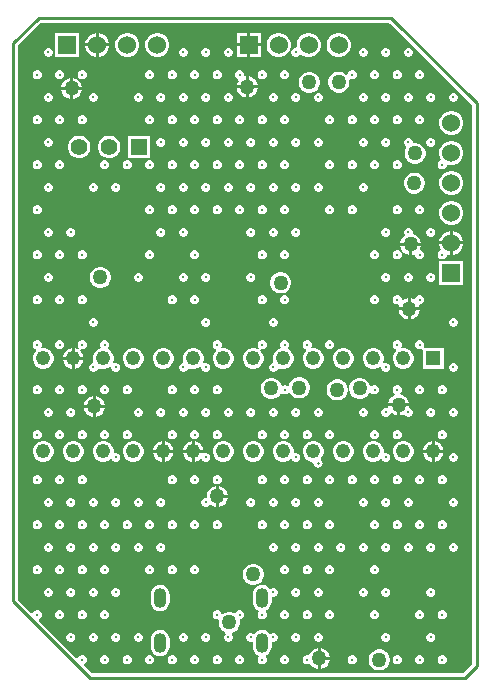
<source format=gbr>
G04*
G04 #@! TF.GenerationSoftware,Altium Limited,Altium Designer,25.3.3 (18)*
G04*
G04 Layer_Physical_Order=3*
G04 Layer_Color=16440176*
%FSLAX25Y25*%
%MOIN*%
G70*
G04*
G04 #@! TF.SameCoordinates,2E22F27B-A00B-49EA-A22F-E70647FCC6C8*
G04*
G04*
G04 #@! TF.FilePolarity,Positive*
G04*
G01*
G75*
%ADD15C,0.01000*%
%ADD33C,0.06000*%
%ADD34R,0.06000X0.06000*%
%ADD37C,0.05512*%
%ADD38R,0.05512X0.05512*%
%ADD39R,0.06000X0.06000*%
G04:AMPARAMS|DCode=40|XSize=43.31mil|YSize=66.93mil|CornerRadius=21.65mil|HoleSize=0mil|Usage=FLASHONLY|Rotation=0.000|XOffset=0mil|YOffset=0mil|HoleType=Round|Shape=RoundedRectangle|*
%AMROUNDEDRECTD40*
21,1,0.04331,0.02362,0,0,0.0*
21,1,0.00000,0.06693,0,0,0.0*
1,1,0.04331,0.00000,-0.01181*
1,1,0.04331,0.00000,-0.01181*
1,1,0.04331,0.00000,0.01181*
1,1,0.04331,0.00000,0.01181*
%
%ADD40ROUNDEDRECTD40*%
%ADD44R,0.04894X0.04894*%
%ADD45C,0.04894*%
%ADD46C,0.01000*%
%ADD47C,0.05000*%
G36*
X339971Y289866D02*
Y103633D01*
X336866Y100529D01*
X213134D01*
X210585Y103078D01*
X210703Y103667D01*
X210850Y103728D01*
X211272Y104150D01*
X211500Y104702D01*
Y105298D01*
X211272Y105850D01*
X210850Y106272D01*
X210298Y106500D01*
X209702D01*
X209150Y106272D01*
X208728Y105850D01*
X208667Y105703D01*
X208078Y105585D01*
X195585Y118078D01*
X195703Y118667D01*
X195850Y118728D01*
X196272Y119150D01*
X196500Y119702D01*
Y120298D01*
X196272Y120850D01*
X195850Y121272D01*
X195298Y121500D01*
X194702D01*
X194150Y121272D01*
X193728Y120850D01*
X193667Y120703D01*
X193078Y120585D01*
X188529Y125134D01*
X188529Y309866D01*
X196133Y317471D01*
X312367Y317471D01*
X339971Y289866D01*
D02*
G37*
%LPC*%
G36*
X215527Y314000D02*
X215500D01*
Y310500D01*
X219000D01*
Y310527D01*
X218727Y311544D01*
X218201Y312456D01*
X217456Y313201D01*
X216544Y313727D01*
X215527Y314000D01*
D02*
G37*
G36*
X269500D02*
X266000D01*
Y310500D01*
X269500D01*
Y314000D01*
D02*
G37*
G36*
X265000D02*
X261500D01*
Y310500D01*
X265000D01*
Y314000D01*
D02*
G37*
G36*
X214500D02*
X214473D01*
X213456Y313727D01*
X212544Y313201D01*
X211799Y312456D01*
X211273Y311544D01*
X211000Y310527D01*
Y310500D01*
X214500D01*
Y314000D01*
D02*
G37*
G36*
X319048Y309000D02*
X318452D01*
X317900Y308772D01*
X317478Y308350D01*
X317250Y307798D01*
Y307202D01*
X317478Y306650D01*
X317900Y306228D01*
X318452Y306000D01*
X319048D01*
X319600Y306228D01*
X320022Y306650D01*
X320250Y307202D01*
Y307798D01*
X320022Y308350D01*
X319600Y308772D01*
X319048Y309000D01*
D02*
G37*
G36*
X311548D02*
X310952D01*
X310400Y308772D01*
X309978Y308350D01*
X309750Y307798D01*
Y307202D01*
X309978Y306650D01*
X310400Y306228D01*
X310952Y306000D01*
X311548D01*
X312100Y306228D01*
X312522Y306650D01*
X312750Y307202D01*
Y307798D01*
X312522Y308350D01*
X312100Y308772D01*
X311548Y309000D01*
D02*
G37*
G36*
X304048D02*
X303452D01*
X302900Y308772D01*
X302478Y308350D01*
X302250Y307798D01*
Y307202D01*
X302478Y306650D01*
X302900Y306228D01*
X303452Y306000D01*
X304048D01*
X304600Y306228D01*
X305022Y306650D01*
X305250Y307202D01*
Y307798D01*
X305022Y308350D01*
X304600Y308772D01*
X304048Y309000D01*
D02*
G37*
G36*
X296027Y314000D02*
X294973D01*
X293956Y313727D01*
X293044Y313201D01*
X292299Y312456D01*
X291773Y311544D01*
X291500Y310527D01*
Y309473D01*
X291773Y308456D01*
X292299Y307544D01*
X293044Y306799D01*
X293956Y306273D01*
X294973Y306000D01*
X296027D01*
X297044Y306273D01*
X297956Y306799D01*
X298701Y307544D01*
X299227Y308456D01*
X299500Y309473D01*
Y310527D01*
X299227Y311544D01*
X298701Y312456D01*
X297956Y313201D01*
X297044Y313727D01*
X296027Y314000D01*
D02*
G37*
G36*
X286027D02*
X284973D01*
X283956Y313727D01*
X283044Y313201D01*
X282299Y312456D01*
X281773Y311544D01*
X281500Y310527D01*
Y309473D01*
X281109Y309000D01*
X280952D01*
X280400Y308772D01*
X279978Y308350D01*
X279750Y307798D01*
Y307202D01*
X279978Y306650D01*
X280400Y306228D01*
X280952Y306000D01*
X281548D01*
X282100Y306228D01*
X282522Y306650D01*
X282546Y306709D01*
X282855Y306771D01*
X283109Y306762D01*
X283956Y306273D01*
X284973Y306000D01*
X286027D01*
X287044Y306273D01*
X287956Y306799D01*
X288701Y307544D01*
X289227Y308456D01*
X289500Y309473D01*
Y310527D01*
X289227Y311544D01*
X288701Y312456D01*
X287956Y313201D01*
X287044Y313727D01*
X286027Y314000D01*
D02*
G37*
G36*
X276027D02*
X274973D01*
X273956Y313727D01*
X273044Y313201D01*
X272299Y312456D01*
X271773Y311544D01*
X271500Y310527D01*
Y309473D01*
X271773Y308456D01*
X272299Y307544D01*
X273044Y306799D01*
X273956Y306273D01*
X274973Y306000D01*
X276027D01*
X277044Y306273D01*
X277956Y306799D01*
X278701Y307544D01*
X279227Y308456D01*
X279500Y309473D01*
Y310527D01*
X279227Y311544D01*
X278701Y312456D01*
X277956Y313201D01*
X277044Y313727D01*
X276027Y314000D01*
D02*
G37*
G36*
X269500Y309500D02*
X266000D01*
Y306000D01*
X269500D01*
Y309500D01*
D02*
G37*
G36*
X265000D02*
X261500D01*
Y306000D01*
X265000D01*
Y309500D01*
D02*
G37*
G36*
X259048Y309000D02*
X258452D01*
X257900Y308772D01*
X257478Y308350D01*
X257250Y307798D01*
Y307202D01*
X257478Y306650D01*
X257900Y306228D01*
X258452Y306000D01*
X259048D01*
X259600Y306228D01*
X260022Y306650D01*
X260250Y307202D01*
Y307798D01*
X260022Y308350D01*
X259600Y308772D01*
X259048Y309000D01*
D02*
G37*
G36*
X251548D02*
X250952D01*
X250400Y308772D01*
X249978Y308350D01*
X249750Y307798D01*
Y307202D01*
X249978Y306650D01*
X250400Y306228D01*
X250952Y306000D01*
X251548D01*
X252100Y306228D01*
X252522Y306650D01*
X252750Y307202D01*
Y307798D01*
X252522Y308350D01*
X252100Y308772D01*
X251548Y309000D01*
D02*
G37*
G36*
X244048D02*
X243452D01*
X242900Y308772D01*
X242478Y308350D01*
X242250Y307798D01*
Y307202D01*
X242478Y306650D01*
X242900Y306228D01*
X243452Y306000D01*
X244048D01*
X244600Y306228D01*
X245022Y306650D01*
X245250Y307202D01*
Y307798D01*
X245022Y308350D01*
X244600Y308772D01*
X244048Y309000D01*
D02*
G37*
G36*
X235527Y314000D02*
X234473D01*
X233456Y313727D01*
X232544Y313201D01*
X231799Y312456D01*
X231273Y311544D01*
X231000Y310527D01*
Y309473D01*
X231273Y308456D01*
X231799Y307544D01*
X232544Y306799D01*
X233456Y306273D01*
X234473Y306000D01*
X235527D01*
X236544Y306273D01*
X237456Y306799D01*
X238201Y307544D01*
X238727Y308456D01*
X239000Y309473D01*
Y310527D01*
X238727Y311544D01*
X238201Y312456D01*
X237456Y313201D01*
X236544Y313727D01*
X235527Y314000D01*
D02*
G37*
G36*
X225527D02*
X224473D01*
X223456Y313727D01*
X222544Y313201D01*
X221799Y312456D01*
X221273Y311544D01*
X221000Y310527D01*
Y309473D01*
X221273Y308456D01*
X221799Y307544D01*
X222544Y306799D01*
X223456Y306273D01*
X224473Y306000D01*
X225527D01*
X226544Y306273D01*
X227456Y306799D01*
X228201Y307544D01*
X228727Y308456D01*
X229000Y309473D01*
Y310527D01*
X228727Y311544D01*
X228201Y312456D01*
X227456Y313201D01*
X226544Y313727D01*
X225527Y314000D01*
D02*
G37*
G36*
X219000Y309500D02*
X215500D01*
Y306000D01*
X215527D01*
X216544Y306273D01*
X217456Y306799D01*
X218201Y307544D01*
X218727Y308456D01*
X219000Y309473D01*
Y309500D01*
D02*
G37*
G36*
X214500D02*
X211000D01*
Y309473D01*
X211273Y308456D01*
X211799Y307544D01*
X212544Y306799D01*
X213456Y306273D01*
X214473Y306000D01*
X214500D01*
Y309500D01*
D02*
G37*
G36*
X209000Y314000D02*
X201000D01*
Y306000D01*
X209000D01*
Y314000D01*
D02*
G37*
G36*
X199048Y309000D02*
X198452D01*
X197900Y308772D01*
X197478Y308350D01*
X197250Y307798D01*
Y307202D01*
X197478Y306650D01*
X197900Y306228D01*
X198452Y306000D01*
X199048D01*
X199600Y306228D01*
X200022Y306650D01*
X200250Y307202D01*
Y307798D01*
X200022Y308350D01*
X199600Y308772D01*
X199048Y309000D01*
D02*
G37*
G36*
X300298Y301500D02*
X299702D01*
X299150Y301272D01*
X298728Y300850D01*
X298500Y300298D01*
X298000Y300113D01*
X297688Y300425D01*
X296889Y300886D01*
X295999Y301125D01*
X295078D01*
X294187Y300886D01*
X293389Y300425D01*
X292738Y299774D01*
X292277Y298976D01*
X292038Y298085D01*
Y297164D01*
X292277Y296274D01*
X292738Y295476D01*
X293389Y294824D01*
X294187Y294363D01*
X295078Y294125D01*
X295999D01*
X296889Y294363D01*
X297688Y294824D01*
X298339Y295476D01*
X298800Y296274D01*
X299039Y297164D01*
Y298085D01*
X298994Y298252D01*
X299413Y298620D01*
X299702Y298500D01*
X300298D01*
X300850Y298728D01*
X301272Y299150D01*
X301500Y299702D01*
Y300298D01*
X301272Y300850D01*
X300850Y301272D01*
X300298Y301500D01*
D02*
G37*
G36*
X322798D02*
X322202D01*
X321650Y301272D01*
X321228Y300850D01*
X321000Y300298D01*
Y299702D01*
X321228Y299150D01*
X321650Y298728D01*
X322202Y298500D01*
X322798D01*
X323350Y298728D01*
X323772Y299150D01*
X324000Y299702D01*
Y300298D01*
X323772Y300850D01*
X323350Y301272D01*
X322798Y301500D01*
D02*
G37*
G36*
X315298D02*
X314702D01*
X314150Y301272D01*
X313728Y300850D01*
X313500Y300298D01*
Y299702D01*
X313728Y299150D01*
X314150Y298728D01*
X314702Y298500D01*
X315298D01*
X315850Y298728D01*
X316272Y299150D01*
X316500Y299702D01*
Y300298D01*
X316272Y300850D01*
X315850Y301272D01*
X315298Y301500D01*
D02*
G37*
G36*
X307798D02*
X307202D01*
X306650Y301272D01*
X306228Y300850D01*
X306000Y300298D01*
Y299702D01*
X306228Y299150D01*
X306650Y298728D01*
X307202Y298500D01*
X307798D01*
X308350Y298728D01*
X308772Y299150D01*
X309000Y299702D01*
Y300298D01*
X308772Y300850D01*
X308350Y301272D01*
X307798Y301500D01*
D02*
G37*
G36*
X277798D02*
X277202D01*
X276650Y301272D01*
X276228Y300850D01*
X276000Y300298D01*
Y299702D01*
X276228Y299150D01*
X276650Y298728D01*
X277202Y298500D01*
X277798D01*
X278350Y298728D01*
X278772Y299150D01*
X279000Y299702D01*
Y300298D01*
X278772Y300850D01*
X278350Y301272D01*
X277798Y301500D01*
D02*
G37*
G36*
X270298D02*
X269702D01*
X269150Y301272D01*
X268728Y300850D01*
X268500Y300298D01*
Y299702D01*
X268728Y299150D01*
X269150Y298728D01*
X269702Y298500D01*
X270298D01*
X270850Y298728D01*
X271272Y299150D01*
X271500Y299702D01*
Y300298D01*
X271272Y300850D01*
X270850Y301272D01*
X270298Y301500D01*
D02*
G37*
G36*
X255298D02*
X254702D01*
X254150Y301272D01*
X253728Y300850D01*
X253500Y300298D01*
Y299702D01*
X253728Y299150D01*
X254150Y298728D01*
X254702Y298500D01*
X255298D01*
X255850Y298728D01*
X256272Y299150D01*
X256500Y299702D01*
Y300298D01*
X256272Y300850D01*
X255850Y301272D01*
X255298Y301500D01*
D02*
G37*
G36*
X247798D02*
X247202D01*
X246650Y301272D01*
X246228Y300850D01*
X246000Y300298D01*
Y299702D01*
X246228Y299150D01*
X246650Y298728D01*
X247202Y298500D01*
X247798D01*
X248350Y298728D01*
X248772Y299150D01*
X249000Y299702D01*
Y300298D01*
X248772Y300850D01*
X248350Y301272D01*
X247798Y301500D01*
D02*
G37*
G36*
X240298D02*
X239702D01*
X239150Y301272D01*
X238728Y300850D01*
X238500Y300298D01*
Y299702D01*
X238728Y299150D01*
X239150Y298728D01*
X239702Y298500D01*
X240298D01*
X240850Y298728D01*
X241272Y299150D01*
X241500Y299702D01*
Y300298D01*
X241272Y300850D01*
X240850Y301272D01*
X240298Y301500D01*
D02*
G37*
G36*
X232798D02*
X232202D01*
X231650Y301272D01*
X231228Y300850D01*
X231000Y300298D01*
Y299702D01*
X231228Y299150D01*
X231650Y298728D01*
X232202Y298500D01*
X232798D01*
X233350Y298728D01*
X233772Y299150D01*
X234000Y299702D01*
Y300298D01*
X233772Y300850D01*
X233350Y301272D01*
X232798Y301500D01*
D02*
G37*
G36*
X210298D02*
X209702D01*
X209150Y301272D01*
X208728Y300850D01*
X208500Y300298D01*
Y299702D01*
X208728Y299150D01*
X209150Y298728D01*
X209702Y298500D01*
X210298D01*
X210850Y298728D01*
X211272Y299150D01*
X211500Y299702D01*
Y300298D01*
X211272Y300850D01*
X210850Y301272D01*
X210298Y301500D01*
D02*
G37*
G36*
X202798D02*
X202202D01*
X201650Y301272D01*
X201228Y300850D01*
X201000Y300298D01*
Y299702D01*
X201228Y299150D01*
X201650Y298728D01*
X202202Y298500D01*
X202798D01*
X203350Y298728D01*
X203772Y299150D01*
X204000Y299702D01*
Y300298D01*
X203772Y300850D01*
X203350Y301272D01*
X202798Y301500D01*
D02*
G37*
G36*
X195298D02*
X194702D01*
X194150Y301272D01*
X193728Y300850D01*
X193500Y300298D01*
Y299702D01*
X193728Y299150D01*
X194150Y298728D01*
X194702Y298500D01*
X195298D01*
X195850Y298728D01*
X196272Y299150D01*
X196500Y299702D01*
Y300298D01*
X196272Y300850D01*
X195850Y301272D01*
X195298Y301500D01*
D02*
G37*
G36*
X265500Y299489D02*
Y296500D01*
X268490D01*
X268262Y297351D01*
X267801Y298149D01*
X267149Y298801D01*
X266351Y299261D01*
X265500Y299489D01*
D02*
G37*
G36*
X262798Y301500D02*
X262202D01*
X261650Y301272D01*
X261228Y300850D01*
X261000Y300298D01*
Y299702D01*
X261228Y299150D01*
X261650Y298728D01*
X261948Y298605D01*
X262038Y298442D01*
X262133Y298047D01*
X262130Y298029D01*
X261738Y297351D01*
X261510Y296500D01*
X264500D01*
Y299489D01*
X264401Y299463D01*
X264000Y299873D01*
Y300298D01*
X263772Y300850D01*
X263350Y301272D01*
X262798Y301500D01*
D02*
G37*
G36*
X207000Y298990D02*
Y296000D01*
X209990D01*
X209762Y296851D01*
X209301Y297649D01*
X208649Y298301D01*
X207851Y298762D01*
X207000Y298990D01*
D02*
G37*
G36*
X206000D02*
X205149Y298762D01*
X204351Y298301D01*
X203699Y297649D01*
X203239Y296851D01*
X203011Y296000D01*
X206000D01*
Y298990D01*
D02*
G37*
G36*
X286130Y301035D02*
X285208D01*
X284318Y300796D01*
X283520Y300336D01*
X282868Y299684D01*
X282408Y298886D01*
X282169Y297996D01*
Y297074D01*
X282408Y296184D01*
X282868Y295386D01*
X283520Y294734D01*
X284318Y294273D01*
X285208Y294035D01*
X286130D01*
X287020Y294273D01*
X287818Y294734D01*
X288470Y295386D01*
X288931Y296184D01*
X289169Y297074D01*
Y297996D01*
X288931Y298886D01*
X288470Y299684D01*
X287818Y300336D01*
X287020Y300796D01*
X286130Y301035D01*
D02*
G37*
G36*
X268490Y295500D02*
X265500D01*
Y292511D01*
X266351Y292739D01*
X267149Y293199D01*
X267801Y293851D01*
X268262Y294649D01*
X268490Y295500D01*
D02*
G37*
G36*
X264500D02*
X261510D01*
X261738Y294649D01*
X262199Y293851D01*
X262851Y293199D01*
X263649Y292739D01*
X264500Y292511D01*
Y295500D01*
D02*
G37*
G36*
X209990Y295000D02*
X207000D01*
Y292010D01*
X207851Y292238D01*
X208649Y292699D01*
X209301Y293351D01*
X209762Y294149D01*
X209990Y295000D01*
D02*
G37*
G36*
X206000D02*
X203011D01*
X203239Y294149D01*
X203699Y293351D01*
X204351Y292699D01*
X205149Y292238D01*
X206000Y292010D01*
Y295000D01*
D02*
G37*
G36*
X334048Y294000D02*
X333452D01*
X332900Y293772D01*
X332478Y293350D01*
X332250Y292798D01*
Y292202D01*
X332478Y291650D01*
X332900Y291228D01*
X333452Y291000D01*
X334048D01*
X334600Y291228D01*
X335022Y291650D01*
X335250Y292202D01*
Y292798D01*
X335022Y293350D01*
X334600Y293772D01*
X334048Y294000D01*
D02*
G37*
G36*
X326548D02*
X325952D01*
X325400Y293772D01*
X324978Y293350D01*
X324750Y292798D01*
Y292202D01*
X324978Y291650D01*
X325400Y291228D01*
X325952Y291000D01*
X326548D01*
X327100Y291228D01*
X327522Y291650D01*
X327750Y292202D01*
Y292798D01*
X327522Y293350D01*
X327100Y293772D01*
X326548Y294000D01*
D02*
G37*
G36*
X319048D02*
X318452D01*
X317900Y293772D01*
X317478Y293350D01*
X317250Y292798D01*
Y292202D01*
X317478Y291650D01*
X317900Y291228D01*
X318452Y291000D01*
X319048D01*
X319600Y291228D01*
X320022Y291650D01*
X320250Y292202D01*
Y292798D01*
X320022Y293350D01*
X319600Y293772D01*
X319048Y294000D01*
D02*
G37*
G36*
X311548D02*
X310952D01*
X310400Y293772D01*
X309978Y293350D01*
X309750Y292798D01*
Y292202D01*
X309978Y291650D01*
X310400Y291228D01*
X310952Y291000D01*
X311548D01*
X312100Y291228D01*
X312522Y291650D01*
X312750Y292202D01*
Y292798D01*
X312522Y293350D01*
X312100Y293772D01*
X311548Y294000D01*
D02*
G37*
G36*
X304048D02*
X303452D01*
X302900Y293772D01*
X302478Y293350D01*
X302250Y292798D01*
Y292202D01*
X302478Y291650D01*
X302900Y291228D01*
X303452Y291000D01*
X304048D01*
X304600Y291228D01*
X305022Y291650D01*
X305250Y292202D01*
Y292798D01*
X305022Y293350D01*
X304600Y293772D01*
X304048Y294000D01*
D02*
G37*
G36*
X289048D02*
X288452D01*
X287900Y293772D01*
X287478Y293350D01*
X287250Y292798D01*
Y292202D01*
X287478Y291650D01*
X287900Y291228D01*
X288452Y291000D01*
X289048D01*
X289600Y291228D01*
X290022Y291650D01*
X290250Y292202D01*
Y292798D01*
X290022Y293350D01*
X289600Y293772D01*
X289048Y294000D01*
D02*
G37*
G36*
X281548D02*
X280952D01*
X280400Y293772D01*
X279978Y293350D01*
X279750Y292798D01*
Y292202D01*
X279978Y291650D01*
X280400Y291228D01*
X280952Y291000D01*
X281548D01*
X282100Y291228D01*
X282522Y291650D01*
X282750Y292202D01*
Y292798D01*
X282522Y293350D01*
X282100Y293772D01*
X281548Y294000D01*
D02*
G37*
G36*
X274048D02*
X273452D01*
X272900Y293772D01*
X272478Y293350D01*
X272250Y292798D01*
Y292202D01*
X272478Y291650D01*
X272900Y291228D01*
X273452Y291000D01*
X274048D01*
X274600Y291228D01*
X275022Y291650D01*
X275250Y292202D01*
Y292798D01*
X275022Y293350D01*
X274600Y293772D01*
X274048Y294000D01*
D02*
G37*
G36*
X259048D02*
X258452D01*
X257900Y293772D01*
X257478Y293350D01*
X257250Y292798D01*
Y292202D01*
X257478Y291650D01*
X257900Y291228D01*
X258452Y291000D01*
X259048D01*
X259600Y291228D01*
X260022Y291650D01*
X260250Y292202D01*
Y292798D01*
X260022Y293350D01*
X259600Y293772D01*
X259048Y294000D01*
D02*
G37*
G36*
X251548D02*
X250952D01*
X250400Y293772D01*
X249978Y293350D01*
X249750Y292798D01*
Y292202D01*
X249978Y291650D01*
X250400Y291228D01*
X250952Y291000D01*
X251548D01*
X252100Y291228D01*
X252522Y291650D01*
X252750Y292202D01*
Y292798D01*
X252522Y293350D01*
X252100Y293772D01*
X251548Y294000D01*
D02*
G37*
G36*
X244048D02*
X243452D01*
X242900Y293772D01*
X242478Y293350D01*
X242250Y292798D01*
Y292202D01*
X242478Y291650D01*
X242900Y291228D01*
X243452Y291000D01*
X244048D01*
X244600Y291228D01*
X245022Y291650D01*
X245250Y292202D01*
Y292798D01*
X245022Y293350D01*
X244600Y293772D01*
X244048Y294000D01*
D02*
G37*
G36*
X236548D02*
X235952D01*
X235400Y293772D01*
X234978Y293350D01*
X234750Y292798D01*
Y292202D01*
X234978Y291650D01*
X235400Y291228D01*
X235952Y291000D01*
X236548D01*
X237100Y291228D01*
X237522Y291650D01*
X237750Y292202D01*
Y292798D01*
X237522Y293350D01*
X237100Y293772D01*
X236548Y294000D01*
D02*
G37*
G36*
X229048D02*
X228452D01*
X227900Y293772D01*
X227478Y293350D01*
X227250Y292798D01*
Y292202D01*
X227478Y291650D01*
X227900Y291228D01*
X228452Y291000D01*
X229048D01*
X229600Y291228D01*
X230022Y291650D01*
X230250Y292202D01*
Y292798D01*
X230022Y293350D01*
X229600Y293772D01*
X229048Y294000D01*
D02*
G37*
G36*
X214048D02*
X213452D01*
X212900Y293772D01*
X212478Y293350D01*
X212250Y292798D01*
Y292202D01*
X212478Y291650D01*
X212900Y291228D01*
X213452Y291000D01*
X214048D01*
X214600Y291228D01*
X215022Y291650D01*
X215250Y292202D01*
Y292798D01*
X215022Y293350D01*
X214600Y293772D01*
X214048Y294000D01*
D02*
G37*
G36*
X199048D02*
X198452D01*
X197900Y293772D01*
X197478Y293350D01*
X197250Y292798D01*
Y292202D01*
X197478Y291650D01*
X197900Y291228D01*
X198452Y291000D01*
X199048D01*
X199600Y291228D01*
X200022Y291650D01*
X200250Y292202D01*
Y292798D01*
X200022Y293350D01*
X199600Y293772D01*
X199048Y294000D01*
D02*
G37*
G36*
X322798Y286500D02*
X322202D01*
X321650Y286272D01*
X321228Y285850D01*
X321000Y285298D01*
Y284702D01*
X321228Y284150D01*
X321650Y283728D01*
X322202Y283500D01*
X322798D01*
X323350Y283728D01*
X323772Y284150D01*
X324000Y284702D01*
Y285298D01*
X323772Y285850D01*
X323350Y286272D01*
X322798Y286500D01*
D02*
G37*
G36*
X315298D02*
X314702D01*
X314150Y286272D01*
X313728Y285850D01*
X313500Y285298D01*
Y284702D01*
X313728Y284150D01*
X314150Y283728D01*
X314702Y283500D01*
X315298D01*
X315850Y283728D01*
X316272Y284150D01*
X316500Y284702D01*
Y285298D01*
X316272Y285850D01*
X315850Y286272D01*
X315298Y286500D01*
D02*
G37*
G36*
X307798D02*
X307202D01*
X306650Y286272D01*
X306228Y285850D01*
X306000Y285298D01*
Y284702D01*
X306228Y284150D01*
X306650Y283728D01*
X307202Y283500D01*
X307798D01*
X308350Y283728D01*
X308772Y284150D01*
X309000Y284702D01*
Y285298D01*
X308772Y285850D01*
X308350Y286272D01*
X307798Y286500D01*
D02*
G37*
G36*
X300298D02*
X299702D01*
X299150Y286272D01*
X298728Y285850D01*
X298500Y285298D01*
Y284702D01*
X298728Y284150D01*
X299150Y283728D01*
X299702Y283500D01*
X300298D01*
X300850Y283728D01*
X301272Y284150D01*
X301500Y284702D01*
Y285298D01*
X301272Y285850D01*
X300850Y286272D01*
X300298Y286500D01*
D02*
G37*
G36*
X292798D02*
X292202D01*
X291650Y286272D01*
X291228Y285850D01*
X291000Y285298D01*
Y284702D01*
X291228Y284150D01*
X291650Y283728D01*
X292202Y283500D01*
X292798D01*
X293350Y283728D01*
X293772Y284150D01*
X294000Y284702D01*
Y285298D01*
X293772Y285850D01*
X293350Y286272D01*
X292798Y286500D01*
D02*
G37*
G36*
X277798D02*
X277202D01*
X276650Y286272D01*
X276228Y285850D01*
X276000Y285298D01*
Y284702D01*
X276228Y284150D01*
X276650Y283728D01*
X277202Y283500D01*
X277798D01*
X278350Y283728D01*
X278772Y284150D01*
X279000Y284702D01*
Y285298D01*
X278772Y285850D01*
X278350Y286272D01*
X277798Y286500D01*
D02*
G37*
G36*
X270298D02*
X269702D01*
X269150Y286272D01*
X268728Y285850D01*
X268500Y285298D01*
Y284702D01*
X268728Y284150D01*
X269150Y283728D01*
X269702Y283500D01*
X270298D01*
X270850Y283728D01*
X271272Y284150D01*
X271500Y284702D01*
Y285298D01*
X271272Y285850D01*
X270850Y286272D01*
X270298Y286500D01*
D02*
G37*
G36*
X262798D02*
X262202D01*
X261650Y286272D01*
X261228Y285850D01*
X261000Y285298D01*
Y284702D01*
X261228Y284150D01*
X261650Y283728D01*
X262202Y283500D01*
X262798D01*
X263350Y283728D01*
X263772Y284150D01*
X264000Y284702D01*
Y285298D01*
X263772Y285850D01*
X263350Y286272D01*
X262798Y286500D01*
D02*
G37*
G36*
X255298D02*
X254702D01*
X254150Y286272D01*
X253728Y285850D01*
X253500Y285298D01*
Y284702D01*
X253728Y284150D01*
X254150Y283728D01*
X254702Y283500D01*
X255298D01*
X255850Y283728D01*
X256272Y284150D01*
X256500Y284702D01*
Y285298D01*
X256272Y285850D01*
X255850Y286272D01*
X255298Y286500D01*
D02*
G37*
G36*
X247798D02*
X247202D01*
X246650Y286272D01*
X246228Y285850D01*
X246000Y285298D01*
Y284702D01*
X246228Y284150D01*
X246650Y283728D01*
X247202Y283500D01*
X247798D01*
X248350Y283728D01*
X248772Y284150D01*
X249000Y284702D01*
Y285298D01*
X248772Y285850D01*
X248350Y286272D01*
X247798Y286500D01*
D02*
G37*
G36*
X240298D02*
X239702D01*
X239150Y286272D01*
X238728Y285850D01*
X238500Y285298D01*
Y284702D01*
X238728Y284150D01*
X239150Y283728D01*
X239702Y283500D01*
X240298D01*
X240850Y283728D01*
X241272Y284150D01*
X241500Y284702D01*
Y285298D01*
X241272Y285850D01*
X240850Y286272D01*
X240298Y286500D01*
D02*
G37*
G36*
X232798D02*
X232202D01*
X231650Y286272D01*
X231228Y285850D01*
X231000Y285298D01*
Y284702D01*
X231228Y284150D01*
X231650Y283728D01*
X232202Y283500D01*
X232798D01*
X233350Y283728D01*
X233772Y284150D01*
X234000Y284702D01*
Y285298D01*
X233772Y285850D01*
X233350Y286272D01*
X232798Y286500D01*
D02*
G37*
G36*
X210298D02*
X209702D01*
X209150Y286272D01*
X208728Y285850D01*
X208500Y285298D01*
Y284702D01*
X208728Y284150D01*
X209150Y283728D01*
X209702Y283500D01*
X210298D01*
X210850Y283728D01*
X211272Y284150D01*
X211500Y284702D01*
Y285298D01*
X211272Y285850D01*
X210850Y286272D01*
X210298Y286500D01*
D02*
G37*
G36*
X202798D02*
X202202D01*
X201650Y286272D01*
X201228Y285850D01*
X201000Y285298D01*
Y284702D01*
X201228Y284150D01*
X201650Y283728D01*
X202202Y283500D01*
X202798D01*
X203350Y283728D01*
X203772Y284150D01*
X204000Y284702D01*
Y285298D01*
X203772Y285850D01*
X203350Y286272D01*
X202798Y286500D01*
D02*
G37*
G36*
X195298D02*
X194702D01*
X194150Y286272D01*
X193728Y285850D01*
X193500Y285298D01*
Y284702D01*
X193728Y284150D01*
X194150Y283728D01*
X194702Y283500D01*
X195298D01*
X195850Y283728D01*
X196272Y284150D01*
X196500Y284702D01*
Y285298D01*
X196272Y285850D01*
X195850Y286272D01*
X195298Y286500D01*
D02*
G37*
G36*
X333527Y288000D02*
X332473D01*
X331456Y287727D01*
X330544Y287201D01*
X329799Y286456D01*
X329273Y285544D01*
X329000Y284527D01*
Y283473D01*
X329273Y282456D01*
X329799Y281544D01*
X330544Y280799D01*
X331456Y280273D01*
X332473Y280000D01*
X333527D01*
X334544Y280273D01*
X335456Y280799D01*
X336201Y281544D01*
X336727Y282456D01*
X337000Y283473D01*
Y284527D01*
X336727Y285544D01*
X336201Y286456D01*
X335456Y287201D01*
X334544Y287727D01*
X333527Y288000D01*
D02*
G37*
G36*
X326548Y279000D02*
X325952D01*
X325400Y278772D01*
X324978Y278350D01*
X324750Y277798D01*
Y277202D01*
X324978Y276650D01*
X325400Y276228D01*
X325952Y276000D01*
X326548D01*
X327100Y276228D01*
X327522Y276650D01*
X327750Y277202D01*
Y277798D01*
X327522Y278350D01*
X327100Y278772D01*
X326548Y279000D01*
D02*
G37*
G36*
X311548D02*
X310952D01*
X310400Y278772D01*
X309978Y278350D01*
X309750Y277798D01*
Y277202D01*
X309978Y276650D01*
X310400Y276228D01*
X310952Y276000D01*
X311548D01*
X312100Y276228D01*
X312522Y276650D01*
X312750Y277202D01*
Y277798D01*
X312522Y278350D01*
X312100Y278772D01*
X311548Y279000D01*
D02*
G37*
G36*
X304048D02*
X303452D01*
X302900Y278772D01*
X302478Y278350D01*
X302250Y277798D01*
Y277202D01*
X302478Y276650D01*
X302900Y276228D01*
X303452Y276000D01*
X304048D01*
X304600Y276228D01*
X305022Y276650D01*
X305250Y277202D01*
Y277798D01*
X305022Y278350D01*
X304600Y278772D01*
X304048Y279000D01*
D02*
G37*
G36*
X289048D02*
X288452D01*
X287900Y278772D01*
X287478Y278350D01*
X287250Y277798D01*
Y277202D01*
X287478Y276650D01*
X287900Y276228D01*
X288452Y276000D01*
X289048D01*
X289600Y276228D01*
X290022Y276650D01*
X290250Y277202D01*
Y277798D01*
X290022Y278350D01*
X289600Y278772D01*
X289048Y279000D01*
D02*
G37*
G36*
X281548D02*
X280952D01*
X280400Y278772D01*
X279978Y278350D01*
X279750Y277798D01*
Y277202D01*
X279978Y276650D01*
X280400Y276228D01*
X280952Y276000D01*
X281548D01*
X282100Y276228D01*
X282522Y276650D01*
X282750Y277202D01*
Y277798D01*
X282522Y278350D01*
X282100Y278772D01*
X281548Y279000D01*
D02*
G37*
G36*
X274048D02*
X273452D01*
X272900Y278772D01*
X272478Y278350D01*
X272250Y277798D01*
Y277202D01*
X272478Y276650D01*
X272900Y276228D01*
X273452Y276000D01*
X274048D01*
X274600Y276228D01*
X275022Y276650D01*
X275250Y277202D01*
Y277798D01*
X275022Y278350D01*
X274600Y278772D01*
X274048Y279000D01*
D02*
G37*
G36*
X266548D02*
X265952D01*
X265400Y278772D01*
X264978Y278350D01*
X264750Y277798D01*
Y277202D01*
X264978Y276650D01*
X265400Y276228D01*
X265952Y276000D01*
X266548D01*
X267100Y276228D01*
X267522Y276650D01*
X267750Y277202D01*
Y277798D01*
X267522Y278350D01*
X267100Y278772D01*
X266548Y279000D01*
D02*
G37*
G36*
X259048D02*
X258452D01*
X257900Y278772D01*
X257478Y278350D01*
X257250Y277798D01*
Y277202D01*
X257478Y276650D01*
X257900Y276228D01*
X258452Y276000D01*
X259048D01*
X259600Y276228D01*
X260022Y276650D01*
X260250Y277202D01*
Y277798D01*
X260022Y278350D01*
X259600Y278772D01*
X259048Y279000D01*
D02*
G37*
G36*
X251548D02*
X250952D01*
X250400Y278772D01*
X249978Y278350D01*
X249750Y277798D01*
Y277202D01*
X249978Y276650D01*
X250400Y276228D01*
X250952Y276000D01*
X251548D01*
X252100Y276228D01*
X252522Y276650D01*
X252750Y277202D01*
Y277798D01*
X252522Y278350D01*
X252100Y278772D01*
X251548Y279000D01*
D02*
G37*
G36*
X244048D02*
X243452D01*
X242900Y278772D01*
X242478Y278350D01*
X242250Y277798D01*
Y277202D01*
X242478Y276650D01*
X242900Y276228D01*
X243452Y276000D01*
X244048D01*
X244600Y276228D01*
X245022Y276650D01*
X245250Y277202D01*
Y277798D01*
X245022Y278350D01*
X244600Y278772D01*
X244048Y279000D01*
D02*
G37*
G36*
X236548D02*
X235952D01*
X235400Y278772D01*
X234978Y278350D01*
X234750Y277798D01*
Y277202D01*
X234978Y276650D01*
X235400Y276228D01*
X235952Y276000D01*
X236548D01*
X237100Y276228D01*
X237522Y276650D01*
X237750Y277202D01*
Y277798D01*
X237522Y278350D01*
X237100Y278772D01*
X236548Y279000D01*
D02*
G37*
G36*
X199048D02*
X198452D01*
X197900Y278772D01*
X197478Y278350D01*
X197250Y277798D01*
Y277202D01*
X197478Y276650D01*
X197900Y276228D01*
X198452Y276000D01*
X199048D01*
X199600Y276228D01*
X200022Y276650D01*
X200250Y277202D01*
Y277798D01*
X200022Y278350D01*
X199600Y278772D01*
X199048Y279000D01*
D02*
G37*
G36*
X232756Y279756D02*
X225244D01*
Y272244D01*
X232756D01*
Y279756D01*
D02*
G37*
G36*
X219495D02*
X218506D01*
X217550Y279500D01*
X216694Y279006D01*
X215995Y278306D01*
X215500Y277450D01*
X215244Y276495D01*
Y275505D01*
X215500Y274550D01*
X215995Y273694D01*
X216694Y272994D01*
X217550Y272500D01*
X218506Y272244D01*
X219495D01*
X220450Y272500D01*
X221306Y272994D01*
X222006Y273694D01*
X222500Y274550D01*
X222756Y275505D01*
Y276495D01*
X222500Y277450D01*
X222006Y278306D01*
X221306Y279006D01*
X220450Y279500D01*
X219495Y279756D01*
D02*
G37*
G36*
X209494D02*
X208506D01*
X207550Y279500D01*
X206694Y279006D01*
X205995Y278306D01*
X205500Y277450D01*
X205244Y276495D01*
Y275505D01*
X205500Y274550D01*
X205995Y273694D01*
X206694Y272994D01*
X207550Y272500D01*
X208506Y272244D01*
X209494D01*
X210450Y272500D01*
X211306Y272994D01*
X212005Y273694D01*
X212500Y274550D01*
X212756Y275505D01*
Y276495D01*
X212500Y277450D01*
X212005Y278306D01*
X211306Y279006D01*
X210450Y279500D01*
X209494Y279756D01*
D02*
G37*
G36*
X319048Y279000D02*
X318452D01*
X317900Y278772D01*
X317478Y278350D01*
X317250Y277798D01*
Y277202D01*
X317478Y276650D01*
X317900Y276228D01*
X317966Y275660D01*
X317688Y275179D01*
X317449Y274289D01*
Y273367D01*
X317688Y272477D01*
X318149Y271679D01*
X318800Y271027D01*
X319598Y270566D01*
X320489Y270328D01*
X321410D01*
X322300Y270566D01*
X323098Y271027D01*
X323750Y271679D01*
X324211Y272477D01*
X324449Y273367D01*
Y274289D01*
X324211Y275179D01*
X323750Y275977D01*
X323098Y276628D01*
X322300Y277089D01*
X321410Y277328D01*
X320489D01*
X320250Y277511D01*
Y277798D01*
X320022Y278350D01*
X319600Y278772D01*
X319048Y279000D01*
D02*
G37*
G36*
X333527Y278000D02*
X332473D01*
X331456Y277727D01*
X330544Y277201D01*
X329799Y276456D01*
X329273Y275544D01*
X329000Y274527D01*
Y273473D01*
X329273Y272456D01*
X329558Y271962D01*
X329335Y271348D01*
X329150Y271272D01*
X328728Y270850D01*
X328500Y270298D01*
Y269702D01*
X328728Y269150D01*
X329150Y268728D01*
X329702Y268500D01*
X330298D01*
X330850Y268728D01*
X331272Y269150D01*
X331500Y269702D01*
Y269850D01*
X331897Y270155D01*
X332473Y270000D01*
X333527D01*
X334544Y270273D01*
X335456Y270799D01*
X336201Y271544D01*
X336727Y272456D01*
X337000Y273473D01*
Y274527D01*
X336727Y275544D01*
X336201Y276456D01*
X335456Y277201D01*
X334544Y277727D01*
X333527Y278000D01*
D02*
G37*
G36*
X315298Y271500D02*
X314702D01*
X314150Y271272D01*
X313728Y270850D01*
X313500Y270298D01*
Y269702D01*
X313728Y269150D01*
X314150Y268728D01*
X314702Y268500D01*
X315298D01*
X315850Y268728D01*
X316272Y269150D01*
X316500Y269702D01*
Y270298D01*
X316272Y270850D01*
X315850Y271272D01*
X315298Y271500D01*
D02*
G37*
G36*
X307798D02*
X307202D01*
X306650Y271272D01*
X306228Y270850D01*
X306000Y270298D01*
Y269702D01*
X306228Y269150D01*
X306650Y268728D01*
X307202Y268500D01*
X307798D01*
X308350Y268728D01*
X308772Y269150D01*
X309000Y269702D01*
Y270298D01*
X308772Y270850D01*
X308350Y271272D01*
X307798Y271500D01*
D02*
G37*
G36*
X300298D02*
X299702D01*
X299150Y271272D01*
X298728Y270850D01*
X298500Y270298D01*
Y269702D01*
X298728Y269150D01*
X299150Y268728D01*
X299702Y268500D01*
X300298D01*
X300850Y268728D01*
X301272Y269150D01*
X301500Y269702D01*
Y270298D01*
X301272Y270850D01*
X300850Y271272D01*
X300298Y271500D01*
D02*
G37*
G36*
X292798D02*
X292202D01*
X291650Y271272D01*
X291228Y270850D01*
X291000Y270298D01*
Y269702D01*
X291228Y269150D01*
X291650Y268728D01*
X292202Y268500D01*
X292798D01*
X293350Y268728D01*
X293772Y269150D01*
X294000Y269702D01*
Y270298D01*
X293772Y270850D01*
X293350Y271272D01*
X292798Y271500D01*
D02*
G37*
G36*
X277798D02*
X277202D01*
X276650Y271272D01*
X276228Y270850D01*
X276000Y270298D01*
Y269702D01*
X276228Y269150D01*
X276650Y268728D01*
X277202Y268500D01*
X277798D01*
X278350Y268728D01*
X278772Y269150D01*
X279000Y269702D01*
Y270298D01*
X278772Y270850D01*
X278350Y271272D01*
X277798Y271500D01*
D02*
G37*
G36*
X270298D02*
X269702D01*
X269150Y271272D01*
X268728Y270850D01*
X268500Y270298D01*
Y269702D01*
X268728Y269150D01*
X269150Y268728D01*
X269702Y268500D01*
X270298D01*
X270850Y268728D01*
X271272Y269150D01*
X271500Y269702D01*
Y270298D01*
X271272Y270850D01*
X270850Y271272D01*
X270298Y271500D01*
D02*
G37*
G36*
X262798D02*
X262202D01*
X261650Y271272D01*
X261228Y270850D01*
X261000Y270298D01*
Y269702D01*
X261228Y269150D01*
X261650Y268728D01*
X262202Y268500D01*
X262798D01*
X263350Y268728D01*
X263772Y269150D01*
X264000Y269702D01*
Y270298D01*
X263772Y270850D01*
X263350Y271272D01*
X262798Y271500D01*
D02*
G37*
G36*
X255298D02*
X254702D01*
X254150Y271272D01*
X253728Y270850D01*
X253500Y270298D01*
Y269702D01*
X253728Y269150D01*
X254150Y268728D01*
X254702Y268500D01*
X255298D01*
X255850Y268728D01*
X256272Y269150D01*
X256500Y269702D01*
Y270298D01*
X256272Y270850D01*
X255850Y271272D01*
X255298Y271500D01*
D02*
G37*
G36*
X247798D02*
X247202D01*
X246650Y271272D01*
X246228Y270850D01*
X246000Y270298D01*
Y269702D01*
X246228Y269150D01*
X246650Y268728D01*
X247202Y268500D01*
X247798D01*
X248350Y268728D01*
X248772Y269150D01*
X249000Y269702D01*
Y270298D01*
X248772Y270850D01*
X248350Y271272D01*
X247798Y271500D01*
D02*
G37*
G36*
X240298D02*
X239702D01*
X239150Y271272D01*
X238728Y270850D01*
X238500Y270298D01*
Y269702D01*
X238728Y269150D01*
X239150Y268728D01*
X239702Y268500D01*
X240298D01*
X240850Y268728D01*
X241272Y269150D01*
X241500Y269702D01*
Y270298D01*
X241272Y270850D01*
X240850Y271272D01*
X240298Y271500D01*
D02*
G37*
G36*
X232798D02*
X232202D01*
X231650Y271272D01*
X231228Y270850D01*
X231000Y270298D01*
Y269702D01*
X231228Y269150D01*
X231650Y268728D01*
X232202Y268500D01*
X232798D01*
X233350Y268728D01*
X233772Y269150D01*
X234000Y269702D01*
Y270298D01*
X233772Y270850D01*
X233350Y271272D01*
X232798Y271500D01*
D02*
G37*
G36*
X225298D02*
X224702D01*
X224150Y271272D01*
X223728Y270850D01*
X223500Y270298D01*
Y269702D01*
X223728Y269150D01*
X224150Y268728D01*
X224702Y268500D01*
X225298D01*
X225850Y268728D01*
X226272Y269150D01*
X226500Y269702D01*
Y270298D01*
X226272Y270850D01*
X225850Y271272D01*
X225298Y271500D01*
D02*
G37*
G36*
X217798D02*
X217202D01*
X216650Y271272D01*
X216228Y270850D01*
X216000Y270298D01*
Y269702D01*
X216228Y269150D01*
X216650Y268728D01*
X217202Y268500D01*
X217798D01*
X218350Y268728D01*
X218772Y269150D01*
X219000Y269702D01*
Y270298D01*
X218772Y270850D01*
X218350Y271272D01*
X217798Y271500D01*
D02*
G37*
G36*
X202798D02*
X202202D01*
X201650Y271272D01*
X201228Y270850D01*
X201000Y270298D01*
Y269702D01*
X201228Y269150D01*
X201650Y268728D01*
X202202Y268500D01*
X202798D01*
X203350Y268728D01*
X203772Y269150D01*
X204000Y269702D01*
Y270298D01*
X203772Y270850D01*
X203350Y271272D01*
X202798Y271500D01*
D02*
G37*
G36*
X195298D02*
X194702D01*
X194150Y271272D01*
X193728Y270850D01*
X193500Y270298D01*
Y269702D01*
X193728Y269150D01*
X194150Y268728D01*
X194702Y268500D01*
X195298D01*
X195850Y268728D01*
X196272Y269150D01*
X196500Y269702D01*
Y270298D01*
X196272Y270850D01*
X195850Y271272D01*
X195298Y271500D01*
D02*
G37*
G36*
X304048Y264000D02*
X303452D01*
X302900Y263772D01*
X302478Y263350D01*
X302250Y262798D01*
Y262202D01*
X302478Y261650D01*
X302900Y261228D01*
X303452Y261000D01*
X304048D01*
X304600Y261228D01*
X305022Y261650D01*
X305250Y262202D01*
Y262798D01*
X305022Y263350D01*
X304600Y263772D01*
X304048Y264000D01*
D02*
G37*
G36*
X289048D02*
X288452D01*
X287900Y263772D01*
X287478Y263350D01*
X287250Y262798D01*
Y262202D01*
X287478Y261650D01*
X287900Y261228D01*
X288452Y261000D01*
X289048D01*
X289600Y261228D01*
X290022Y261650D01*
X290250Y262202D01*
Y262798D01*
X290022Y263350D01*
X289600Y263772D01*
X289048Y264000D01*
D02*
G37*
G36*
X281548D02*
X280952D01*
X280400Y263772D01*
X279978Y263350D01*
X279750Y262798D01*
Y262202D01*
X279978Y261650D01*
X280400Y261228D01*
X280952Y261000D01*
X281548D01*
X282100Y261228D01*
X282522Y261650D01*
X282750Y262202D01*
Y262798D01*
X282522Y263350D01*
X282100Y263772D01*
X281548Y264000D01*
D02*
G37*
G36*
X274048D02*
X273452D01*
X272900Y263772D01*
X272478Y263350D01*
X272250Y262798D01*
Y262202D01*
X272478Y261650D01*
X272900Y261228D01*
X273452Y261000D01*
X274048D01*
X274600Y261228D01*
X275022Y261650D01*
X275250Y262202D01*
Y262798D01*
X275022Y263350D01*
X274600Y263772D01*
X274048Y264000D01*
D02*
G37*
G36*
X266548D02*
X265952D01*
X265400Y263772D01*
X264978Y263350D01*
X264750Y262798D01*
Y262202D01*
X264978Y261650D01*
X265400Y261228D01*
X265952Y261000D01*
X266548D01*
X267100Y261228D01*
X267522Y261650D01*
X267750Y262202D01*
Y262798D01*
X267522Y263350D01*
X267100Y263772D01*
X266548Y264000D01*
D02*
G37*
G36*
X259048D02*
X258452D01*
X257900Y263772D01*
X257478Y263350D01*
X257250Y262798D01*
Y262202D01*
X257478Y261650D01*
X257900Y261228D01*
X258452Y261000D01*
X259048D01*
X259600Y261228D01*
X260022Y261650D01*
X260250Y262202D01*
Y262798D01*
X260022Y263350D01*
X259600Y263772D01*
X259048Y264000D01*
D02*
G37*
G36*
X251548D02*
X250952D01*
X250400Y263772D01*
X249978Y263350D01*
X249750Y262798D01*
Y262202D01*
X249978Y261650D01*
X250400Y261228D01*
X250952Y261000D01*
X251548D01*
X252100Y261228D01*
X252522Y261650D01*
X252750Y262202D01*
Y262798D01*
X252522Y263350D01*
X252100Y263772D01*
X251548Y264000D01*
D02*
G37*
G36*
X244048D02*
X243452D01*
X242900Y263772D01*
X242478Y263350D01*
X242250Y262798D01*
Y262202D01*
X242478Y261650D01*
X242900Y261228D01*
X243452Y261000D01*
X244048D01*
X244600Y261228D01*
X245022Y261650D01*
X245250Y262202D01*
Y262798D01*
X245022Y263350D01*
X244600Y263772D01*
X244048Y264000D01*
D02*
G37*
G36*
X236548D02*
X235952D01*
X235400Y263772D01*
X234978Y263350D01*
X234750Y262798D01*
Y262202D01*
X234978Y261650D01*
X235400Y261228D01*
X235952Y261000D01*
X236548D01*
X237100Y261228D01*
X237522Y261650D01*
X237750Y262202D01*
Y262798D01*
X237522Y263350D01*
X237100Y263772D01*
X236548Y264000D01*
D02*
G37*
G36*
X221548D02*
X220952D01*
X220400Y263772D01*
X219978Y263350D01*
X219750Y262798D01*
Y262202D01*
X219978Y261650D01*
X220400Y261228D01*
X220952Y261000D01*
X221548D01*
X222100Y261228D01*
X222522Y261650D01*
X222750Y262202D01*
Y262798D01*
X222522Y263350D01*
X222100Y263772D01*
X221548Y264000D01*
D02*
G37*
G36*
X214048D02*
X213452D01*
X212900Y263772D01*
X212478Y263350D01*
X212250Y262798D01*
Y262202D01*
X212478Y261650D01*
X212900Y261228D01*
X213452Y261000D01*
X214048D01*
X214600Y261228D01*
X215022Y261650D01*
X215250Y262202D01*
Y262798D01*
X215022Y263350D01*
X214600Y263772D01*
X214048Y264000D01*
D02*
G37*
G36*
X199048D02*
X198452D01*
X197900Y263772D01*
X197478Y263350D01*
X197250Y262798D01*
Y262202D01*
X197478Y261650D01*
X197900Y261228D01*
X198452Y261000D01*
X199048D01*
X199600Y261228D01*
X200022Y261650D01*
X200250Y262202D01*
Y262798D01*
X200022Y263350D01*
X199600Y263772D01*
X199048Y264000D01*
D02*
G37*
G36*
X321214Y267468D02*
X320293D01*
X319402Y267230D01*
X318604Y266769D01*
X317953Y266117D01*
X317492Y265319D01*
X317253Y264429D01*
Y263507D01*
X317492Y262617D01*
X317953Y261819D01*
X318604Y261167D01*
X319402Y260707D01*
X320293Y260468D01*
X321214D01*
X322104Y260707D01*
X322902Y261167D01*
X323554Y261819D01*
X324015Y262617D01*
X324253Y263507D01*
Y264429D01*
X324015Y265319D01*
X323554Y266117D01*
X322902Y266769D01*
X322104Y267230D01*
X321214Y267468D01*
D02*
G37*
G36*
X333527Y268000D02*
X332473D01*
X331456Y267727D01*
X330544Y267201D01*
X329799Y266456D01*
X329273Y265544D01*
X329000Y264527D01*
Y263473D01*
X329273Y262456D01*
X329799Y261544D01*
X330544Y260799D01*
X331456Y260273D01*
X332473Y260000D01*
X333527D01*
X334544Y260273D01*
X335456Y260799D01*
X336201Y261544D01*
X336727Y262456D01*
X337000Y263473D01*
Y264527D01*
X336727Y265544D01*
X336201Y266456D01*
X335456Y267201D01*
X334544Y267727D01*
X333527Y268000D01*
D02*
G37*
G36*
X322798Y256500D02*
X322202D01*
X321650Y256272D01*
X321228Y255850D01*
X321000Y255298D01*
Y254702D01*
X321228Y254150D01*
X321650Y253728D01*
X322202Y253500D01*
X322798D01*
X323350Y253728D01*
X323772Y254150D01*
X324000Y254702D01*
Y255298D01*
X323772Y255850D01*
X323350Y256272D01*
X322798Y256500D01*
D02*
G37*
G36*
X315298D02*
X314702D01*
X314150Y256272D01*
X313728Y255850D01*
X313500Y255298D01*
Y254702D01*
X313728Y254150D01*
X314150Y253728D01*
X314702Y253500D01*
X315298D01*
X315850Y253728D01*
X316272Y254150D01*
X316500Y254702D01*
Y255298D01*
X316272Y255850D01*
X315850Y256272D01*
X315298Y256500D01*
D02*
G37*
G36*
X300298D02*
X299702D01*
X299150Y256272D01*
X298728Y255850D01*
X298500Y255298D01*
Y254702D01*
X298728Y254150D01*
X299150Y253728D01*
X299702Y253500D01*
X300298D01*
X300850Y253728D01*
X301272Y254150D01*
X301500Y254702D01*
Y255298D01*
X301272Y255850D01*
X300850Y256272D01*
X300298Y256500D01*
D02*
G37*
G36*
X292798D02*
X292202D01*
X291650Y256272D01*
X291228Y255850D01*
X291000Y255298D01*
Y254702D01*
X291228Y254150D01*
X291650Y253728D01*
X292202Y253500D01*
X292798D01*
X293350Y253728D01*
X293772Y254150D01*
X294000Y254702D01*
Y255298D01*
X293772Y255850D01*
X293350Y256272D01*
X292798Y256500D01*
D02*
G37*
G36*
X277798D02*
X277202D01*
X276650Y256272D01*
X276228Y255850D01*
X276000Y255298D01*
Y254702D01*
X276228Y254150D01*
X276650Y253728D01*
X277202Y253500D01*
X277798D01*
X278350Y253728D01*
X278772Y254150D01*
X279000Y254702D01*
Y255298D01*
X278772Y255850D01*
X278350Y256272D01*
X277798Y256500D01*
D02*
G37*
G36*
X270298D02*
X269702D01*
X269150Y256272D01*
X268728Y255850D01*
X268500Y255298D01*
Y254702D01*
X268728Y254150D01*
X269150Y253728D01*
X269702Y253500D01*
X270298D01*
X270850Y253728D01*
X271272Y254150D01*
X271500Y254702D01*
Y255298D01*
X271272Y255850D01*
X270850Y256272D01*
X270298Y256500D01*
D02*
G37*
G36*
X262798D02*
X262202D01*
X261650Y256272D01*
X261228Y255850D01*
X261000Y255298D01*
Y254702D01*
X261228Y254150D01*
X261650Y253728D01*
X262202Y253500D01*
X262798D01*
X263350Y253728D01*
X263772Y254150D01*
X264000Y254702D01*
Y255298D01*
X263772Y255850D01*
X263350Y256272D01*
X262798Y256500D01*
D02*
G37*
G36*
X255298D02*
X254702D01*
X254150Y256272D01*
X253728Y255850D01*
X253500Y255298D01*
Y254702D01*
X253728Y254150D01*
X254150Y253728D01*
X254702Y253500D01*
X255298D01*
X255850Y253728D01*
X256272Y254150D01*
X256500Y254702D01*
Y255298D01*
X256272Y255850D01*
X255850Y256272D01*
X255298Y256500D01*
D02*
G37*
G36*
X247798D02*
X247202D01*
X246650Y256272D01*
X246228Y255850D01*
X246000Y255298D01*
Y254702D01*
X246228Y254150D01*
X246650Y253728D01*
X247202Y253500D01*
X247798D01*
X248350Y253728D01*
X248772Y254150D01*
X249000Y254702D01*
Y255298D01*
X248772Y255850D01*
X248350Y256272D01*
X247798Y256500D01*
D02*
G37*
G36*
X240298D02*
X239702D01*
X239150Y256272D01*
X238728Y255850D01*
X238500Y255298D01*
Y254702D01*
X238728Y254150D01*
X239150Y253728D01*
X239702Y253500D01*
X240298D01*
X240850Y253728D01*
X241272Y254150D01*
X241500Y254702D01*
Y255298D01*
X241272Y255850D01*
X240850Y256272D01*
X240298Y256500D01*
D02*
G37*
G36*
X232798D02*
X232202D01*
X231650Y256272D01*
X231228Y255850D01*
X231000Y255298D01*
Y254702D01*
X231228Y254150D01*
X231650Y253728D01*
X232202Y253500D01*
X232798D01*
X233350Y253728D01*
X233772Y254150D01*
X234000Y254702D01*
Y255298D01*
X233772Y255850D01*
X233350Y256272D01*
X232798Y256500D01*
D02*
G37*
G36*
X195298D02*
X194702D01*
X194150Y256272D01*
X193728Y255850D01*
X193500Y255298D01*
Y254702D01*
X193728Y254150D01*
X194150Y253728D01*
X194702Y253500D01*
X195298D01*
X195850Y253728D01*
X196272Y254150D01*
X196500Y254702D01*
Y255298D01*
X196272Y255850D01*
X195850Y256272D01*
X195298Y256500D01*
D02*
G37*
G36*
X333527Y258000D02*
X332473D01*
X331456Y257727D01*
X330544Y257201D01*
X329799Y256456D01*
X329273Y255544D01*
X329000Y254527D01*
Y253473D01*
X329273Y252456D01*
X329799Y251544D01*
X330544Y250799D01*
X331456Y250273D01*
X332473Y250000D01*
X333527D01*
X334544Y250273D01*
X335456Y250799D01*
X336201Y251544D01*
X336727Y252456D01*
X337000Y253473D01*
Y254527D01*
X336727Y255544D01*
X336201Y256456D01*
X335456Y257201D01*
X334544Y257727D01*
X333527Y258000D01*
D02*
G37*
G36*
X326548Y249000D02*
X325952D01*
X325400Y248772D01*
X324978Y248350D01*
X324750Y247798D01*
Y247202D01*
X324978Y246650D01*
X325400Y246228D01*
X325952Y246000D01*
X326548D01*
X327100Y246228D01*
X327522Y246650D01*
X327750Y247202D01*
Y247798D01*
X327522Y248350D01*
X327100Y248772D01*
X326548Y249000D01*
D02*
G37*
G36*
X311548D02*
X310952D01*
X310400Y248772D01*
X309978Y248350D01*
X309750Y247798D01*
Y247202D01*
X309978Y246650D01*
X310400Y246228D01*
X310952Y246000D01*
X311548D01*
X312100Y246228D01*
X312522Y246650D01*
X312750Y247202D01*
Y247798D01*
X312522Y248350D01*
X312100Y248772D01*
X311548Y249000D01*
D02*
G37*
G36*
X281548D02*
X280952D01*
X280400Y248772D01*
X279978Y248350D01*
X279750Y247798D01*
Y247202D01*
X279978Y246650D01*
X280400Y246228D01*
X280952Y246000D01*
X281548D01*
X282100Y246228D01*
X282522Y246650D01*
X282750Y247202D01*
Y247798D01*
X282522Y248350D01*
X282100Y248772D01*
X281548Y249000D01*
D02*
G37*
G36*
X274048D02*
X273452D01*
X272900Y248772D01*
X272478Y248350D01*
X272250Y247798D01*
Y247202D01*
X272478Y246650D01*
X272900Y246228D01*
X273452Y246000D01*
X274048D01*
X274600Y246228D01*
X275022Y246650D01*
X275250Y247202D01*
Y247798D01*
X275022Y248350D01*
X274600Y248772D01*
X274048Y249000D01*
D02*
G37*
G36*
X266548D02*
X265952D01*
X265400Y248772D01*
X264978Y248350D01*
X264750Y247798D01*
Y247202D01*
X264978Y246650D01*
X265400Y246228D01*
X265952Y246000D01*
X266548D01*
X267100Y246228D01*
X267522Y246650D01*
X267750Y247202D01*
Y247798D01*
X267522Y248350D01*
X267100Y248772D01*
X266548Y249000D01*
D02*
G37*
G36*
X244048D02*
X243452D01*
X242900Y248772D01*
X242478Y248350D01*
X242250Y247798D01*
Y247202D01*
X242478Y246650D01*
X242900Y246228D01*
X243452Y246000D01*
X244048D01*
X244600Y246228D01*
X245022Y246650D01*
X245250Y247202D01*
Y247798D01*
X245022Y248350D01*
X244600Y248772D01*
X244048Y249000D01*
D02*
G37*
G36*
X236548D02*
X235952D01*
X235400Y248772D01*
X234978Y248350D01*
X234750Y247798D01*
Y247202D01*
X234978Y246650D01*
X235400Y246228D01*
X235952Y246000D01*
X236548D01*
X237100Y246228D01*
X237522Y246650D01*
X237750Y247202D01*
Y247798D01*
X237522Y248350D01*
X237100Y248772D01*
X236548Y249000D01*
D02*
G37*
G36*
X206548D02*
X205952D01*
X205400Y248772D01*
X204978Y248350D01*
X204750Y247798D01*
Y247202D01*
X204978Y246650D01*
X205400Y246228D01*
X205952Y246000D01*
X206548D01*
X207100Y246228D01*
X207522Y246650D01*
X207750Y247202D01*
Y247798D01*
X207522Y248350D01*
X207100Y248772D01*
X206548Y249000D01*
D02*
G37*
G36*
X199048D02*
X198452D01*
X197900Y248772D01*
X197478Y248350D01*
X197250Y247798D01*
Y247202D01*
X197478Y246650D01*
X197900Y246228D01*
X198452Y246000D01*
X199048D01*
X199600Y246228D01*
X200022Y246650D01*
X200250Y247202D01*
Y247798D01*
X200022Y248350D01*
X199600Y248772D01*
X199048Y249000D01*
D02*
G37*
G36*
X333527Y248000D02*
X333500D01*
Y244500D01*
X337000D01*
Y244527D01*
X336727Y245544D01*
X336201Y246456D01*
X335456Y247201D01*
X334544Y247727D01*
X333527Y248000D01*
D02*
G37*
G36*
X332500D02*
X332473D01*
X331456Y247727D01*
X330544Y247201D01*
X329799Y246456D01*
X329273Y245544D01*
X329000Y244527D01*
Y244500D01*
X332500D01*
Y248000D01*
D02*
G37*
G36*
X319048Y249000D02*
X318452D01*
X317900Y248772D01*
X317478Y248350D01*
X317250Y247798D01*
Y247202D01*
X317478Y246650D01*
X317439Y246352D01*
X317351Y246301D01*
X316699Y245649D01*
X316238Y244851D01*
X316010Y244000D01*
X322990D01*
X322762Y244851D01*
X322301Y245649D01*
X321649Y246301D01*
X320851Y246761D01*
X320409Y246880D01*
X320250Y247202D01*
Y247798D01*
X320022Y248350D01*
X319600Y248772D01*
X319048Y249000D01*
D02*
G37*
G36*
X319000Y243000D02*
X316010D01*
X316238Y242149D01*
X316699Y241351D01*
X317351Y240699D01*
X318149Y240238D01*
X319000Y240010D01*
Y243000D01*
D02*
G37*
G36*
X337000Y243500D02*
X333500D01*
Y240000D01*
X333527D01*
X334544Y240273D01*
X335456Y240799D01*
X336201Y241544D01*
X336727Y242456D01*
X337000Y243473D01*
Y243500D01*
D02*
G37*
G36*
X332500D02*
X329000D01*
Y243473D01*
X329273Y242456D01*
X329558Y241962D01*
X329335Y241348D01*
X329150Y241272D01*
X328728Y240850D01*
X328500Y240298D01*
Y239702D01*
X328728Y239150D01*
X329150Y238728D01*
X329702Y238500D01*
X330298D01*
X330850Y238728D01*
X331272Y239150D01*
X331500Y239702D01*
Y239850D01*
X331897Y240155D01*
X332473Y240000D01*
X332500D01*
Y243500D01*
D02*
G37*
G36*
X322990Y243000D02*
X320000D01*
Y240010D01*
X320500Y240144D01*
X321000Y239771D01*
Y239702D01*
X321228Y239150D01*
X321650Y238728D01*
X322202Y238500D01*
X322798D01*
X323350Y238728D01*
X323772Y239150D01*
X324000Y239702D01*
Y240298D01*
X323772Y240850D01*
X323350Y241272D01*
X322932Y241445D01*
X322654Y241962D01*
X322762Y242149D01*
X322990Y243000D01*
D02*
G37*
G36*
X315298Y241500D02*
X314702D01*
X314150Y241272D01*
X313728Y240850D01*
X313500Y240298D01*
Y239702D01*
X313728Y239150D01*
X314150Y238728D01*
X314702Y238500D01*
X315298D01*
X315850Y238728D01*
X316272Y239150D01*
X316500Y239702D01*
Y240298D01*
X316272Y240850D01*
X315850Y241272D01*
X315298Y241500D01*
D02*
G37*
G36*
X307798D02*
X307202D01*
X306650Y241272D01*
X306228Y240850D01*
X306000Y240298D01*
Y239702D01*
X306228Y239150D01*
X306650Y238728D01*
X307202Y238500D01*
X307798D01*
X308350Y238728D01*
X308772Y239150D01*
X309000Y239702D01*
Y240298D01*
X308772Y240850D01*
X308350Y241272D01*
X307798Y241500D01*
D02*
G37*
G36*
X277798D02*
X277202D01*
X276650Y241272D01*
X276228Y240850D01*
X276000Y240298D01*
Y239702D01*
X276228Y239150D01*
X276650Y238728D01*
X277202Y238500D01*
X277798D01*
X278350Y238728D01*
X278772Y239150D01*
X279000Y239702D01*
Y240298D01*
X278772Y240850D01*
X278350Y241272D01*
X277798Y241500D01*
D02*
G37*
G36*
X270298D02*
X269702D01*
X269150Y241272D01*
X268728Y240850D01*
X268500Y240298D01*
Y239702D01*
X268728Y239150D01*
X269150Y238728D01*
X269702Y238500D01*
X270298D01*
X270850Y238728D01*
X271272Y239150D01*
X271500Y239702D01*
Y240298D01*
X271272Y240850D01*
X270850Y241272D01*
X270298Y241500D01*
D02*
G37*
G36*
X247798D02*
X247202D01*
X246650Y241272D01*
X246228Y240850D01*
X246000Y240298D01*
Y239702D01*
X246228Y239150D01*
X246650Y238728D01*
X247202Y238500D01*
X247798D01*
X248350Y238728D01*
X248772Y239150D01*
X249000Y239702D01*
Y240298D01*
X248772Y240850D01*
X248350Y241272D01*
X247798Y241500D01*
D02*
G37*
G36*
X232798D02*
X232202D01*
X231650Y241272D01*
X231228Y240850D01*
X231000Y240298D01*
Y239702D01*
X231228Y239150D01*
X231650Y238728D01*
X232202Y238500D01*
X232798D01*
X233350Y238728D01*
X233772Y239150D01*
X234000Y239702D01*
Y240298D01*
X233772Y240850D01*
X233350Y241272D01*
X232798Y241500D01*
D02*
G37*
G36*
X210298D02*
X209702D01*
X209150Y241272D01*
X208728Y240850D01*
X208500Y240298D01*
Y239702D01*
X208728Y239150D01*
X209150Y238728D01*
X209702Y238500D01*
X210298D01*
X210850Y238728D01*
X211272Y239150D01*
X211500Y239702D01*
Y240298D01*
X211272Y240850D01*
X210850Y241272D01*
X210298Y241500D01*
D02*
G37*
G36*
X202798D02*
X202202D01*
X201650Y241272D01*
X201228Y240850D01*
X201000Y240298D01*
Y239702D01*
X201228Y239150D01*
X201650Y238728D01*
X202202Y238500D01*
X202798D01*
X203350Y238728D01*
X203772Y239150D01*
X204000Y239702D01*
Y240298D01*
X203772Y240850D01*
X203350Y241272D01*
X202798Y241500D01*
D02*
G37*
G36*
X195298D02*
X194702D01*
X194150Y241272D01*
X193728Y240850D01*
X193500Y240298D01*
Y239702D01*
X193728Y239150D01*
X194150Y238728D01*
X194702Y238500D01*
X195298D01*
X195850Y238728D01*
X196272Y239150D01*
X196500Y239702D01*
Y240298D01*
X196272Y240850D01*
X195850Y241272D01*
X195298Y241500D01*
D02*
G37*
G36*
X326548Y234000D02*
X325952D01*
X325400Y233772D01*
X324978Y233350D01*
X324750Y232798D01*
Y232202D01*
X324978Y231650D01*
X325400Y231228D01*
X325952Y231000D01*
X326548D01*
X327100Y231228D01*
X327522Y231650D01*
X327750Y232202D01*
Y232798D01*
X327522Y233350D01*
X327100Y233772D01*
X326548Y234000D01*
D02*
G37*
G36*
X319048D02*
X318452D01*
X317900Y233772D01*
X317478Y233350D01*
X317250Y232798D01*
Y232202D01*
X317478Y231650D01*
X317900Y231228D01*
X318452Y231000D01*
X319048D01*
X319600Y231228D01*
X320022Y231650D01*
X320250Y232202D01*
Y232798D01*
X320022Y233350D01*
X319600Y233772D01*
X319048Y234000D01*
D02*
G37*
G36*
X311548D02*
X310952D01*
X310400Y233772D01*
X309978Y233350D01*
X309750Y232798D01*
Y232202D01*
X309978Y231650D01*
X310400Y231228D01*
X310952Y231000D01*
X311548D01*
X312100Y231228D01*
X312522Y231650D01*
X312750Y232202D01*
Y232798D01*
X312522Y233350D01*
X312100Y233772D01*
X311548Y234000D01*
D02*
G37*
G36*
X266548D02*
X265952D01*
X265400Y233772D01*
X264978Y233350D01*
X264750Y232798D01*
Y232202D01*
X264978Y231650D01*
X265400Y231228D01*
X265952Y231000D01*
X266548D01*
X267100Y231228D01*
X267522Y231650D01*
X267750Y232202D01*
Y232798D01*
X267522Y233350D01*
X267100Y233772D01*
X266548Y234000D01*
D02*
G37*
G36*
X251548D02*
X250952D01*
X250400Y233772D01*
X249978Y233350D01*
X249750Y232798D01*
Y232202D01*
X249978Y231650D01*
X250400Y231228D01*
X250952Y231000D01*
X251548D01*
X252100Y231228D01*
X252522Y231650D01*
X252750Y232202D01*
Y232798D01*
X252522Y233350D01*
X252100Y233772D01*
X251548Y234000D01*
D02*
G37*
G36*
X244048D02*
X243452D01*
X242900Y233772D01*
X242478Y233350D01*
X242250Y232798D01*
Y232202D01*
X242478Y231650D01*
X242900Y231228D01*
X243452Y231000D01*
X244048D01*
X244600Y231228D01*
X245022Y231650D01*
X245250Y232202D01*
Y232798D01*
X245022Y233350D01*
X244600Y233772D01*
X244048Y234000D01*
D02*
G37*
G36*
X229048D02*
X228452D01*
X227900Y233772D01*
X227478Y233350D01*
X227250Y232798D01*
Y232202D01*
X227478Y231650D01*
X227900Y231228D01*
X228452Y231000D01*
X229048D01*
X229600Y231228D01*
X230022Y231650D01*
X230250Y232202D01*
Y232798D01*
X230022Y233350D01*
X229600Y233772D01*
X229048Y234000D01*
D02*
G37*
G36*
X199048D02*
X198452D01*
X197900Y233772D01*
X197478Y233350D01*
X197250Y232798D01*
Y232202D01*
X197478Y231650D01*
X197900Y231228D01*
X198452Y231000D01*
X199048D01*
X199600Y231228D01*
X200022Y231650D01*
X200250Y232202D01*
Y232798D01*
X200022Y233350D01*
X199600Y233772D01*
X199048Y234000D01*
D02*
G37*
G36*
X337000Y238000D02*
X329000D01*
Y230000D01*
X337000D01*
Y238000D01*
D02*
G37*
G36*
X216461Y236000D02*
X215539D01*
X214649Y235761D01*
X213851Y235301D01*
X213199Y234649D01*
X212738Y233851D01*
X212500Y232961D01*
Y232039D01*
X212738Y231149D01*
X213199Y230351D01*
X213851Y229699D01*
X214649Y229239D01*
X215539Y229000D01*
X216461D01*
X217351Y229239D01*
X218149Y229699D01*
X218801Y230351D01*
X219262Y231149D01*
X219500Y232039D01*
Y232961D01*
X219262Y233851D01*
X218801Y234649D01*
X218149Y235301D01*
X217351Y235761D01*
X216461Y236000D01*
D02*
G37*
G36*
X276597Y234231D02*
X275675D01*
X274785Y233992D01*
X273987Y233531D01*
X273336Y232880D01*
X272875Y232082D01*
X272636Y231191D01*
Y230270D01*
X272875Y229380D01*
X273336Y228582D01*
X273987Y227930D01*
X274785Y227469D01*
X275675Y227231D01*
X276597D01*
X277487Y227469D01*
X278285Y227930D01*
X278937Y228582D01*
X279398Y229380D01*
X279636Y230270D01*
Y231191D01*
X279398Y232082D01*
X278937Y232880D01*
X278285Y233531D01*
X277487Y233992D01*
X276597Y234231D01*
D02*
G37*
G36*
X322798Y226500D02*
X322202D01*
X321650Y226272D01*
X321228Y225850D01*
X321055Y225432D01*
X320538Y225153D01*
X320351Y225261D01*
X319500Y225489D01*
Y222500D01*
X322490D01*
X322356Y223000D01*
X322729Y223500D01*
X322798D01*
X323350Y223728D01*
X323772Y224150D01*
X324000Y224702D01*
Y225298D01*
X323772Y225850D01*
X323350Y226272D01*
X322798Y226500D01*
D02*
G37*
G36*
X307798D02*
X307202D01*
X306650Y226272D01*
X306228Y225850D01*
X306000Y225298D01*
Y224702D01*
X306228Y224150D01*
X306650Y223728D01*
X307202Y223500D01*
X307798D01*
X308350Y223728D01*
X308772Y224150D01*
X309000Y224702D01*
Y225298D01*
X308772Y225850D01*
X308350Y226272D01*
X307798Y226500D01*
D02*
G37*
G36*
X277798D02*
X277202D01*
X276650Y226272D01*
X276228Y225850D01*
X276000Y225298D01*
Y224702D01*
X276228Y224150D01*
X276650Y223728D01*
X277202Y223500D01*
X277798D01*
X278350Y223728D01*
X278772Y224150D01*
X279000Y224702D01*
Y225298D01*
X278772Y225850D01*
X278350Y226272D01*
X277798Y226500D01*
D02*
G37*
G36*
X270298D02*
X269702D01*
X269150Y226272D01*
X268728Y225850D01*
X268500Y225298D01*
Y224702D01*
X268728Y224150D01*
X269150Y223728D01*
X269702Y223500D01*
X270298D01*
X270850Y223728D01*
X271272Y224150D01*
X271500Y224702D01*
Y225298D01*
X271272Y225850D01*
X270850Y226272D01*
X270298Y226500D01*
D02*
G37*
G36*
X247798D02*
X247202D01*
X246650Y226272D01*
X246228Y225850D01*
X246000Y225298D01*
Y224702D01*
X246228Y224150D01*
X246650Y223728D01*
X247202Y223500D01*
X247798D01*
X248350Y223728D01*
X248772Y224150D01*
X249000Y224702D01*
Y225298D01*
X248772Y225850D01*
X248350Y226272D01*
X247798Y226500D01*
D02*
G37*
G36*
X240298D02*
X239702D01*
X239150Y226272D01*
X238728Y225850D01*
X238500Y225298D01*
Y224702D01*
X238728Y224150D01*
X239150Y223728D01*
X239702Y223500D01*
X240298D01*
X240850Y223728D01*
X241272Y224150D01*
X241500Y224702D01*
Y225298D01*
X241272Y225850D01*
X240850Y226272D01*
X240298Y226500D01*
D02*
G37*
G36*
X210298D02*
X209702D01*
X209150Y226272D01*
X208728Y225850D01*
X208500Y225298D01*
Y224702D01*
X208728Y224150D01*
X209150Y223728D01*
X209702Y223500D01*
X210298D01*
X210850Y223728D01*
X211272Y224150D01*
X211500Y224702D01*
Y225298D01*
X211272Y225850D01*
X210850Y226272D01*
X210298Y226500D01*
D02*
G37*
G36*
X202798D02*
X202202D01*
X201650Y226272D01*
X201228Y225850D01*
X201000Y225298D01*
Y224702D01*
X201228Y224150D01*
X201650Y223728D01*
X202202Y223500D01*
X202798D01*
X203350Y223728D01*
X203772Y224150D01*
X204000Y224702D01*
Y225298D01*
X203772Y225850D01*
X203350Y226272D01*
X202798Y226500D01*
D02*
G37*
G36*
X195298D02*
X194702D01*
X194150Y226272D01*
X193728Y225850D01*
X193500Y225298D01*
Y224702D01*
X193728Y224150D01*
X194150Y223728D01*
X194702Y223500D01*
X195298D01*
X195850Y223728D01*
X196272Y224150D01*
X196500Y224702D01*
Y225298D01*
X196272Y225850D01*
X195850Y226272D01*
X195298Y226500D01*
D02*
G37*
G36*
X315298D02*
X314702D01*
X314150Y226272D01*
X313728Y225850D01*
X313500Y225298D01*
Y224702D01*
X313728Y224150D01*
X314150Y223728D01*
X314702Y223500D01*
X315298D01*
X315675Y223115D01*
X315511Y222500D01*
X318500D01*
Y225489D01*
X317649Y225261D01*
X317000Y224887D01*
X316592Y225063D01*
X316500Y225155D01*
Y225298D01*
X316272Y225850D01*
X315850Y226272D01*
X315298Y226500D01*
D02*
G37*
G36*
X322490Y221500D02*
X319500D01*
Y218511D01*
X320351Y218739D01*
X321149Y219199D01*
X321801Y219851D01*
X322262Y220649D01*
X322490Y221500D01*
D02*
G37*
G36*
X318500D02*
X315511D01*
X315739Y220649D01*
X316199Y219851D01*
X316851Y219199D01*
X317649Y218739D01*
X318500Y218511D01*
Y221500D01*
D02*
G37*
G36*
X334048Y219000D02*
X333452D01*
X332900Y218772D01*
X332478Y218350D01*
X332250Y217798D01*
Y217202D01*
X332478Y216650D01*
X332900Y216228D01*
X333452Y216000D01*
X334048D01*
X334600Y216228D01*
X335022Y216650D01*
X335250Y217202D01*
Y217798D01*
X335022Y218350D01*
X334600Y218772D01*
X334048Y219000D01*
D02*
G37*
G36*
X274048D02*
X273452D01*
X272900Y218772D01*
X272478Y218350D01*
X272250Y217798D01*
Y217202D01*
X272478Y216650D01*
X272900Y216228D01*
X273452Y216000D01*
X274048D01*
X274600Y216228D01*
X275022Y216650D01*
X275250Y217202D01*
Y217798D01*
X275022Y218350D01*
X274600Y218772D01*
X274048Y219000D01*
D02*
G37*
G36*
X251548D02*
X250952D01*
X250400Y218772D01*
X249978Y218350D01*
X249750Y217798D01*
Y217202D01*
X249978Y216650D01*
X250400Y216228D01*
X250952Y216000D01*
X251548D01*
X252100Y216228D01*
X252522Y216650D01*
X252750Y217202D01*
Y217798D01*
X252522Y218350D01*
X252100Y218772D01*
X251548Y219000D01*
D02*
G37*
G36*
X214048D02*
X213452D01*
X212900Y218772D01*
X212478Y218350D01*
X212250Y217798D01*
Y217202D01*
X212478Y216650D01*
X212900Y216228D01*
X213452Y216000D01*
X214048D01*
X214600Y216228D01*
X215022Y216650D01*
X215250Y217202D01*
Y217798D01*
X215022Y218350D01*
X214600Y218772D01*
X214048Y219000D01*
D02*
G37*
G36*
X270298Y211500D02*
X269702D01*
X269150Y211272D01*
X268728Y210850D01*
X268500Y210298D01*
Y209702D01*
X268728Y209150D01*
X268943Y208936D01*
X268636Y208536D01*
X268330Y208712D01*
X267454Y208947D01*
X266546D01*
X265670Y208712D01*
X264884Y208258D01*
X264242Y207616D01*
X263788Y206830D01*
X263553Y205954D01*
Y205046D01*
X263788Y204170D01*
X264242Y203384D01*
X264884Y202742D01*
X265670Y202288D01*
X266546Y202053D01*
X267454D01*
X268330Y202288D01*
X269116Y202742D01*
X269758Y203384D01*
X270212Y204170D01*
X270447Y205046D01*
Y205954D01*
X270212Y206830D01*
X269758Y207616D01*
X269214Y208161D01*
X269497Y208585D01*
X269702Y208500D01*
X270298D01*
X270850Y208728D01*
X271272Y209150D01*
X271500Y209702D01*
Y210298D01*
X271272Y210850D01*
X270850Y211272D01*
X270298Y211500D01*
D02*
G37*
G36*
X210298D02*
X209702D01*
X209150Y211272D01*
X208728Y210850D01*
X208500Y210298D01*
Y209702D01*
X208728Y209150D01*
X208943Y208936D01*
X208636Y208536D01*
X208330Y208712D01*
X207500Y208934D01*
Y206000D01*
X210435D01*
X210212Y206830D01*
X209758Y207616D01*
X209214Y208161D01*
X209497Y208585D01*
X209702Y208500D01*
X210298D01*
X210850Y208728D01*
X211272Y209150D01*
X211500Y209702D01*
Y210298D01*
X211272Y210850D01*
X210850Y211272D01*
X210298Y211500D01*
D02*
G37*
G36*
X292798D02*
X292202D01*
X291650Y211272D01*
X291228Y210850D01*
X291000Y210298D01*
Y209702D01*
X291228Y209150D01*
X291650Y208728D01*
X292202Y208500D01*
X292798D01*
X293350Y208728D01*
X293772Y209150D01*
X294000Y209702D01*
Y210298D01*
X293772Y210850D01*
X293350Y211272D01*
X292798Y211500D01*
D02*
G37*
G36*
X202798D02*
X202202D01*
X201650Y211272D01*
X201228Y210850D01*
X201000Y210298D01*
Y209702D01*
X201228Y209150D01*
X201650Y208728D01*
X202202Y208500D01*
X202798D01*
X203350Y208728D01*
X203772Y209150D01*
X204000Y209702D01*
Y210298D01*
X203772Y210850D01*
X203350Y211272D01*
X202798Y211500D01*
D02*
G37*
G36*
X206500Y208934D02*
X205670Y208712D01*
X204884Y208258D01*
X204242Y207616D01*
X203788Y206830D01*
X203566Y206000D01*
X206500D01*
Y208934D01*
D02*
G37*
G36*
X210435Y205000D02*
X207500D01*
Y202065D01*
X208330Y202288D01*
X209116Y202742D01*
X209758Y203384D01*
X210212Y204170D01*
X210435Y205000D01*
D02*
G37*
G36*
X206500D02*
X203566D01*
X203788Y204170D01*
X204242Y203384D01*
X204884Y202742D01*
X205670Y202288D01*
X206500Y202065D01*
Y205000D01*
D02*
G37*
G36*
X322798Y211500D02*
X322202D01*
X321650Y211272D01*
X321228Y210850D01*
X321000Y210298D01*
Y209702D01*
X321228Y209150D01*
X321650Y208728D01*
X322202Y208500D01*
X322798D01*
X323053Y208606D01*
X323553Y208278D01*
Y202053D01*
X330447D01*
Y208947D01*
X324221D01*
X323895Y209447D01*
X324000Y209702D01*
Y210298D01*
X323772Y210850D01*
X323350Y211272D01*
X322798Y211500D01*
D02*
G37*
G36*
X315298D02*
X314702D01*
X314150Y211272D01*
X313728Y210850D01*
X313500Y210298D01*
Y209702D01*
X313728Y209150D01*
X314150Y208728D01*
X314501Y208583D01*
X314653Y208072D01*
X314648Y208022D01*
X314242Y207616D01*
X313788Y206830D01*
X313553Y205954D01*
Y205046D01*
X313788Y204170D01*
X314242Y203384D01*
X314884Y202742D01*
X315670Y202288D01*
X316546Y202053D01*
X317454D01*
X318330Y202288D01*
X319116Y202742D01*
X319758Y203384D01*
X320212Y204170D01*
X320447Y205046D01*
Y205954D01*
X320212Y206830D01*
X319758Y207616D01*
X319116Y208258D01*
X318330Y208712D01*
X317454Y208947D01*
X316722D01*
X316427Y209296D01*
X316384Y209421D01*
X316500Y209702D01*
Y210298D01*
X316272Y210850D01*
X315850Y211272D01*
X315298Y211500D01*
D02*
G37*
G36*
X297454Y208947D02*
X296546D01*
X295670Y208712D01*
X294884Y208258D01*
X294242Y207616D01*
X293788Y206830D01*
X293553Y205954D01*
Y205046D01*
X293788Y204170D01*
X294242Y203384D01*
X294884Y202742D01*
X295670Y202288D01*
X296546Y202053D01*
X297454D01*
X298330Y202288D01*
X299116Y202742D01*
X299758Y203384D01*
X300212Y204170D01*
X300447Y205046D01*
Y205954D01*
X300212Y206830D01*
X299758Y207616D01*
X299116Y208258D01*
X298330Y208712D01*
X297454Y208947D01*
D02*
G37*
G36*
X285298Y211500D02*
X284702D01*
X284150Y211272D01*
X283728Y210850D01*
X283500Y210298D01*
Y209702D01*
X283728Y209150D01*
X284150Y208728D01*
X284501Y208583D01*
X284653Y208072D01*
X284648Y208022D01*
X284242Y207616D01*
X283788Y206830D01*
X283553Y205954D01*
Y205046D01*
X283788Y204170D01*
X284242Y203384D01*
X284884Y202742D01*
X285670Y202288D01*
X286546Y202053D01*
X287454D01*
X288330Y202288D01*
X289116Y202742D01*
X289758Y203384D01*
X290212Y204170D01*
X290447Y205046D01*
Y205954D01*
X290212Y206830D01*
X289758Y207616D01*
X289116Y208258D01*
X288330Y208712D01*
X287454Y208947D01*
X286721D01*
X286427Y209296D01*
X286384Y209421D01*
X286500Y209702D01*
Y210298D01*
X286272Y210850D01*
X285850Y211272D01*
X285298Y211500D01*
D02*
G37*
G36*
X277798D02*
X277202D01*
X276650Y211272D01*
X276228Y210850D01*
X276000Y210298D01*
Y209702D01*
X276143Y209356D01*
X275941Y208785D01*
X275670Y208712D01*
X274884Y208258D01*
X274242Y207616D01*
X273788Y206830D01*
X273553Y205954D01*
Y205046D01*
X273699Y204500D01*
X273456Y204009D01*
X273350Y203958D01*
X272900Y203772D01*
X272478Y203350D01*
X272250Y202798D01*
Y202202D01*
X272478Y201650D01*
X272900Y201228D01*
X273452Y201000D01*
X274048D01*
X274600Y201228D01*
X275022Y201650D01*
X275167Y202001D01*
X275597Y202247D01*
X275750Y202267D01*
X276546Y202053D01*
X277454D01*
X278330Y202288D01*
X279116Y202742D01*
X279758Y203384D01*
X280212Y204170D01*
X280447Y205046D01*
Y205954D01*
X280212Y206830D01*
X279758Y207616D01*
X279116Y208258D01*
X278781Y208452D01*
X278698Y209077D01*
X278772Y209150D01*
X279000Y209702D01*
Y210298D01*
X278772Y210850D01*
X278350Y211272D01*
X277798Y211500D01*
D02*
G37*
G36*
X255298D02*
X254702D01*
X254150Y211272D01*
X253728Y210850D01*
X253500Y210298D01*
Y209702D01*
X253728Y209150D01*
X254150Y208728D01*
X254501Y208583D01*
X254653Y208072D01*
X254648Y208022D01*
X254242Y207616D01*
X253788Y206830D01*
X253553Y205954D01*
Y205046D01*
X253788Y204170D01*
X254242Y203384D01*
X254884Y202742D01*
X255670Y202288D01*
X256546Y202053D01*
X257454D01*
X258330Y202288D01*
X259116Y202742D01*
X259758Y203384D01*
X260212Y204170D01*
X260447Y205046D01*
Y205954D01*
X260212Y206830D01*
X259758Y207616D01*
X259116Y208258D01*
X258330Y208712D01*
X257454Y208947D01*
X256721D01*
X256427Y209296D01*
X256384Y209421D01*
X256500Y209702D01*
Y210298D01*
X256272Y210850D01*
X255850Y211272D01*
X255298Y211500D01*
D02*
G37*
G36*
X237454Y208947D02*
X236546D01*
X235670Y208712D01*
X234884Y208258D01*
X234242Y207616D01*
X233788Y206830D01*
X233553Y205954D01*
Y205046D01*
X233788Y204170D01*
X234242Y203384D01*
X234884Y202742D01*
X235670Y202288D01*
X236546Y202053D01*
X237454D01*
X238330Y202288D01*
X239116Y202742D01*
X239758Y203384D01*
X240212Y204170D01*
X240447Y205046D01*
Y205954D01*
X240212Y206830D01*
X239758Y207616D01*
X239116Y208258D01*
X238330Y208712D01*
X237454Y208947D01*
D02*
G37*
G36*
X227454D02*
X226546D01*
X225670Y208712D01*
X224884Y208258D01*
X224242Y207616D01*
X223788Y206830D01*
X223553Y205954D01*
Y205046D01*
X223788Y204170D01*
X224242Y203384D01*
X224884Y202742D01*
X225670Y202288D01*
X226546Y202053D01*
X227454D01*
X228330Y202288D01*
X229116Y202742D01*
X229758Y203384D01*
X230212Y204170D01*
X230447Y205046D01*
Y205954D01*
X230212Y206830D01*
X229758Y207616D01*
X229116Y208258D01*
X228330Y208712D01*
X227454Y208947D01*
D02*
G37*
G36*
X195298Y211500D02*
X194702D01*
X194150Y211272D01*
X193728Y210850D01*
X193500Y210298D01*
Y209702D01*
X193728Y209150D01*
X194150Y208728D01*
X194501Y208583D01*
X194653Y208072D01*
X194648Y208022D01*
X194242Y207616D01*
X193788Y206830D01*
X193553Y205954D01*
Y205046D01*
X193788Y204170D01*
X194242Y203384D01*
X194884Y202742D01*
X195670Y202288D01*
X196546Y202053D01*
X197454D01*
X198330Y202288D01*
X199116Y202742D01*
X199758Y203384D01*
X200212Y204170D01*
X200447Y205046D01*
Y205954D01*
X200212Y206830D01*
X199758Y207616D01*
X199116Y208258D01*
X198330Y208712D01*
X197454Y208947D01*
X196721D01*
X196427Y209296D01*
X196384Y209421D01*
X196500Y209702D01*
Y210298D01*
X196272Y210850D01*
X195850Y211272D01*
X195298Y211500D01*
D02*
G37*
G36*
X334048Y204000D02*
X333452D01*
X332900Y203772D01*
X332478Y203350D01*
X332250Y202798D01*
Y202202D01*
X332478Y201650D01*
X332900Y201228D01*
X333452Y201000D01*
X334048D01*
X334600Y201228D01*
X335022Y201650D01*
X335250Y202202D01*
Y202798D01*
X335022Y203350D01*
X334600Y203772D01*
X334048Y204000D01*
D02*
G37*
G36*
X307454Y208947D02*
X306546D01*
X305670Y208712D01*
X304884Y208258D01*
X304242Y207616D01*
X303788Y206830D01*
X303553Y205954D01*
Y205046D01*
X303788Y204170D01*
X304242Y203384D01*
X304884Y202742D01*
X305670Y202288D01*
X306546Y202053D01*
X307454D01*
X308330Y202288D01*
X309116Y202742D01*
X309288Y202913D01*
X309365Y202894D01*
X309750Y202668D01*
Y202202D01*
X309978Y201650D01*
X310400Y201228D01*
X310952Y201000D01*
X311548D01*
X312100Y201228D01*
X312522Y201650D01*
X312750Y202202D01*
Y202798D01*
X312522Y203350D01*
X312100Y203772D01*
X311548Y204000D01*
X310952D01*
X310610Y203858D01*
X310376Y204041D01*
X310232Y204243D01*
X310447Y205046D01*
Y205954D01*
X310212Y206830D01*
X309758Y207616D01*
X309116Y208258D01*
X308330Y208712D01*
X307454Y208947D01*
D02*
G37*
G36*
X247454D02*
X246546D01*
X245670Y208712D01*
X244884Y208258D01*
X244242Y207616D01*
X243788Y206830D01*
X243553Y205954D01*
Y205046D01*
X243700Y204500D01*
X243456Y204009D01*
X243350Y203958D01*
X242900Y203772D01*
X242478Y203350D01*
X242250Y202798D01*
Y202202D01*
X242478Y201650D01*
X242900Y201228D01*
X243452Y201000D01*
X244048D01*
X244600Y201228D01*
X245022Y201650D01*
X245167Y202001D01*
X245597Y202247D01*
X245750Y202267D01*
X246546Y202053D01*
X247454D01*
X248330Y202288D01*
X249116Y202742D01*
X249288Y202913D01*
X249365Y202894D01*
X249750Y202668D01*
Y202202D01*
X249978Y201650D01*
X250400Y201228D01*
X250952Y201000D01*
X251548D01*
X252100Y201228D01*
X252522Y201650D01*
X252750Y202202D01*
Y202798D01*
X252522Y203350D01*
X252100Y203772D01*
X251548Y204000D01*
X250952D01*
X250610Y203858D01*
X250376Y204041D01*
X250232Y204243D01*
X250447Y205046D01*
Y205954D01*
X250212Y206830D01*
X249758Y207616D01*
X249116Y208258D01*
X248330Y208712D01*
X247454Y208947D01*
D02*
G37*
G36*
X217798Y211500D02*
X217202D01*
X216650Y211272D01*
X216228Y210850D01*
X216000Y210298D01*
Y209702D01*
X216143Y209356D01*
X215941Y208785D01*
X215670Y208712D01*
X214884Y208258D01*
X214242Y207616D01*
X213788Y206830D01*
X213553Y205954D01*
Y205046D01*
X213700Y204500D01*
X213456Y204009D01*
X213350Y203958D01*
X212900Y203772D01*
X212478Y203350D01*
X212250Y202798D01*
Y202202D01*
X212478Y201650D01*
X212900Y201228D01*
X213452Y201000D01*
X214048D01*
X214600Y201228D01*
X215022Y201650D01*
X215167Y202001D01*
X215597Y202247D01*
X215750Y202267D01*
X216546Y202053D01*
X217454D01*
X218330Y202288D01*
X219116Y202742D01*
X219288Y202913D01*
X219365Y202894D01*
X219750Y202668D01*
Y202202D01*
X219978Y201650D01*
X220400Y201228D01*
X220952Y201000D01*
X221548D01*
X222100Y201228D01*
X222522Y201650D01*
X222750Y202202D01*
Y202798D01*
X222522Y203350D01*
X222100Y203772D01*
X221548Y204000D01*
X220952D01*
X220610Y203858D01*
X220376Y204041D01*
X220232Y204243D01*
X220447Y205046D01*
Y205954D01*
X220212Y206830D01*
X219758Y207616D01*
X219116Y208258D01*
X218780Y208452D01*
X218698Y209077D01*
X218772Y209150D01*
X219000Y209702D01*
Y210298D01*
X218772Y210850D01*
X218350Y211272D01*
X217798Y211500D01*
D02*
G37*
G36*
X282810Y199201D02*
X281889D01*
X280998Y198962D01*
X280200Y198502D01*
X279549Y197850D01*
X279088Y197052D01*
X278917Y196412D01*
X278372Y196249D01*
X278350Y196272D01*
X277798Y196500D01*
X277202D01*
X276906Y196378D01*
X276328Y196603D01*
X276261Y196851D01*
X275801Y197649D01*
X275149Y198301D01*
X274351Y198761D01*
X273461Y199000D01*
X272539D01*
X271649Y198761D01*
X270851Y198301D01*
X270199Y197649D01*
X269739Y196851D01*
X269500Y195961D01*
Y195039D01*
X269739Y194149D01*
X270199Y193351D01*
X270851Y192699D01*
X271649Y192238D01*
X272539Y192000D01*
X273461D01*
X274351Y192238D01*
X275149Y192699D01*
X275801Y193351D01*
X276045Y193773D01*
X276540Y193839D01*
X276650Y193728D01*
X277202Y193500D01*
X277798D01*
X278350Y193728D01*
X278679Y194058D01*
X279106Y194076D01*
X279267Y194040D01*
X279549Y193552D01*
X280200Y192900D01*
X280998Y192439D01*
X281889Y192201D01*
X282810D01*
X283700Y192439D01*
X284499Y192900D01*
X285150Y193552D01*
X285611Y194350D01*
X285849Y195240D01*
Y196162D01*
X285611Y197052D01*
X285150Y197850D01*
X284499Y198502D01*
X283700Y198962D01*
X282810Y199201D01*
D02*
G37*
G36*
X330298Y196500D02*
X329702D01*
X329150Y196272D01*
X328728Y195850D01*
X328500Y195298D01*
Y194702D01*
X328728Y194150D01*
X329150Y193728D01*
X329702Y193500D01*
X330298D01*
X330850Y193728D01*
X331272Y194150D01*
X331500Y194702D01*
Y195298D01*
X331272Y195850D01*
X330850Y196272D01*
X330298Y196500D01*
D02*
G37*
G36*
X322798D02*
X322202D01*
X321650Y196272D01*
X321228Y195850D01*
X321000Y195298D01*
Y194702D01*
X321228Y194150D01*
X321650Y193728D01*
X322202Y193500D01*
X322798D01*
X323350Y193728D01*
X323772Y194150D01*
X324000Y194702D01*
Y195298D01*
X323772Y195850D01*
X323350Y196272D01*
X322798Y196500D01*
D02*
G37*
G36*
X302961Y199000D02*
X302039D01*
X301149Y198761D01*
X300351Y198301D01*
X299699Y197649D01*
X299238Y196851D01*
X299000Y195961D01*
Y195039D01*
X299238Y194149D01*
X299699Y193351D01*
X300351Y192699D01*
X301149Y192238D01*
X302039Y192000D01*
X302961D01*
X303851Y192238D01*
X304649Y192699D01*
X305301Y193351D01*
X305718Y194075D01*
X306059Y194126D01*
X306269Y194110D01*
X306650Y193728D01*
X307202Y193500D01*
X307798D01*
X308350Y193728D01*
X308772Y194150D01*
X309000Y194702D01*
Y195298D01*
X308772Y195850D01*
X308350Y196272D01*
X307798Y196500D01*
X307202D01*
X306650Y196272D01*
X306480Y196101D01*
X305922Y196251D01*
X305762Y196851D01*
X305301Y197649D01*
X304649Y198301D01*
X303851Y198761D01*
X302961Y199000D01*
D02*
G37*
G36*
X255298Y196500D02*
X254702D01*
X254150Y196272D01*
X253728Y195850D01*
X253500Y195298D01*
Y194702D01*
X253728Y194150D01*
X254150Y193728D01*
X254702Y193500D01*
X255298D01*
X255850Y193728D01*
X256272Y194150D01*
X256500Y194702D01*
Y195298D01*
X256272Y195850D01*
X255850Y196272D01*
X255298Y196500D01*
D02*
G37*
G36*
X247798D02*
X247202D01*
X246650Y196272D01*
X246228Y195850D01*
X246000Y195298D01*
Y194702D01*
X246228Y194150D01*
X246650Y193728D01*
X247202Y193500D01*
X247798D01*
X248350Y193728D01*
X248772Y194150D01*
X249000Y194702D01*
Y195298D01*
X248772Y195850D01*
X248350Y196272D01*
X247798Y196500D01*
D02*
G37*
G36*
X240298D02*
X239702D01*
X239150Y196272D01*
X238728Y195850D01*
X238500Y195298D01*
Y194702D01*
X238728Y194150D01*
X239150Y193728D01*
X239702Y193500D01*
X240298D01*
X240850Y193728D01*
X241272Y194150D01*
X241500Y194702D01*
Y195298D01*
X241272Y195850D01*
X240850Y196272D01*
X240298Y196500D01*
D02*
G37*
G36*
X225298D02*
X224702D01*
X224150Y196272D01*
X223728Y195850D01*
X223500Y195298D01*
Y194702D01*
X223728Y194150D01*
X224150Y193728D01*
X224702Y193500D01*
X225298D01*
X225850Y193728D01*
X226272Y194150D01*
X226500Y194702D01*
Y195298D01*
X226272Y195850D01*
X225850Y196272D01*
X225298Y196500D01*
D02*
G37*
G36*
X217798D02*
X217202D01*
X216650Y196272D01*
X216228Y195850D01*
X216000Y195298D01*
Y194702D01*
X216228Y194150D01*
X216650Y193728D01*
X217202Y193500D01*
X217798D01*
X218350Y193728D01*
X218772Y194150D01*
X219000Y194702D01*
Y195298D01*
X218772Y195850D01*
X218350Y196272D01*
X217798Y196500D01*
D02*
G37*
G36*
X210298D02*
X209702D01*
X209150Y196272D01*
X208728Y195850D01*
X208500Y195298D01*
Y194702D01*
X208728Y194150D01*
X209150Y193728D01*
X209702Y193500D01*
X210298D01*
X210850Y193728D01*
X211272Y194150D01*
X211500Y194702D01*
Y195298D01*
X211272Y195850D01*
X210850Y196272D01*
X210298Y196500D01*
D02*
G37*
G36*
X202798D02*
X202202D01*
X201650Y196272D01*
X201228Y195850D01*
X201000Y195298D01*
Y194702D01*
X201228Y194150D01*
X201650Y193728D01*
X202202Y193500D01*
X202798D01*
X203350Y193728D01*
X203772Y194150D01*
X204000Y194702D01*
Y195298D01*
X203772Y195850D01*
X203350Y196272D01*
X202798Y196500D01*
D02*
G37*
G36*
X195298D02*
X194702D01*
X194150Y196272D01*
X193728Y195850D01*
X193500Y195298D01*
Y194702D01*
X193728Y194150D01*
X194150Y193728D01*
X194702Y193500D01*
X195298D01*
X195850Y193728D01*
X196272Y194150D01*
X196500Y194702D01*
Y195298D01*
X196272Y195850D01*
X195850Y196272D01*
X195298Y196500D01*
D02*
G37*
G36*
X295461Y198500D02*
X294539D01*
X293649Y198261D01*
X292851Y197801D01*
X292199Y197149D01*
X291739Y196351D01*
X291500Y195461D01*
Y194539D01*
X291739Y193649D01*
X292199Y192851D01*
X292851Y192199D01*
X293649Y191738D01*
X294539Y191500D01*
X295461D01*
X296351Y191738D01*
X297149Y192199D01*
X297801Y192851D01*
X298261Y193649D01*
X298500Y194539D01*
Y195461D01*
X298261Y196351D01*
X297801Y197149D01*
X297149Y197801D01*
X296351Y198261D01*
X295461Y198500D01*
D02*
G37*
G36*
X315298Y196500D02*
X314702D01*
X314150Y196272D01*
X313728Y195850D01*
X313500Y195298D01*
Y194702D01*
X313728Y194150D01*
X314110Y193769D01*
X314126Y193559D01*
X314075Y193219D01*
X313351Y192801D01*
X312699Y192149D01*
X312239Y191351D01*
X312011Y190500D01*
X318989D01*
X318761Y191351D01*
X318301Y192149D01*
X317649Y192801D01*
X316851Y193262D01*
X316251Y193422D01*
X316101Y193980D01*
X316272Y194150D01*
X316500Y194702D01*
Y195298D01*
X316272Y195850D01*
X315850Y196272D01*
X315298Y196500D01*
D02*
G37*
G36*
X214500Y192990D02*
Y190000D01*
X217490D01*
X217262Y190851D01*
X216801Y191649D01*
X216149Y192301D01*
X215351Y192762D01*
X214500Y192990D01*
D02*
G37*
G36*
X213500D02*
X212649Y192762D01*
X211851Y192301D01*
X211199Y191649D01*
X210738Y190851D01*
X210510Y190000D01*
X213500D01*
Y192990D01*
D02*
G37*
G36*
X315000Y189500D02*
X312011D01*
X312056Y189331D01*
X311637Y188963D01*
X311548Y189000D01*
X310952D01*
X310400Y188772D01*
X309978Y188350D01*
X309750Y187798D01*
Y187202D01*
X309978Y186650D01*
X310400Y186228D01*
X310952Y186000D01*
X311548D01*
X312100Y186228D01*
X312522Y186650D01*
X312718Y187125D01*
X313018Y187255D01*
X313250Y187300D01*
X313351Y187199D01*
X314149Y186739D01*
X315000Y186511D01*
Y189500D01*
D02*
G37*
G36*
X217490Y189000D02*
X214500D01*
Y186011D01*
X215351Y186239D01*
X216149Y186699D01*
X216801Y187351D01*
X217262Y188149D01*
X217490Y189000D01*
D02*
G37*
G36*
X213500D02*
X210510D01*
X210738Y188149D01*
X211199Y187351D01*
X211851Y186699D01*
X212649Y186239D01*
X213500Y186011D01*
Y189000D01*
D02*
G37*
G36*
X334048D02*
X333452D01*
X332900Y188772D01*
X332478Y188350D01*
X332250Y187798D01*
Y187202D01*
X332478Y186650D01*
X332900Y186228D01*
X333452Y186000D01*
X334048D01*
X334600Y186228D01*
X335022Y186650D01*
X335250Y187202D01*
Y187798D01*
X335022Y188350D01*
X334600Y188772D01*
X334048Y189000D01*
D02*
G37*
G36*
X326548D02*
X325952D01*
X325400Y188772D01*
X324978Y188350D01*
X324750Y187798D01*
Y187202D01*
X324978Y186650D01*
X325400Y186228D01*
X325952Y186000D01*
X326548D01*
X327100Y186228D01*
X327522Y186650D01*
X327750Y187202D01*
Y187798D01*
X327522Y188350D01*
X327100Y188772D01*
X326548Y189000D01*
D02*
G37*
G36*
X318989Y189500D02*
X316000D01*
Y186511D01*
X316851Y186739D01*
X316999Y186824D01*
X317473Y186663D01*
X317478Y186650D01*
X317900Y186228D01*
X318452Y186000D01*
X319048D01*
X319600Y186228D01*
X320022Y186650D01*
X320250Y187202D01*
Y187798D01*
X320022Y188350D01*
X319600Y188772D01*
X319048Y189000D01*
X318905Y189186D01*
X318989Y189500D01*
D02*
G37*
G36*
X304048Y189000D02*
X303452D01*
X302900Y188772D01*
X302478Y188350D01*
X302250Y187798D01*
Y187202D01*
X302478Y186650D01*
X302900Y186228D01*
X303452Y186000D01*
X304048D01*
X304600Y186228D01*
X305022Y186650D01*
X305250Y187202D01*
Y187798D01*
X305022Y188350D01*
X304600Y188772D01*
X304048Y189000D01*
D02*
G37*
G36*
X289048D02*
X288452D01*
X287900Y188772D01*
X287478Y188350D01*
X287250Y187798D01*
Y187202D01*
X287478Y186650D01*
X287900Y186228D01*
X288452Y186000D01*
X289048D01*
X289600Y186228D01*
X290022Y186650D01*
X290250Y187202D01*
Y187798D01*
X290022Y188350D01*
X289600Y188772D01*
X289048Y189000D01*
D02*
G37*
G36*
X281548D02*
X280952D01*
X280400Y188772D01*
X279978Y188350D01*
X279750Y187798D01*
Y187202D01*
X279978Y186650D01*
X280400Y186228D01*
X280952Y186000D01*
X281548D01*
X282100Y186228D01*
X282522Y186650D01*
X282750Y187202D01*
Y187798D01*
X282522Y188350D01*
X282100Y188772D01*
X281548Y189000D01*
D02*
G37*
G36*
X274048D02*
X273452D01*
X272900Y188772D01*
X272478Y188350D01*
X272250Y187798D01*
Y187202D01*
X272478Y186650D01*
X272900Y186228D01*
X273452Y186000D01*
X274048D01*
X274600Y186228D01*
X275022Y186650D01*
X275250Y187202D01*
Y187798D01*
X275022Y188350D01*
X274600Y188772D01*
X274048Y189000D01*
D02*
G37*
G36*
X266548D02*
X265952D01*
X265400Y188772D01*
X264978Y188350D01*
X264750Y187798D01*
Y187202D01*
X264978Y186650D01*
X265400Y186228D01*
X265952Y186000D01*
X266548D01*
X267100Y186228D01*
X267522Y186650D01*
X267750Y187202D01*
Y187798D01*
X267522Y188350D01*
X267100Y188772D01*
X266548Y189000D01*
D02*
G37*
G36*
X259048D02*
X258452D01*
X257900Y188772D01*
X257478Y188350D01*
X257250Y187798D01*
Y187202D01*
X257478Y186650D01*
X257900Y186228D01*
X258452Y186000D01*
X259048D01*
X259600Y186228D01*
X260022Y186650D01*
X260250Y187202D01*
Y187798D01*
X260022Y188350D01*
X259600Y188772D01*
X259048Y189000D01*
D02*
G37*
G36*
X251548D02*
X250952D01*
X250400Y188772D01*
X249978Y188350D01*
X249750Y187798D01*
Y187202D01*
X249978Y186650D01*
X250400Y186228D01*
X250952Y186000D01*
X251548D01*
X252100Y186228D01*
X252522Y186650D01*
X252750Y187202D01*
Y187798D01*
X252522Y188350D01*
X252100Y188772D01*
X251548Y189000D01*
D02*
G37*
G36*
X244048D02*
X243452D01*
X242900Y188772D01*
X242478Y188350D01*
X242250Y187798D01*
Y187202D01*
X242478Y186650D01*
X242900Y186228D01*
X243452Y186000D01*
X244048D01*
X244600Y186228D01*
X245022Y186650D01*
X245250Y187202D01*
Y187798D01*
X245022Y188350D01*
X244600Y188772D01*
X244048Y189000D01*
D02*
G37*
G36*
X236548D02*
X235952D01*
X235400Y188772D01*
X234978Y188350D01*
X234750Y187798D01*
Y187202D01*
X234978Y186650D01*
X235400Y186228D01*
X235952Y186000D01*
X236548D01*
X237100Y186228D01*
X237522Y186650D01*
X237750Y187202D01*
Y187798D01*
X237522Y188350D01*
X237100Y188772D01*
X236548Y189000D01*
D02*
G37*
G36*
X229048D02*
X228452D01*
X227900Y188772D01*
X227478Y188350D01*
X227250Y187798D01*
Y187202D01*
X227478Y186650D01*
X227900Y186228D01*
X228452Y186000D01*
X229048D01*
X229600Y186228D01*
X230022Y186650D01*
X230250Y187202D01*
Y187798D01*
X230022Y188350D01*
X229600Y188772D01*
X229048Y189000D01*
D02*
G37*
G36*
X206548D02*
X205952D01*
X205400Y188772D01*
X204978Y188350D01*
X204750Y187798D01*
Y187202D01*
X204978Y186650D01*
X205400Y186228D01*
X205952Y186000D01*
X206548D01*
X207100Y186228D01*
X207522Y186650D01*
X207750Y187202D01*
Y187798D01*
X207522Y188350D01*
X207100Y188772D01*
X206548Y189000D01*
D02*
G37*
G36*
X199048D02*
X198452D01*
X197900Y188772D01*
X197478Y188350D01*
X197250Y187798D01*
Y187202D01*
X197478Y186650D01*
X197900Y186228D01*
X198452Y186000D01*
X199048D01*
X199600Y186228D01*
X200022Y186650D01*
X200250Y187202D01*
Y187798D01*
X200022Y188350D01*
X199600Y188772D01*
X199048Y189000D01*
D02*
G37*
G36*
X330298Y181500D02*
X329702D01*
X329150Y181272D01*
X328728Y180850D01*
X328500Y180298D01*
Y179702D01*
X328728Y179150D01*
X329150Y178728D01*
X329702Y178500D01*
X330298D01*
X330850Y178728D01*
X331272Y179150D01*
X331500Y179702D01*
Y180298D01*
X331272Y180850D01*
X330850Y181272D01*
X330298Y181500D01*
D02*
G37*
G36*
X315298D02*
X314702D01*
X314150Y181272D01*
X313728Y180850D01*
X313500Y180298D01*
Y179702D01*
X313728Y179150D01*
X314150Y178728D01*
X314702Y178500D01*
X315298D01*
X315850Y178728D01*
X316272Y179150D01*
X316500Y179702D01*
Y180298D01*
X316272Y180850D01*
X315850Y181272D01*
X315298Y181500D01*
D02*
G37*
G36*
X307798D02*
X307202D01*
X306650Y181272D01*
X306228Y180850D01*
X306000Y180298D01*
Y179702D01*
X306228Y179150D01*
X306650Y178728D01*
X307202Y178500D01*
X307798D01*
X308350Y178728D01*
X308772Y179150D01*
X309000Y179702D01*
Y180298D01*
X308772Y180850D01*
X308350Y181272D01*
X307798Y181500D01*
D02*
G37*
G36*
X292798D02*
X292202D01*
X291650Y181272D01*
X291228Y180850D01*
X291000Y180298D01*
Y179702D01*
X291228Y179150D01*
X291650Y178728D01*
X292202Y178500D01*
X292798D01*
X293350Y178728D01*
X293772Y179150D01*
X294000Y179702D01*
Y180298D01*
X293772Y180850D01*
X293350Y181272D01*
X292798Y181500D01*
D02*
G37*
G36*
X285298D02*
X284702D01*
X284150Y181272D01*
X283728Y180850D01*
X283500Y180298D01*
Y179702D01*
X283728Y179150D01*
X284150Y178728D01*
X284702Y178500D01*
X285298D01*
X285850Y178728D01*
X286272Y179150D01*
X286500Y179702D01*
Y180298D01*
X286272Y180850D01*
X285850Y181272D01*
X285298Y181500D01*
D02*
G37*
G36*
X277798D02*
X277202D01*
X276650Y181272D01*
X276228Y180850D01*
X276000Y180298D01*
Y179702D01*
X276228Y179150D01*
X276650Y178728D01*
X277202Y178500D01*
X277798D01*
X278350Y178728D01*
X278772Y179150D01*
X279000Y179702D01*
Y180298D01*
X278772Y180850D01*
X278350Y181272D01*
X277798Y181500D01*
D02*
G37*
G36*
X270298D02*
X269702D01*
X269150Y181272D01*
X268728Y180850D01*
X268500Y180298D01*
Y179702D01*
X268728Y179150D01*
X269150Y178728D01*
X269702Y178500D01*
X270298D01*
X270850Y178728D01*
X271272Y179150D01*
X271500Y179702D01*
Y180298D01*
X271272Y180850D01*
X270850Y181272D01*
X270298Y181500D01*
D02*
G37*
G36*
X255298D02*
X254702D01*
X254150Y181272D01*
X253728Y180850D01*
X253500Y180298D01*
Y179702D01*
X253728Y179150D01*
X254150Y178728D01*
X254702Y178500D01*
X255298D01*
X255850Y178728D01*
X256272Y179150D01*
X256500Y179702D01*
Y180298D01*
X256272Y180850D01*
X255850Y181272D01*
X255298Y181500D01*
D02*
G37*
G36*
X247798D02*
X247202D01*
X246650Y181272D01*
X246228Y180850D01*
X246000Y180298D01*
Y179702D01*
X246228Y179150D01*
X246650Y178728D01*
X247202Y178500D01*
X247798D01*
X248350Y178728D01*
X248772Y179150D01*
X249000Y179702D01*
Y180298D01*
X248772Y180850D01*
X248350Y181272D01*
X247798Y181500D01*
D02*
G37*
G36*
X240298D02*
X239702D01*
X239150Y181272D01*
X238728Y180850D01*
X238500Y180298D01*
Y179702D01*
X238728Y179150D01*
X239150Y178728D01*
X239702Y178500D01*
X240298D01*
X240850Y178728D01*
X241272Y179150D01*
X241500Y179702D01*
Y180298D01*
X241272Y180850D01*
X240850Y181272D01*
X240298Y181500D01*
D02*
G37*
G36*
X225298D02*
X224702D01*
X224150Y181272D01*
X223728Y180850D01*
X223500Y180298D01*
Y179702D01*
X223728Y179150D01*
X224150Y178728D01*
X224702Y178500D01*
X225298D01*
X225850Y178728D01*
X226272Y179150D01*
X226500Y179702D01*
Y180298D01*
X226272Y180850D01*
X225850Y181272D01*
X225298Y181500D01*
D02*
G37*
G36*
X217798D02*
X217202D01*
X216650Y181272D01*
X216228Y180850D01*
X216000Y180298D01*
Y179702D01*
X216228Y179150D01*
X216650Y178728D01*
X217202Y178500D01*
X217798D01*
X218350Y178728D01*
X218772Y179150D01*
X219000Y179702D01*
Y180298D01*
X218772Y180850D01*
X218350Y181272D01*
X217798Y181500D01*
D02*
G37*
G36*
X210298D02*
X209702D01*
X209150Y181272D01*
X208728Y180850D01*
X208500Y180298D01*
Y179702D01*
X208728Y179150D01*
X209150Y178728D01*
X209702Y178500D01*
X210298D01*
X210850Y178728D01*
X211272Y179150D01*
X211500Y179702D01*
Y180298D01*
X211272Y180850D01*
X210850Y181272D01*
X210298Y181500D01*
D02*
G37*
G36*
X202798D02*
X202202D01*
X201650Y181272D01*
X201228Y180850D01*
X201000Y180298D01*
Y179702D01*
X201228Y179150D01*
X201650Y178728D01*
X202202Y178500D01*
X202798D01*
X203350Y178728D01*
X203772Y179150D01*
X204000Y179702D01*
Y180298D01*
X203772Y180850D01*
X203350Y181272D01*
X202798Y181500D01*
D02*
G37*
G36*
X195298D02*
X194702D01*
X194150Y181272D01*
X193728Y180850D01*
X193500Y180298D01*
Y179702D01*
X193728Y179150D01*
X194150Y178728D01*
X194702Y178500D01*
X195298D01*
X195850Y178728D01*
X196272Y179150D01*
X196500Y179702D01*
Y180298D01*
X196272Y180850D01*
X195850Y181272D01*
X195298Y181500D01*
D02*
G37*
G36*
X327500Y177935D02*
Y175000D01*
X330434D01*
X330212Y175830D01*
X329758Y176616D01*
X329116Y177258D01*
X328330Y177712D01*
X327500Y177935D01*
D02*
G37*
G36*
X247500D02*
Y175000D01*
X250434D01*
X250212Y175830D01*
X249758Y176616D01*
X249116Y177258D01*
X248330Y177712D01*
X247500Y177935D01*
D02*
G37*
G36*
X237500D02*
Y175000D01*
X240435D01*
X240212Y175830D01*
X239758Y176616D01*
X239116Y177258D01*
X238330Y177712D01*
X237500Y177935D01*
D02*
G37*
G36*
X236500D02*
X235670Y177712D01*
X234884Y177258D01*
X234242Y176616D01*
X233788Y175830D01*
X233565Y175000D01*
X236500D01*
Y177935D01*
D02*
G37*
G36*
X246500D02*
X245670Y177712D01*
X244884Y177258D01*
X244242Y176616D01*
X243788Y175830D01*
X243566Y175000D01*
X246500D01*
Y177935D01*
D02*
G37*
G36*
X326500D02*
X325670Y177712D01*
X324884Y177258D01*
X324242Y176616D01*
X323788Y175830D01*
X323566Y175000D01*
X326500D01*
Y177935D01*
D02*
G37*
G36*
X330434Y174000D02*
X327500D01*
Y171065D01*
X328330Y171288D01*
X329116Y171742D01*
X329758Y172384D01*
X330212Y173170D01*
X330434Y174000D01*
D02*
G37*
G36*
X240435D02*
X237500D01*
Y171065D01*
X238330Y171288D01*
X239116Y171742D01*
X239758Y172384D01*
X240212Y173170D01*
X240435Y174000D01*
D02*
G37*
G36*
X236500D02*
X233565D01*
X233788Y173170D01*
X234242Y172384D01*
X234884Y171742D01*
X235670Y171288D01*
X236500Y171065D01*
Y174000D01*
D02*
G37*
G36*
X246500D02*
X243566D01*
X243788Y173170D01*
X244242Y172384D01*
X244884Y171742D01*
X245670Y171288D01*
X246500Y171065D01*
Y174000D01*
D02*
G37*
G36*
X326500D02*
X323566D01*
X323788Y173170D01*
X324242Y172384D01*
X324884Y171742D01*
X325670Y171288D01*
X326500Y171065D01*
Y174000D01*
D02*
G37*
G36*
X317454Y177947D02*
X316546D01*
X315670Y177712D01*
X314884Y177258D01*
X314242Y176616D01*
X313788Y175830D01*
X313553Y174954D01*
Y174046D01*
X313788Y173170D01*
X314242Y172384D01*
X314884Y171742D01*
X315670Y171288D01*
X316546Y171053D01*
X317454D01*
X318330Y171288D01*
X319116Y171742D01*
X319758Y172384D01*
X320212Y173170D01*
X320447Y174046D01*
Y174954D01*
X320212Y175830D01*
X319758Y176616D01*
X319116Y177258D01*
X318330Y177712D01*
X317454Y177947D01*
D02*
G37*
G36*
X297454D02*
X296546D01*
X295670Y177712D01*
X294884Y177258D01*
X294242Y176616D01*
X293788Y175830D01*
X293553Y174954D01*
Y174046D01*
X293788Y173170D01*
X294242Y172384D01*
X294884Y171742D01*
X295670Y171288D01*
X296546Y171053D01*
X297454D01*
X298330Y171288D01*
X299116Y171742D01*
X299758Y172384D01*
X300212Y173170D01*
X300447Y174046D01*
Y174954D01*
X300212Y175830D01*
X299758Y176616D01*
X299116Y177258D01*
X298330Y177712D01*
X297454Y177947D01*
D02*
G37*
G36*
X267454D02*
X266546D01*
X265670Y177712D01*
X264884Y177258D01*
X264242Y176616D01*
X263788Y175830D01*
X263553Y174954D01*
Y174046D01*
X263788Y173170D01*
X264242Y172384D01*
X264884Y171742D01*
X265670Y171288D01*
X266546Y171053D01*
X267454D01*
X268330Y171288D01*
X269116Y171742D01*
X269758Y172384D01*
X270212Y173170D01*
X270447Y174046D01*
Y174954D01*
X270212Y175830D01*
X269758Y176616D01*
X269116Y177258D01*
X268330Y177712D01*
X267454Y177947D01*
D02*
G37*
G36*
X257454D02*
X256546D01*
X255670Y177712D01*
X254884Y177258D01*
X254242Y176616D01*
X253788Y175830D01*
X253553Y174954D01*
Y174046D01*
X253788Y173170D01*
X254242Y172384D01*
X254884Y171742D01*
X255670Y171288D01*
X256546Y171053D01*
X257454D01*
X258330Y171288D01*
X259116Y171742D01*
X259758Y172384D01*
X260212Y173170D01*
X260447Y174046D01*
Y174954D01*
X260212Y175830D01*
X259758Y176616D01*
X259116Y177258D01*
X258330Y177712D01*
X257454Y177947D01*
D02*
G37*
G36*
X227454D02*
X226546D01*
X225670Y177712D01*
X224884Y177258D01*
X224242Y176616D01*
X223788Y175830D01*
X223553Y174954D01*
Y174046D01*
X223788Y173170D01*
X224242Y172384D01*
X224884Y171742D01*
X225670Y171288D01*
X226546Y171053D01*
X227454D01*
X228330Y171288D01*
X229116Y171742D01*
X229758Y172384D01*
X230212Y173170D01*
X230447Y174046D01*
Y174954D01*
X230212Y175830D01*
X229758Y176616D01*
X229116Y177258D01*
X228330Y177712D01*
X227454Y177947D01*
D02*
G37*
G36*
X207454D02*
X206546D01*
X205670Y177712D01*
X204884Y177258D01*
X204242Y176616D01*
X203788Y175830D01*
X203553Y174954D01*
Y174046D01*
X203788Y173170D01*
X204242Y172384D01*
X204884Y171742D01*
X205670Y171288D01*
X206546Y171053D01*
X207454D01*
X208330Y171288D01*
X209116Y171742D01*
X209758Y172384D01*
X210212Y173170D01*
X210447Y174046D01*
Y174954D01*
X210212Y175830D01*
X209758Y176616D01*
X209116Y177258D01*
X208330Y177712D01*
X207454Y177947D01*
D02*
G37*
G36*
X197454D02*
X196546D01*
X195670Y177712D01*
X194884Y177258D01*
X194242Y176616D01*
X193788Y175830D01*
X193553Y174954D01*
Y174046D01*
X193788Y173170D01*
X194242Y172384D01*
X194884Y171742D01*
X195670Y171288D01*
X196546Y171053D01*
X197454D01*
X198330Y171288D01*
X199116Y171742D01*
X199758Y172384D01*
X200212Y173170D01*
X200447Y174046D01*
Y174954D01*
X200212Y175830D01*
X199758Y176616D01*
X199116Y177258D01*
X198330Y177712D01*
X197454Y177947D01*
D02*
G37*
G36*
X334048Y174000D02*
X333452D01*
X332900Y173772D01*
X332478Y173350D01*
X332250Y172798D01*
Y172202D01*
X332478Y171650D01*
X332900Y171228D01*
X333452Y171000D01*
X334048D01*
X334600Y171228D01*
X335022Y171650D01*
X335250Y172202D01*
Y172798D01*
X335022Y173350D01*
X334600Y173772D01*
X334048Y174000D01*
D02*
G37*
G36*
X307454Y177947D02*
X306546D01*
X305670Y177712D01*
X304884Y177258D01*
X304242Y176616D01*
X303788Y175830D01*
X303553Y174954D01*
Y174046D01*
X303788Y173170D01*
X304242Y172384D01*
X304884Y171742D01*
X305670Y171288D01*
X306546Y171053D01*
X307454D01*
X308330Y171288D01*
X309116Y171742D01*
X309316Y171942D01*
X309906Y171825D01*
X309978Y171650D01*
X310400Y171228D01*
X310952Y171000D01*
X311548D01*
X312100Y171228D01*
X312522Y171650D01*
X312750Y172202D01*
Y172798D01*
X312522Y173350D01*
X312100Y173772D01*
X311548Y174000D01*
X310952D01*
X310923Y173988D01*
X310447Y174332D01*
Y174954D01*
X310212Y175830D01*
X309758Y176616D01*
X309116Y177258D01*
X308330Y177712D01*
X307454Y177947D01*
D02*
G37*
G36*
X277454D02*
X276546D01*
X275670Y177712D01*
X274884Y177258D01*
X274242Y176616D01*
X273788Y175830D01*
X273553Y174954D01*
Y174046D01*
X273788Y173170D01*
X274242Y172384D01*
X274884Y171742D01*
X275670Y171288D01*
X276546Y171053D01*
X277454D01*
X278330Y171288D01*
X279116Y171742D01*
X279316Y171942D01*
X279906Y171825D01*
X279978Y171650D01*
X280400Y171228D01*
X280952Y171000D01*
X281548D01*
X282100Y171228D01*
X282522Y171650D01*
X282750Y172202D01*
Y172798D01*
X282522Y173350D01*
X282100Y173772D01*
X281548Y174000D01*
X280952D01*
X280923Y173988D01*
X280447Y174332D01*
Y174954D01*
X280212Y175830D01*
X279758Y176616D01*
X279116Y177258D01*
X278330Y177712D01*
X277454Y177947D01*
D02*
G37*
G36*
X250906Y174000D02*
X247500D01*
Y171065D01*
X248330Y171288D01*
X249116Y171742D01*
X249316Y171942D01*
X249906Y171825D01*
X249978Y171650D01*
X250400Y171228D01*
X250952Y171000D01*
X251548D01*
X252100Y171228D01*
X252522Y171650D01*
X252750Y172202D01*
Y172798D01*
X252522Y173350D01*
X252100Y173772D01*
X251548Y174000D01*
X250952D01*
X250923Y173988D01*
X250906Y174000D01*
D02*
G37*
G36*
X217454Y177947D02*
X216546D01*
X215670Y177712D01*
X214884Y177258D01*
X214242Y176616D01*
X213788Y175830D01*
X213553Y174954D01*
Y174046D01*
X213788Y173170D01*
X214242Y172384D01*
X214884Y171742D01*
X215670Y171288D01*
X216546Y171053D01*
X217454D01*
X218330Y171288D01*
X219116Y171742D01*
X219316Y171942D01*
X219906Y171825D01*
X219978Y171650D01*
X220400Y171228D01*
X220952Y171000D01*
X221548D01*
X222100Y171228D01*
X222522Y171650D01*
X222750Y172202D01*
Y172798D01*
X222522Y173350D01*
X222100Y173772D01*
X221548Y174000D01*
X220952D01*
X220923Y173988D01*
X220447Y174332D01*
Y174954D01*
X220212Y175830D01*
X219758Y176616D01*
X219116Y177258D01*
X218330Y177712D01*
X217454Y177947D01*
D02*
G37*
G36*
X287454D02*
X286546D01*
X285670Y177712D01*
X284884Y177258D01*
X284242Y176616D01*
X283788Y175830D01*
X283553Y174954D01*
Y174046D01*
X283788Y173170D01*
X284242Y172384D01*
X284884Y171742D01*
X285670Y171288D01*
X286546Y171053D01*
X286729D01*
X287046Y170667D01*
X287024Y170553D01*
X287140Y169968D01*
X287472Y169472D01*
X287968Y169140D01*
X288553Y169024D01*
X288635D01*
X289220Y169140D01*
X289716Y169472D01*
X290048Y169968D01*
X290164Y170553D01*
X290048Y171138D01*
X289716Y171635D01*
X289620Y171699D01*
X289571Y172196D01*
X289758Y172384D01*
X290212Y173170D01*
X290447Y174046D01*
Y174954D01*
X290212Y175830D01*
X289758Y176616D01*
X289116Y177258D01*
X288330Y177712D01*
X287454Y177947D01*
D02*
G37*
G36*
X330298Y166500D02*
X329702D01*
X329150Y166272D01*
X328728Y165850D01*
X328500Y165298D01*
Y164702D01*
X328728Y164150D01*
X329150Y163728D01*
X329702Y163500D01*
X330298D01*
X330850Y163728D01*
X331272Y164150D01*
X331500Y164702D01*
Y165298D01*
X331272Y165850D01*
X330850Y166272D01*
X330298Y166500D01*
D02*
G37*
G36*
X322798D02*
X322202D01*
X321650Y166272D01*
X321228Y165850D01*
X321000Y165298D01*
Y164702D01*
X321228Y164150D01*
X321650Y163728D01*
X322202Y163500D01*
X322798D01*
X323350Y163728D01*
X323772Y164150D01*
X324000Y164702D01*
Y165298D01*
X323772Y165850D01*
X323350Y166272D01*
X322798Y166500D01*
D02*
G37*
G36*
X315298D02*
X314702D01*
X314150Y166272D01*
X313728Y165850D01*
X313500Y165298D01*
Y164702D01*
X313728Y164150D01*
X314150Y163728D01*
X314702Y163500D01*
X315298D01*
X315850Y163728D01*
X316272Y164150D01*
X316500Y164702D01*
Y165298D01*
X316272Y165850D01*
X315850Y166272D01*
X315298Y166500D01*
D02*
G37*
G36*
X307798D02*
X307202D01*
X306650Y166272D01*
X306228Y165850D01*
X306000Y165298D01*
Y164702D01*
X306228Y164150D01*
X306650Y163728D01*
X307202Y163500D01*
X307798D01*
X308350Y163728D01*
X308772Y164150D01*
X309000Y164702D01*
Y165298D01*
X308772Y165850D01*
X308350Y166272D01*
X307798Y166500D01*
D02*
G37*
G36*
X300298D02*
X299702D01*
X299150Y166272D01*
X298728Y165850D01*
X298500Y165298D01*
Y164702D01*
X298728Y164150D01*
X299150Y163728D01*
X299702Y163500D01*
X300298D01*
X300850Y163728D01*
X301272Y164150D01*
X301500Y164702D01*
Y165298D01*
X301272Y165850D01*
X300850Y166272D01*
X300298Y166500D01*
D02*
G37*
G36*
X292798D02*
X292202D01*
X291650Y166272D01*
X291228Y165850D01*
X291000Y165298D01*
Y164702D01*
X291228Y164150D01*
X291650Y163728D01*
X292202Y163500D01*
X292798D01*
X293350Y163728D01*
X293772Y164150D01*
X294000Y164702D01*
Y165298D01*
X293772Y165850D01*
X293350Y166272D01*
X292798Y166500D01*
D02*
G37*
G36*
X285298D02*
X284702D01*
X284150Y166272D01*
X283728Y165850D01*
X283500Y165298D01*
Y164702D01*
X283728Y164150D01*
X284150Y163728D01*
X284702Y163500D01*
X285298D01*
X285850Y163728D01*
X286272Y164150D01*
X286500Y164702D01*
Y165298D01*
X286272Y165850D01*
X285850Y166272D01*
X285298Y166500D01*
D02*
G37*
G36*
X277798D02*
X277202D01*
X276650Y166272D01*
X276228Y165850D01*
X276000Y165298D01*
Y164702D01*
X276228Y164150D01*
X276650Y163728D01*
X277202Y163500D01*
X277798D01*
X278350Y163728D01*
X278772Y164150D01*
X279000Y164702D01*
Y165298D01*
X278772Y165850D01*
X278350Y166272D01*
X277798Y166500D01*
D02*
G37*
G36*
X270298D02*
X269702D01*
X269150Y166272D01*
X268728Y165850D01*
X268500Y165298D01*
Y164702D01*
X268728Y164150D01*
X269150Y163728D01*
X269702Y163500D01*
X270298D01*
X270850Y163728D01*
X271272Y164150D01*
X271500Y164702D01*
Y165298D01*
X271272Y165850D01*
X270850Y166272D01*
X270298Y166500D01*
D02*
G37*
G36*
X255298D02*
X254702D01*
X254150Y166272D01*
X253728Y165850D01*
X253500Y165298D01*
Y164702D01*
X253728Y164150D01*
X254150Y163728D01*
X254702Y163500D01*
X255298D01*
X255850Y163728D01*
X256272Y164150D01*
X256500Y164702D01*
Y165298D01*
X256272Y165850D01*
X255850Y166272D01*
X255298Y166500D01*
D02*
G37*
G36*
X247798D02*
X247202D01*
X246650Y166272D01*
X246228Y165850D01*
X246000Y165298D01*
Y164702D01*
X246228Y164150D01*
X246650Y163728D01*
X247202Y163500D01*
X247798D01*
X248350Y163728D01*
X248772Y164150D01*
X249000Y164702D01*
Y165298D01*
X248772Y165850D01*
X248350Y166272D01*
X247798Y166500D01*
D02*
G37*
G36*
X240298D02*
X239702D01*
X239150Y166272D01*
X238728Y165850D01*
X238500Y165298D01*
Y164702D01*
X238728Y164150D01*
X239150Y163728D01*
X239702Y163500D01*
X240298D01*
X240850Y163728D01*
X241272Y164150D01*
X241500Y164702D01*
Y165298D01*
X241272Y165850D01*
X240850Y166272D01*
X240298Y166500D01*
D02*
G37*
G36*
X210298D02*
X209702D01*
X209150Y166272D01*
X208728Y165850D01*
X208500Y165298D01*
Y164702D01*
X208728Y164150D01*
X209150Y163728D01*
X209702Y163500D01*
X210298D01*
X210850Y163728D01*
X211272Y164150D01*
X211500Y164702D01*
Y165298D01*
X211272Y165850D01*
X210850Y166272D01*
X210298Y166500D01*
D02*
G37*
G36*
X202798D02*
X202202D01*
X201650Y166272D01*
X201228Y165850D01*
X201000Y165298D01*
Y164702D01*
X201228Y164150D01*
X201650Y163728D01*
X202202Y163500D01*
X202798D01*
X203350Y163728D01*
X203772Y164150D01*
X204000Y164702D01*
Y165298D01*
X203772Y165850D01*
X203350Y166272D01*
X202798Y166500D01*
D02*
G37*
G36*
X195298D02*
X194702D01*
X194150Y166272D01*
X193728Y165850D01*
X193500Y165298D01*
Y164702D01*
X193728Y164150D01*
X194150Y163728D01*
X194702Y163500D01*
X195298D01*
X195850Y163728D01*
X196272Y164150D01*
X196500Y164702D01*
Y165298D01*
X196272Y165850D01*
X195850Y166272D01*
X195298Y166500D01*
D02*
G37*
G36*
X255500Y162989D02*
Y160000D01*
X258489D01*
X258261Y160851D01*
X257801Y161649D01*
X257149Y162301D01*
X256351Y162761D01*
X255500Y162989D01*
D02*
G37*
G36*
X258489Y159000D02*
X255500D01*
Y156010D01*
X256351Y156238D01*
X257149Y156699D01*
X257801Y157351D01*
X258261Y158149D01*
X258489Y159000D01*
D02*
G37*
G36*
X254500Y162989D02*
X253649Y162761D01*
X252851Y162301D01*
X252199Y161649D01*
X251739Y160851D01*
X251500Y159961D01*
Y159039D01*
X251470Y159000D01*
X250952D01*
X250400Y158772D01*
X249978Y158350D01*
X249750Y157798D01*
Y157202D01*
X249978Y156650D01*
X250400Y156228D01*
X250952Y156000D01*
X251548D01*
X252100Y156228D01*
X252522Y156650D01*
X253038Y156591D01*
X253649Y156238D01*
X254500Y156010D01*
Y159500D01*
Y162989D01*
D02*
G37*
G36*
X334048Y159000D02*
X333452D01*
X332900Y158772D01*
X332478Y158350D01*
X332250Y157798D01*
Y157202D01*
X332478Y156650D01*
X332900Y156228D01*
X333452Y156000D01*
X334048D01*
X334600Y156228D01*
X335022Y156650D01*
X335250Y157202D01*
Y157798D01*
X335022Y158350D01*
X334600Y158772D01*
X334048Y159000D01*
D02*
G37*
G36*
X319048D02*
X318452D01*
X317900Y158772D01*
X317478Y158350D01*
X317250Y157798D01*
Y157202D01*
X317478Y156650D01*
X317900Y156228D01*
X318452Y156000D01*
X319048D01*
X319600Y156228D01*
X320022Y156650D01*
X320250Y157202D01*
Y157798D01*
X320022Y158350D01*
X319600Y158772D01*
X319048Y159000D01*
D02*
G37*
G36*
X311548D02*
X310952D01*
X310400Y158772D01*
X309978Y158350D01*
X309750Y157798D01*
Y157202D01*
X309978Y156650D01*
X310400Y156228D01*
X310952Y156000D01*
X311548D01*
X312100Y156228D01*
X312522Y156650D01*
X312750Y157202D01*
Y157798D01*
X312522Y158350D01*
X312100Y158772D01*
X311548Y159000D01*
D02*
G37*
G36*
X304048D02*
X303452D01*
X302900Y158772D01*
X302478Y158350D01*
X302250Y157798D01*
Y157202D01*
X302478Y156650D01*
X302900Y156228D01*
X303452Y156000D01*
X304048D01*
X304600Y156228D01*
X305022Y156650D01*
X305250Y157202D01*
Y157798D01*
X305022Y158350D01*
X304600Y158772D01*
X304048Y159000D01*
D02*
G37*
G36*
X289048D02*
X288452D01*
X287900Y158772D01*
X287478Y158350D01*
X287250Y157798D01*
Y157202D01*
X287478Y156650D01*
X287900Y156228D01*
X288452Y156000D01*
X289048D01*
X289600Y156228D01*
X290022Y156650D01*
X290250Y157202D01*
Y157798D01*
X290022Y158350D01*
X289600Y158772D01*
X289048Y159000D01*
D02*
G37*
G36*
X281548D02*
X280952D01*
X280400Y158772D01*
X279978Y158350D01*
X279750Y157798D01*
Y157202D01*
X279978Y156650D01*
X280400Y156228D01*
X280952Y156000D01*
X281548D01*
X282100Y156228D01*
X282522Y156650D01*
X282750Y157202D01*
Y157798D01*
X282522Y158350D01*
X282100Y158772D01*
X281548Y159000D01*
D02*
G37*
G36*
X274048D02*
X273452D01*
X272900Y158772D01*
X272478Y158350D01*
X272250Y157798D01*
Y157202D01*
X272478Y156650D01*
X272900Y156228D01*
X273452Y156000D01*
X274048D01*
X274600Y156228D01*
X275022Y156650D01*
X275250Y157202D01*
Y157798D01*
X275022Y158350D01*
X274600Y158772D01*
X274048Y159000D01*
D02*
G37*
G36*
X266548D02*
X265952D01*
X265400Y158772D01*
X264978Y158350D01*
X264750Y157798D01*
Y157202D01*
X264978Y156650D01*
X265400Y156228D01*
X265952Y156000D01*
X266548D01*
X267100Y156228D01*
X267522Y156650D01*
X267750Y157202D01*
Y157798D01*
X267522Y158350D01*
X267100Y158772D01*
X266548Y159000D01*
D02*
G37*
G36*
X236548D02*
X235952D01*
X235400Y158772D01*
X234978Y158350D01*
X234750Y157798D01*
Y157202D01*
X234978Y156650D01*
X235400Y156228D01*
X235952Y156000D01*
X236548D01*
X237100Y156228D01*
X237522Y156650D01*
X237750Y157202D01*
Y157798D01*
X237522Y158350D01*
X237100Y158772D01*
X236548Y159000D01*
D02*
G37*
G36*
X229048D02*
X228452D01*
X227900Y158772D01*
X227478Y158350D01*
X227250Y157798D01*
Y157202D01*
X227478Y156650D01*
X227900Y156228D01*
X228452Y156000D01*
X229048D01*
X229600Y156228D01*
X230022Y156650D01*
X230250Y157202D01*
Y157798D01*
X230022Y158350D01*
X229600Y158772D01*
X229048Y159000D01*
D02*
G37*
G36*
X221548D02*
X220952D01*
X220400Y158772D01*
X219978Y158350D01*
X219750Y157798D01*
Y157202D01*
X219978Y156650D01*
X220400Y156228D01*
X220952Y156000D01*
X221548D01*
X222100Y156228D01*
X222522Y156650D01*
X222750Y157202D01*
Y157798D01*
X222522Y158350D01*
X222100Y158772D01*
X221548Y159000D01*
D02*
G37*
G36*
X214048D02*
X213452D01*
X212900Y158772D01*
X212478Y158350D01*
X212250Y157798D01*
Y157202D01*
X212478Y156650D01*
X212900Y156228D01*
X213452Y156000D01*
X214048D01*
X214600Y156228D01*
X215022Y156650D01*
X215250Y157202D01*
Y157798D01*
X215022Y158350D01*
X214600Y158772D01*
X214048Y159000D01*
D02*
G37*
G36*
X206548D02*
X205952D01*
X205400Y158772D01*
X204978Y158350D01*
X204750Y157798D01*
Y157202D01*
X204978Y156650D01*
X205400Y156228D01*
X205952Y156000D01*
X206548D01*
X207100Y156228D01*
X207522Y156650D01*
X207750Y157202D01*
Y157798D01*
X207522Y158350D01*
X207100Y158772D01*
X206548Y159000D01*
D02*
G37*
G36*
X199048D02*
X198452D01*
X197900Y158772D01*
X197478Y158350D01*
X197250Y157798D01*
Y157202D01*
X197478Y156650D01*
X197900Y156228D01*
X198452Y156000D01*
X199048D01*
X199600Y156228D01*
X200022Y156650D01*
X200250Y157202D01*
Y157798D01*
X200022Y158350D01*
X199600Y158772D01*
X199048Y159000D01*
D02*
G37*
G36*
X330298Y151500D02*
X329702D01*
X329150Y151272D01*
X328728Y150850D01*
X328500Y150298D01*
Y149702D01*
X328728Y149150D01*
X329150Y148728D01*
X329702Y148500D01*
X330298D01*
X330850Y148728D01*
X331272Y149150D01*
X331500Y149702D01*
Y150298D01*
X331272Y150850D01*
X330850Y151272D01*
X330298Y151500D01*
D02*
G37*
G36*
X322798D02*
X322202D01*
X321650Y151272D01*
X321228Y150850D01*
X321000Y150298D01*
Y149702D01*
X321228Y149150D01*
X321650Y148728D01*
X322202Y148500D01*
X322798D01*
X323350Y148728D01*
X323772Y149150D01*
X324000Y149702D01*
Y150298D01*
X323772Y150850D01*
X323350Y151272D01*
X322798Y151500D01*
D02*
G37*
G36*
X315298D02*
X314702D01*
X314150Y151272D01*
X313728Y150850D01*
X313500Y150298D01*
Y149702D01*
X313728Y149150D01*
X314150Y148728D01*
X314702Y148500D01*
X315298D01*
X315850Y148728D01*
X316272Y149150D01*
X316500Y149702D01*
Y150298D01*
X316272Y150850D01*
X315850Y151272D01*
X315298Y151500D01*
D02*
G37*
G36*
X307798D02*
X307202D01*
X306650Y151272D01*
X306228Y150850D01*
X306000Y150298D01*
Y149702D01*
X306228Y149150D01*
X306650Y148728D01*
X307202Y148500D01*
X307798D01*
X308350Y148728D01*
X308772Y149150D01*
X309000Y149702D01*
Y150298D01*
X308772Y150850D01*
X308350Y151272D01*
X307798Y151500D01*
D02*
G37*
G36*
X292798D02*
X292202D01*
X291650Y151272D01*
X291228Y150850D01*
X291000Y150298D01*
Y149702D01*
X291228Y149150D01*
X291650Y148728D01*
X292202Y148500D01*
X292798D01*
X293350Y148728D01*
X293772Y149150D01*
X294000Y149702D01*
Y150298D01*
X293772Y150850D01*
X293350Y151272D01*
X292798Y151500D01*
D02*
G37*
G36*
X285298D02*
X284702D01*
X284150Y151272D01*
X283728Y150850D01*
X283500Y150298D01*
Y149702D01*
X283728Y149150D01*
X284150Y148728D01*
X284702Y148500D01*
X285298D01*
X285850Y148728D01*
X286272Y149150D01*
X286500Y149702D01*
Y150298D01*
X286272Y150850D01*
X285850Y151272D01*
X285298Y151500D01*
D02*
G37*
G36*
X277798D02*
X277202D01*
X276650Y151272D01*
X276228Y150850D01*
X276000Y150298D01*
Y149702D01*
X276228Y149150D01*
X276650Y148728D01*
X277202Y148500D01*
X277798D01*
X278350Y148728D01*
X278772Y149150D01*
X279000Y149702D01*
Y150298D01*
X278772Y150850D01*
X278350Y151272D01*
X277798Y151500D01*
D02*
G37*
G36*
X270298D02*
X269702D01*
X269150Y151272D01*
X268728Y150850D01*
X268500Y150298D01*
Y149702D01*
X268728Y149150D01*
X269150Y148728D01*
X269702Y148500D01*
X270298D01*
X270850Y148728D01*
X271272Y149150D01*
X271500Y149702D01*
Y150298D01*
X271272Y150850D01*
X270850Y151272D01*
X270298Y151500D01*
D02*
G37*
G36*
X255298D02*
X254702D01*
X254150Y151272D01*
X253728Y150850D01*
X253500Y150298D01*
Y149702D01*
X253728Y149150D01*
X254150Y148728D01*
X254702Y148500D01*
X255298D01*
X255850Y148728D01*
X256272Y149150D01*
X256500Y149702D01*
Y150298D01*
X256272Y150850D01*
X255850Y151272D01*
X255298Y151500D01*
D02*
G37*
G36*
X247798D02*
X247202D01*
X246650Y151272D01*
X246228Y150850D01*
X246000Y150298D01*
Y149702D01*
X246228Y149150D01*
X246650Y148728D01*
X247202Y148500D01*
X247798D01*
X248350Y148728D01*
X248772Y149150D01*
X249000Y149702D01*
Y150298D01*
X248772Y150850D01*
X248350Y151272D01*
X247798Y151500D01*
D02*
G37*
G36*
X240298D02*
X239702D01*
X239150Y151272D01*
X238728Y150850D01*
X238500Y150298D01*
Y149702D01*
X238728Y149150D01*
X239150Y148728D01*
X239702Y148500D01*
X240298D01*
X240850Y148728D01*
X241272Y149150D01*
X241500Y149702D01*
Y150298D01*
X241272Y150850D01*
X240850Y151272D01*
X240298Y151500D01*
D02*
G37*
G36*
X232798D02*
X232202D01*
X231650Y151272D01*
X231228Y150850D01*
X231000Y150298D01*
Y149702D01*
X231228Y149150D01*
X231650Y148728D01*
X232202Y148500D01*
X232798D01*
X233350Y148728D01*
X233772Y149150D01*
X234000Y149702D01*
Y150298D01*
X233772Y150850D01*
X233350Y151272D01*
X232798Y151500D01*
D02*
G37*
G36*
X225298D02*
X224702D01*
X224150Y151272D01*
X223728Y150850D01*
X223500Y150298D01*
Y149702D01*
X223728Y149150D01*
X224150Y148728D01*
X224702Y148500D01*
X225298D01*
X225850Y148728D01*
X226272Y149150D01*
X226500Y149702D01*
Y150298D01*
X226272Y150850D01*
X225850Y151272D01*
X225298Y151500D01*
D02*
G37*
G36*
X217798D02*
X217202D01*
X216650Y151272D01*
X216228Y150850D01*
X216000Y150298D01*
Y149702D01*
X216228Y149150D01*
X216650Y148728D01*
X217202Y148500D01*
X217798D01*
X218350Y148728D01*
X218772Y149150D01*
X219000Y149702D01*
Y150298D01*
X218772Y150850D01*
X218350Y151272D01*
X217798Y151500D01*
D02*
G37*
G36*
X210298D02*
X209702D01*
X209150Y151272D01*
X208728Y150850D01*
X208500Y150298D01*
Y149702D01*
X208728Y149150D01*
X209150Y148728D01*
X209702Y148500D01*
X210298D01*
X210850Y148728D01*
X211272Y149150D01*
X211500Y149702D01*
Y150298D01*
X211272Y150850D01*
X210850Y151272D01*
X210298Y151500D01*
D02*
G37*
G36*
X202798D02*
X202202D01*
X201650Y151272D01*
X201228Y150850D01*
X201000Y150298D01*
Y149702D01*
X201228Y149150D01*
X201650Y148728D01*
X202202Y148500D01*
X202798D01*
X203350Y148728D01*
X203772Y149150D01*
X204000Y149702D01*
Y150298D01*
X203772Y150850D01*
X203350Y151272D01*
X202798Y151500D01*
D02*
G37*
G36*
X195298D02*
X194702D01*
X194150Y151272D01*
X193728Y150850D01*
X193500Y150298D01*
Y149702D01*
X193728Y149150D01*
X194150Y148728D01*
X194702Y148500D01*
X195298D01*
X195850Y148728D01*
X196272Y149150D01*
X196500Y149702D01*
Y150298D01*
X196272Y150850D01*
X195850Y151272D01*
X195298Y151500D01*
D02*
G37*
G36*
X334048Y144000D02*
X333452D01*
X332900Y143772D01*
X332478Y143350D01*
X332250Y142798D01*
Y142202D01*
X332478Y141650D01*
X332900Y141228D01*
X333452Y141000D01*
X334048D01*
X334600Y141228D01*
X335022Y141650D01*
X335250Y142202D01*
Y142798D01*
X335022Y143350D01*
X334600Y143772D01*
X334048Y144000D01*
D02*
G37*
G36*
X326548D02*
X325952D01*
X325400Y143772D01*
X324978Y143350D01*
X324750Y142798D01*
Y142202D01*
X324978Y141650D01*
X325400Y141228D01*
X325952Y141000D01*
X326548D01*
X327100Y141228D01*
X327522Y141650D01*
X327750Y142202D01*
Y142798D01*
X327522Y143350D01*
X327100Y143772D01*
X326548Y144000D01*
D02*
G37*
G36*
X319048D02*
X318452D01*
X317900Y143772D01*
X317478Y143350D01*
X317250Y142798D01*
Y142202D01*
X317478Y141650D01*
X317900Y141228D01*
X318452Y141000D01*
X319048D01*
X319600Y141228D01*
X320022Y141650D01*
X320250Y142202D01*
Y142798D01*
X320022Y143350D01*
X319600Y143772D01*
X319048Y144000D01*
D02*
G37*
G36*
X311548D02*
X310952D01*
X310400Y143772D01*
X309978Y143350D01*
X309750Y142798D01*
Y142202D01*
X309978Y141650D01*
X310400Y141228D01*
X310952Y141000D01*
X311548D01*
X312100Y141228D01*
X312522Y141650D01*
X312750Y142202D01*
Y142798D01*
X312522Y143350D01*
X312100Y143772D01*
X311548Y144000D01*
D02*
G37*
G36*
X304048D02*
X303452D01*
X302900Y143772D01*
X302478Y143350D01*
X302250Y142798D01*
Y142202D01*
X302478Y141650D01*
X302900Y141228D01*
X303452Y141000D01*
X304048D01*
X304600Y141228D01*
X305022Y141650D01*
X305250Y142202D01*
Y142798D01*
X305022Y143350D01*
X304600Y143772D01*
X304048Y144000D01*
D02*
G37*
G36*
X296548D02*
X295952D01*
X295400Y143772D01*
X294978Y143350D01*
X294750Y142798D01*
Y142202D01*
X294978Y141650D01*
X295400Y141228D01*
X295952Y141000D01*
X296548D01*
X297100Y141228D01*
X297522Y141650D01*
X297750Y142202D01*
Y142798D01*
X297522Y143350D01*
X297100Y143772D01*
X296548Y144000D01*
D02*
G37*
G36*
X289048D02*
X288452D01*
X287900Y143772D01*
X287478Y143350D01*
X287250Y142798D01*
Y142202D01*
X287478Y141650D01*
X287900Y141228D01*
X288452Y141000D01*
X289048D01*
X289600Y141228D01*
X290022Y141650D01*
X290250Y142202D01*
Y142798D01*
X290022Y143350D01*
X289600Y143772D01*
X289048Y144000D01*
D02*
G37*
G36*
X281548D02*
X280952D01*
X280400Y143772D01*
X279978Y143350D01*
X279750Y142798D01*
Y142202D01*
X279978Y141650D01*
X280400Y141228D01*
X280952Y141000D01*
X281548D01*
X282100Y141228D01*
X282522Y141650D01*
X282750Y142202D01*
Y142798D01*
X282522Y143350D01*
X282100Y143772D01*
X281548Y144000D01*
D02*
G37*
G36*
X274048D02*
X273452D01*
X272900Y143772D01*
X272478Y143350D01*
X272250Y142798D01*
Y142202D01*
X272478Y141650D01*
X272900Y141228D01*
X273452Y141000D01*
X274048D01*
X274600Y141228D01*
X275022Y141650D01*
X275250Y142202D01*
Y142798D01*
X275022Y143350D01*
X274600Y143772D01*
X274048Y144000D01*
D02*
G37*
G36*
X236548D02*
X235952D01*
X235400Y143772D01*
X234978Y143350D01*
X234750Y142798D01*
Y142202D01*
X234978Y141650D01*
X235400Y141228D01*
X235952Y141000D01*
X236548D01*
X237100Y141228D01*
X237522Y141650D01*
X237750Y142202D01*
Y142798D01*
X237522Y143350D01*
X237100Y143772D01*
X236548Y144000D01*
D02*
G37*
G36*
X229048D02*
X228452D01*
X227900Y143772D01*
X227478Y143350D01*
X227250Y142798D01*
Y142202D01*
X227478Y141650D01*
X227900Y141228D01*
X228452Y141000D01*
X229048D01*
X229600Y141228D01*
X230022Y141650D01*
X230250Y142202D01*
Y142798D01*
X230022Y143350D01*
X229600Y143772D01*
X229048Y144000D01*
D02*
G37*
G36*
X221548D02*
X220952D01*
X220400Y143772D01*
X219978Y143350D01*
X219750Y142798D01*
Y142202D01*
X219978Y141650D01*
X220400Y141228D01*
X220952Y141000D01*
X221548D01*
X222100Y141228D01*
X222522Y141650D01*
X222750Y142202D01*
Y142798D01*
X222522Y143350D01*
X222100Y143772D01*
X221548Y144000D01*
D02*
G37*
G36*
X214048D02*
X213452D01*
X212900Y143772D01*
X212478Y143350D01*
X212250Y142798D01*
Y142202D01*
X212478Y141650D01*
X212900Y141228D01*
X213452Y141000D01*
X214048D01*
X214600Y141228D01*
X215022Y141650D01*
X215250Y142202D01*
Y142798D01*
X215022Y143350D01*
X214600Y143772D01*
X214048Y144000D01*
D02*
G37*
G36*
X206548D02*
X205952D01*
X205400Y143772D01*
X204978Y143350D01*
X204750Y142798D01*
Y142202D01*
X204978Y141650D01*
X205400Y141228D01*
X205952Y141000D01*
X206548D01*
X207100Y141228D01*
X207522Y141650D01*
X207750Y142202D01*
Y142798D01*
X207522Y143350D01*
X207100Y143772D01*
X206548Y144000D01*
D02*
G37*
G36*
X199048D02*
X198452D01*
X197900Y143772D01*
X197478Y143350D01*
X197250Y142798D01*
Y142202D01*
X197478Y141650D01*
X197900Y141228D01*
X198452Y141000D01*
X199048D01*
X199600Y141228D01*
X200022Y141650D01*
X200250Y142202D01*
Y142798D01*
X200022Y143350D01*
X199600Y143772D01*
X199048Y144000D01*
D02*
G37*
G36*
X307798Y136500D02*
X307202D01*
X306650Y136272D01*
X306228Y135850D01*
X306000Y135298D01*
Y134702D01*
X306228Y134150D01*
X306650Y133728D01*
X307202Y133500D01*
X307798D01*
X308350Y133728D01*
X308772Y134150D01*
X309000Y134702D01*
Y135298D01*
X308772Y135850D01*
X308350Y136272D01*
X307798Y136500D01*
D02*
G37*
G36*
X292798D02*
X292202D01*
X291650Y136272D01*
X291228Y135850D01*
X291000Y135298D01*
Y134702D01*
X291228Y134150D01*
X291650Y133728D01*
X292202Y133500D01*
X292798D01*
X293350Y133728D01*
X293772Y134150D01*
X294000Y134702D01*
Y135298D01*
X293772Y135850D01*
X293350Y136272D01*
X292798Y136500D01*
D02*
G37*
G36*
X285298D02*
X284702D01*
X284150Y136272D01*
X283728Y135850D01*
X283500Y135298D01*
Y134702D01*
X283728Y134150D01*
X284150Y133728D01*
X284702Y133500D01*
X285298D01*
X285850Y133728D01*
X286272Y134150D01*
X286500Y134702D01*
Y135298D01*
X286272Y135850D01*
X285850Y136272D01*
X285298Y136500D01*
D02*
G37*
G36*
X277798D02*
X277202D01*
X276650Y136272D01*
X276228Y135850D01*
X276000Y135298D01*
Y134702D01*
X276228Y134150D01*
X276650Y133728D01*
X277202Y133500D01*
X277798D01*
X278350Y133728D01*
X278772Y134150D01*
X279000Y134702D01*
Y135298D01*
X278772Y135850D01*
X278350Y136272D01*
X277798Y136500D01*
D02*
G37*
G36*
X247798D02*
X247202D01*
X246650Y136272D01*
X246228Y135850D01*
X246000Y135298D01*
Y134702D01*
X246228Y134150D01*
X246650Y133728D01*
X247202Y133500D01*
X247798D01*
X248350Y133728D01*
X248772Y134150D01*
X249000Y134702D01*
Y135298D01*
X248772Y135850D01*
X248350Y136272D01*
X247798Y136500D01*
D02*
G37*
G36*
X240298D02*
X239702D01*
X239150Y136272D01*
X238728Y135850D01*
X238500Y135298D01*
Y134702D01*
X238728Y134150D01*
X239150Y133728D01*
X239702Y133500D01*
X240298D01*
X240850Y133728D01*
X241272Y134150D01*
X241500Y134702D01*
Y135298D01*
X241272Y135850D01*
X240850Y136272D01*
X240298Y136500D01*
D02*
G37*
G36*
X232798D02*
X232202D01*
X231650Y136272D01*
X231228Y135850D01*
X231000Y135298D01*
Y134702D01*
X231228Y134150D01*
X231650Y133728D01*
X232202Y133500D01*
X232798D01*
X233350Y133728D01*
X233772Y134150D01*
X234000Y134702D01*
Y135298D01*
X233772Y135850D01*
X233350Y136272D01*
X232798Y136500D01*
D02*
G37*
G36*
X217798D02*
X217202D01*
X216650Y136272D01*
X216228Y135850D01*
X216000Y135298D01*
Y134702D01*
X216228Y134150D01*
X216650Y133728D01*
X217202Y133500D01*
X217798D01*
X218350Y133728D01*
X218772Y134150D01*
X219000Y134702D01*
Y135298D01*
X218772Y135850D01*
X218350Y136272D01*
X217798Y136500D01*
D02*
G37*
G36*
X210298D02*
X209702D01*
X209150Y136272D01*
X208728Y135850D01*
X208500Y135298D01*
Y134702D01*
X208728Y134150D01*
X209150Y133728D01*
X209702Y133500D01*
X210298D01*
X210850Y133728D01*
X211272Y134150D01*
X211500Y134702D01*
Y135298D01*
X211272Y135850D01*
X210850Y136272D01*
X210298Y136500D01*
D02*
G37*
G36*
X202798D02*
X202202D01*
X201650Y136272D01*
X201228Y135850D01*
X201000Y135298D01*
Y134702D01*
X201228Y134150D01*
X201650Y133728D01*
X202202Y133500D01*
X202798D01*
X203350Y133728D01*
X203772Y134150D01*
X204000Y134702D01*
Y135298D01*
X203772Y135850D01*
X203350Y136272D01*
X202798Y136500D01*
D02*
G37*
G36*
X195298D02*
X194702D01*
X194150Y136272D01*
X193728Y135850D01*
X193500Y135298D01*
Y134702D01*
X193728Y134150D01*
X194150Y133728D01*
X194702Y133500D01*
X195298D01*
X195850Y133728D01*
X196272Y134150D01*
X196500Y134702D01*
Y135298D01*
X196272Y135850D01*
X195850Y136272D01*
X195298Y136500D01*
D02*
G37*
G36*
X267461Y137000D02*
X266539D01*
X265649Y136761D01*
X264851Y136301D01*
X264199Y135649D01*
X263738Y134851D01*
X263500Y133961D01*
Y133039D01*
X263738Y132149D01*
X264199Y131351D01*
X264851Y130699D01*
X265649Y130238D01*
X266539Y130000D01*
X267461D01*
X268351Y130238D01*
X269149Y130699D01*
X269801Y131351D01*
X270262Y132149D01*
X270500Y133039D01*
Y133961D01*
X270262Y134851D01*
X269801Y135649D01*
X269149Y136301D01*
X268351Y136761D01*
X267461Y137000D01*
D02*
G37*
G36*
X326548Y129000D02*
X325952D01*
X325400Y128772D01*
X324978Y128350D01*
X324750Y127798D01*
Y127202D01*
X324978Y126650D01*
X325400Y126228D01*
X325952Y126000D01*
X326548D01*
X327100Y126228D01*
X327522Y126650D01*
X327750Y127202D01*
Y127798D01*
X327522Y128350D01*
X327100Y128772D01*
X326548Y129000D01*
D02*
G37*
G36*
X311548D02*
X310952D01*
X310400Y128772D01*
X309978Y128350D01*
X309750Y127798D01*
Y127202D01*
X309978Y126650D01*
X310400Y126228D01*
X310952Y126000D01*
X311548D01*
X312100Y126228D01*
X312522Y126650D01*
X312750Y127202D01*
Y127798D01*
X312522Y128350D01*
X312100Y128772D01*
X311548Y129000D01*
D02*
G37*
G36*
X304048D02*
X303452D01*
X302900Y128772D01*
X302478Y128350D01*
X302250Y127798D01*
Y127202D01*
X302478Y126650D01*
X302900Y126228D01*
X303452Y126000D01*
X304048D01*
X304600Y126228D01*
X305022Y126650D01*
X305250Y127202D01*
Y127798D01*
X305022Y128350D01*
X304600Y128772D01*
X304048Y129000D01*
D02*
G37*
G36*
X289048D02*
X288452D01*
X287900Y128772D01*
X287478Y128350D01*
X287250Y127798D01*
Y127202D01*
X287478Y126650D01*
X287900Y126228D01*
X288452Y126000D01*
X289048D01*
X289600Y126228D01*
X290022Y126650D01*
X290250Y127202D01*
Y127798D01*
X290022Y128350D01*
X289600Y128772D01*
X289048Y129000D01*
D02*
G37*
G36*
X281548D02*
X280952D01*
X280400Y128772D01*
X279978Y128350D01*
X279750Y127798D01*
Y127202D01*
X279978Y126650D01*
X280400Y126228D01*
X280952Y126000D01*
X281548D01*
X282100Y126228D01*
X282522Y126650D01*
X282750Y127202D01*
Y127798D01*
X282522Y128350D01*
X282100Y128772D01*
X281548Y129000D01*
D02*
G37*
G36*
X221548D02*
X220952D01*
X220400Y128772D01*
X219978Y128350D01*
X219750Y127798D01*
Y127202D01*
X219978Y126650D01*
X220400Y126228D01*
X220952Y126000D01*
X221548D01*
X222100Y126228D01*
X222522Y126650D01*
X222750Y127202D01*
Y127798D01*
X222522Y128350D01*
X222100Y128772D01*
X221548Y129000D01*
D02*
G37*
G36*
X214048D02*
X213452D01*
X212900Y128772D01*
X212478Y128350D01*
X212250Y127798D01*
Y127202D01*
X212478Y126650D01*
X212900Y126228D01*
X213452Y126000D01*
X214048D01*
X214600Y126228D01*
X215022Y126650D01*
X215250Y127202D01*
Y127798D01*
X215022Y128350D01*
X214600Y128772D01*
X214048Y129000D01*
D02*
G37*
G36*
X206548D02*
X205952D01*
X205400Y128772D01*
X204978Y128350D01*
X204750Y127798D01*
Y127202D01*
X204978Y126650D01*
X205400Y126228D01*
X205952Y126000D01*
X206548D01*
X207100Y126228D01*
X207522Y126650D01*
X207750Y127202D01*
Y127798D01*
X207522Y128350D01*
X207100Y128772D01*
X206548Y129000D01*
D02*
G37*
G36*
X199048D02*
X198452D01*
X197900Y128772D01*
X197478Y128350D01*
X197250Y127798D01*
Y127202D01*
X197478Y126650D01*
X197900Y126228D01*
X198452Y126000D01*
X199048D01*
X199600Y126228D01*
X200022Y126650D01*
X200250Y127202D01*
Y127798D01*
X200022Y128350D01*
X199600Y128772D01*
X199048Y129000D01*
D02*
G37*
G36*
X235992Y129988D02*
X235166Y129879D01*
X234396Y129560D01*
X233735Y129053D01*
X233227Y128392D01*
X232908Y127622D01*
X232800Y126795D01*
Y124433D01*
X232908Y123607D01*
X233227Y122837D01*
X233735Y122176D01*
X234396Y121668D01*
X235166Y121349D01*
X235992Y121240D01*
X236818Y121349D01*
X237589Y121668D01*
X238250Y122176D01*
X238757Y122837D01*
X239076Y123607D01*
X239185Y124433D01*
Y126795D01*
X239076Y127622D01*
X238757Y128392D01*
X238250Y129053D01*
X237589Y129560D01*
X236818Y129879D01*
X235992Y129988D01*
D02*
G37*
G36*
X262798Y121500D02*
X262202D01*
X261650Y121272D01*
X261228Y120850D01*
X261175Y120720D01*
X260701Y120559D01*
X260351Y120762D01*
X259461Y121000D01*
X258539D01*
X257649Y120762D01*
X256971Y120370D01*
X256953Y120367D01*
X256558Y120462D01*
X256395Y120552D01*
X256272Y120850D01*
X255850Y121272D01*
X255298Y121500D01*
X254702D01*
X254150Y121272D01*
X253728Y120850D01*
X253500Y120298D01*
Y119702D01*
X253728Y119150D01*
X254150Y118728D01*
X254702Y118500D01*
X255127D01*
X255537Y118099D01*
X255500Y117961D01*
Y117039D01*
X255738Y116149D01*
X256199Y115351D01*
X256851Y114699D01*
X257649Y114239D01*
X257700Y114225D01*
X257767Y114074D01*
X257807Y113679D01*
X257478Y113350D01*
X257250Y112798D01*
Y112202D01*
X257478Y111650D01*
X257900Y111228D01*
X258452Y111000D01*
X259048D01*
X259600Y111228D01*
X260022Y111650D01*
X260250Y112202D01*
Y112798D01*
X260022Y113350D01*
X259799Y113573D01*
X259943Y114129D01*
X260351Y114239D01*
X261149Y114699D01*
X261801Y115351D01*
X262262Y116149D01*
X262500Y117039D01*
Y117961D01*
X262462Y118103D01*
X262766Y118500D01*
X262798D01*
X263350Y118728D01*
X263772Y119150D01*
X264000Y119702D01*
Y120298D01*
X263772Y120850D01*
X263350Y121272D01*
X262798Y121500D01*
D02*
G37*
G36*
X330298D02*
X329702D01*
X329150Y121272D01*
X328728Y120850D01*
X328500Y120298D01*
Y119702D01*
X328728Y119150D01*
X329150Y118728D01*
X329702Y118500D01*
X330298D01*
X330850Y118728D01*
X331272Y119150D01*
X331500Y119702D01*
Y120298D01*
X331272Y120850D01*
X330850Y121272D01*
X330298Y121500D01*
D02*
G37*
G36*
X322798D02*
X322202D01*
X321650Y121272D01*
X321228Y120850D01*
X321000Y120298D01*
Y119702D01*
X321228Y119150D01*
X321650Y118728D01*
X322202Y118500D01*
X322798D01*
X323350Y118728D01*
X323772Y119150D01*
X324000Y119702D01*
Y120298D01*
X323772Y120850D01*
X323350Y121272D01*
X322798Y121500D01*
D02*
G37*
G36*
X307798D02*
X307202D01*
X306650Y121272D01*
X306228Y120850D01*
X306000Y120298D01*
Y119702D01*
X306228Y119150D01*
X306650Y118728D01*
X307202Y118500D01*
X307798D01*
X308350Y118728D01*
X308772Y119150D01*
X309000Y119702D01*
Y120298D01*
X308772Y120850D01*
X308350Y121272D01*
X307798Y121500D01*
D02*
G37*
G36*
X292798D02*
X292202D01*
X291650Y121272D01*
X291228Y120850D01*
X291000Y120298D01*
Y119702D01*
X291228Y119150D01*
X291650Y118728D01*
X292202Y118500D01*
X292798D01*
X293350Y118728D01*
X293772Y119150D01*
X294000Y119702D01*
Y120298D01*
X293772Y120850D01*
X293350Y121272D01*
X292798Y121500D01*
D02*
G37*
G36*
X285298D02*
X284702D01*
X284150Y121272D01*
X283728Y120850D01*
X283500Y120298D01*
Y119702D01*
X283728Y119150D01*
X284150Y118728D01*
X284702Y118500D01*
X285298D01*
X285850Y118728D01*
X286272Y119150D01*
X286500Y119702D01*
Y120298D01*
X286272Y120850D01*
X285850Y121272D01*
X285298Y121500D01*
D02*
G37*
G36*
X277798D02*
X277202D01*
X276650Y121272D01*
X276228Y120850D01*
X276000Y120298D01*
Y119702D01*
X276228Y119150D01*
X276650Y118728D01*
X277202Y118500D01*
X277798D01*
X278350Y118728D01*
X278772Y119150D01*
X279000Y119702D01*
Y120298D01*
X278772Y120850D01*
X278350Y121272D01*
X277798Y121500D01*
D02*
G37*
G36*
X270008Y129988D02*
X269182Y129879D01*
X268411Y129560D01*
X267750Y129053D01*
X267243Y128392D01*
X266924Y127622D01*
X266815Y126795D01*
Y124433D01*
X266924Y123607D01*
X267243Y122837D01*
X267750Y122176D01*
X268411Y121668D01*
X268714Y121543D01*
X268832Y120953D01*
X268728Y120850D01*
X268500Y120298D01*
Y119702D01*
X268728Y119150D01*
X269150Y118728D01*
X269702Y118500D01*
X270298D01*
X270850Y118728D01*
X271272Y119150D01*
X271500Y119702D01*
Y120298D01*
X271272Y120850D01*
X271173Y120948D01*
X271290Y121538D01*
X271604Y121668D01*
X272265Y122176D01*
X272773Y122837D01*
X273092Y123607D01*
X273200Y124433D01*
Y125832D01*
X273452Y126000D01*
X274048D01*
X274600Y126228D01*
X275022Y126650D01*
X275250Y127202D01*
Y127798D01*
X275022Y128350D01*
X274600Y128772D01*
X274048Y129000D01*
X273452D01*
X272900Y128772D01*
X272459Y128801D01*
X272265Y129053D01*
X271604Y129560D01*
X270834Y129879D01*
X270008Y129988D01*
D02*
G37*
G36*
X217798Y121500D02*
X217202D01*
X216650Y121272D01*
X216228Y120850D01*
X216000Y120298D01*
Y119702D01*
X216228Y119150D01*
X216650Y118728D01*
X217202Y118500D01*
X217798D01*
X218350Y118728D01*
X218772Y119150D01*
X219000Y119702D01*
Y120298D01*
X218772Y120850D01*
X218350Y121272D01*
X217798Y121500D01*
D02*
G37*
G36*
X210298D02*
X209702D01*
X209150Y121272D01*
X208728Y120850D01*
X208500Y120298D01*
Y119702D01*
X208728Y119150D01*
X209150Y118728D01*
X209702Y118500D01*
X210298D01*
X210850Y118728D01*
X211272Y119150D01*
X211500Y119702D01*
Y120298D01*
X211272Y120850D01*
X210850Y121272D01*
X210298Y121500D01*
D02*
G37*
G36*
X202798D02*
X202202D01*
X201650Y121272D01*
X201228Y120850D01*
X201000Y120298D01*
Y119702D01*
X201228Y119150D01*
X201650Y118728D01*
X202202Y118500D01*
X202798D01*
X203350Y118728D01*
X203772Y119150D01*
X204000Y119702D01*
Y120298D01*
X203772Y120850D01*
X203350Y121272D01*
X202798Y121500D01*
D02*
G37*
G36*
X270008Y115027D02*
X269182Y114918D01*
X268411Y114600D01*
X267750Y114092D01*
X267526Y113800D01*
X267100Y113772D01*
X266548Y114000D01*
X265952D01*
X265400Y113772D01*
X264978Y113350D01*
X264750Y112798D01*
Y112202D01*
X264978Y111650D01*
X265400Y111228D01*
X265952Y111000D01*
X266548D01*
X266815Y110822D01*
Y109472D01*
X266924Y108646D01*
X267243Y107876D01*
X267750Y107215D01*
X268411Y106708D01*
X268742Y106571D01*
X268860Y105981D01*
X268728Y105850D01*
X268500Y105298D01*
Y104702D01*
X268728Y104150D01*
X269150Y103728D01*
X269702Y103500D01*
X270298D01*
X270850Y103728D01*
X271272Y104150D01*
X271500Y104702D01*
Y105298D01*
X271272Y105850D01*
X271145Y105976D01*
X271263Y106566D01*
X271604Y106708D01*
X272265Y107215D01*
X272773Y107876D01*
X273092Y108646D01*
X273200Y109472D01*
Y110832D01*
X273452Y111000D01*
X274048D01*
X274600Y111228D01*
X275022Y111650D01*
X275250Y112202D01*
Y112798D01*
X275022Y113350D01*
X274600Y113772D01*
X274048Y114000D01*
X273452D01*
X272900Y113772D01*
X272491Y113798D01*
X272265Y114092D01*
X271604Y114600D01*
X270834Y114918D01*
X270008Y115027D01*
D02*
G37*
G36*
X326548Y114000D02*
X325952D01*
X325400Y113772D01*
X324978Y113350D01*
X324750Y112798D01*
Y112202D01*
X324978Y111650D01*
X325400Y111228D01*
X325952Y111000D01*
X326548D01*
X327100Y111228D01*
X327522Y111650D01*
X327750Y112202D01*
Y112798D01*
X327522Y113350D01*
X327100Y113772D01*
X326548Y114000D01*
D02*
G37*
G36*
X311548D02*
X310952D01*
X310400Y113772D01*
X309978Y113350D01*
X309750Y112798D01*
Y112202D01*
X309978Y111650D01*
X310400Y111228D01*
X310952Y111000D01*
X311548D01*
X312100Y111228D01*
X312522Y111650D01*
X312750Y112202D01*
Y112798D01*
X312522Y113350D01*
X312100Y113772D01*
X311548Y114000D01*
D02*
G37*
G36*
X289048D02*
X288452D01*
X287900Y113772D01*
X287478Y113350D01*
X287250Y112798D01*
Y112202D01*
X287478Y111650D01*
X287900Y111228D01*
X288452Y111000D01*
X289048D01*
X289600Y111228D01*
X290022Y111650D01*
X290250Y112202D01*
Y112798D01*
X290022Y113350D01*
X289600Y113772D01*
X289048Y114000D01*
D02*
G37*
G36*
X281548D02*
X280952D01*
X280400Y113772D01*
X279978Y113350D01*
X279750Y112798D01*
Y112202D01*
X279978Y111650D01*
X280400Y111228D01*
X280952Y111000D01*
X281548D01*
X282100Y111228D01*
X282522Y111650D01*
X282750Y112202D01*
Y112798D01*
X282522Y113350D01*
X282100Y113772D01*
X281548Y114000D01*
D02*
G37*
G36*
X251548D02*
X250952D01*
X250400Y113772D01*
X249978Y113350D01*
X249750Y112798D01*
Y112202D01*
X249978Y111650D01*
X250400Y111228D01*
X250952Y111000D01*
X251548D01*
X252100Y111228D01*
X252522Y111650D01*
X252750Y112202D01*
Y112798D01*
X252522Y113350D01*
X252100Y113772D01*
X251548Y114000D01*
D02*
G37*
G36*
X244048D02*
X243452D01*
X242900Y113772D01*
X242478Y113350D01*
X242250Y112798D01*
Y112202D01*
X242478Y111650D01*
X242900Y111228D01*
X243452Y111000D01*
X244048D01*
X244600Y111228D01*
X245022Y111650D01*
X245250Y112202D01*
Y112798D01*
X245022Y113350D01*
X244600Y113772D01*
X244048Y114000D01*
D02*
G37*
G36*
X229048D02*
X228452D01*
X227900Y113772D01*
X227478Y113350D01*
X227250Y112798D01*
Y112202D01*
X227478Y111650D01*
X227900Y111228D01*
X228452Y111000D01*
X229048D01*
X229600Y111228D01*
X230022Y111650D01*
X230250Y112202D01*
Y112798D01*
X230022Y113350D01*
X229600Y113772D01*
X229048Y114000D01*
D02*
G37*
G36*
X221548D02*
X220952D01*
X220400Y113772D01*
X219978Y113350D01*
X219750Y112798D01*
Y112202D01*
X219978Y111650D01*
X220400Y111228D01*
X220952Y111000D01*
X221548D01*
X222100Y111228D01*
X222522Y111650D01*
X222750Y112202D01*
Y112798D01*
X222522Y113350D01*
X222100Y113772D01*
X221548Y114000D01*
D02*
G37*
G36*
X214048D02*
X213452D01*
X212900Y113772D01*
X212478Y113350D01*
X212250Y112798D01*
Y112202D01*
X212478Y111650D01*
X212900Y111228D01*
X213452Y111000D01*
X214048D01*
X214600Y111228D01*
X215022Y111650D01*
X215250Y112202D01*
Y112798D01*
X215022Y113350D01*
X214600Y113772D01*
X214048Y114000D01*
D02*
G37*
G36*
X206548D02*
X205952D01*
X205400Y113772D01*
X204978Y113350D01*
X204750Y112798D01*
Y112202D01*
X204978Y111650D01*
X205400Y111228D01*
X205952Y111000D01*
X206548D01*
X207100Y111228D01*
X207522Y111650D01*
X207750Y112202D01*
Y112798D01*
X207522Y113350D01*
X207100Y113772D01*
X206548Y114000D01*
D02*
G37*
G36*
X235992Y115027D02*
X235166Y114918D01*
X234396Y114600D01*
X233735Y114092D01*
X233227Y113431D01*
X232908Y112661D01*
X232800Y111835D01*
Y109472D01*
X232908Y108646D01*
X233227Y107876D01*
X233735Y107215D01*
X234396Y106708D01*
X235166Y106389D01*
X235992Y106280D01*
X236818Y106389D01*
X237589Y106708D01*
X238250Y107215D01*
X238757Y107876D01*
X239076Y108646D01*
X239185Y109472D01*
Y111835D01*
X239076Y112661D01*
X238757Y113431D01*
X238250Y114092D01*
X237589Y114600D01*
X236818Y114918D01*
X235992Y115027D01*
D02*
G37*
G36*
X289500Y108990D02*
Y106000D01*
X292490D01*
X292262Y106851D01*
X291801Y107649D01*
X291149Y108301D01*
X290351Y108762D01*
X289500Y108990D01*
D02*
G37*
G36*
X330298Y106500D02*
X329702D01*
X329150Y106272D01*
X328728Y105850D01*
X328500Y105298D01*
Y104702D01*
X328728Y104150D01*
X329150Y103728D01*
X329702Y103500D01*
X330298D01*
X330850Y103728D01*
X331272Y104150D01*
X331500Y104702D01*
Y105298D01*
X331272Y105850D01*
X330850Y106272D01*
X330298Y106500D01*
D02*
G37*
G36*
X322798D02*
X322202D01*
X321650Y106272D01*
X321228Y105850D01*
X321000Y105298D01*
Y104702D01*
X321228Y104150D01*
X321650Y103728D01*
X322202Y103500D01*
X322798D01*
X323350Y103728D01*
X323772Y104150D01*
X324000Y104702D01*
Y105298D01*
X323772Y105850D01*
X323350Y106272D01*
X322798Y106500D01*
D02*
G37*
G36*
X315298D02*
X314702D01*
X314150Y106272D01*
X313728Y105850D01*
X313500Y105298D01*
Y104702D01*
X313728Y104150D01*
X314150Y103728D01*
X314702Y103500D01*
X315298D01*
X315850Y103728D01*
X316272Y104150D01*
X316500Y104702D01*
Y105298D01*
X316272Y105850D01*
X315850Y106272D01*
X315298Y106500D01*
D02*
G37*
G36*
X300298D02*
X299702D01*
X299150Y106272D01*
X298728Y105850D01*
X298500Y105298D01*
Y104702D01*
X298728Y104150D01*
X299150Y103728D01*
X299702Y103500D01*
X300298D01*
X300850Y103728D01*
X301272Y104150D01*
X301500Y104702D01*
Y105298D01*
X301272Y105850D01*
X300850Y106272D01*
X300298Y106500D01*
D02*
G37*
G36*
X277798D02*
X277202D01*
X276650Y106272D01*
X276228Y105850D01*
X276000Y105298D01*
Y104702D01*
X276228Y104150D01*
X276650Y103728D01*
X277202Y103500D01*
X277798D01*
X278350Y103728D01*
X278772Y104150D01*
X279000Y104702D01*
Y105298D01*
X278772Y105850D01*
X278350Y106272D01*
X277798Y106500D01*
D02*
G37*
G36*
X262798D02*
X262202D01*
X261650Y106272D01*
X261228Y105850D01*
X261000Y105298D01*
Y104702D01*
X261228Y104150D01*
X261650Y103728D01*
X262202Y103500D01*
X262798D01*
X263350Y103728D01*
X263772Y104150D01*
X264000Y104702D01*
Y105298D01*
X263772Y105850D01*
X263350Y106272D01*
X262798Y106500D01*
D02*
G37*
G36*
X255298D02*
X254702D01*
X254150Y106272D01*
X253728Y105850D01*
X253500Y105298D01*
Y104702D01*
X253728Y104150D01*
X254150Y103728D01*
X254702Y103500D01*
X255298D01*
X255850Y103728D01*
X256272Y104150D01*
X256500Y104702D01*
Y105298D01*
X256272Y105850D01*
X255850Y106272D01*
X255298Y106500D01*
D02*
G37*
G36*
X247798D02*
X247202D01*
X246650Y106272D01*
X246228Y105850D01*
X246000Y105298D01*
Y104702D01*
X246228Y104150D01*
X246650Y103728D01*
X247202Y103500D01*
X247798D01*
X248350Y103728D01*
X248772Y104150D01*
X249000Y104702D01*
Y105298D01*
X248772Y105850D01*
X248350Y106272D01*
X247798Y106500D01*
D02*
G37*
G36*
X240298D02*
X239702D01*
X239150Y106272D01*
X238728Y105850D01*
X238500Y105298D01*
Y104702D01*
X238728Y104150D01*
X239150Y103728D01*
X239702Y103500D01*
X240298D01*
X240850Y103728D01*
X241272Y104150D01*
X241500Y104702D01*
Y105298D01*
X241272Y105850D01*
X240850Y106272D01*
X240298Y106500D01*
D02*
G37*
G36*
X232798D02*
X232202D01*
X231650Y106272D01*
X231228Y105850D01*
X231000Y105298D01*
Y104702D01*
X231228Y104150D01*
X231650Y103728D01*
X232202Y103500D01*
X232798D01*
X233350Y103728D01*
X233772Y104150D01*
X234000Y104702D01*
Y105298D01*
X233772Y105850D01*
X233350Y106272D01*
X232798Y106500D01*
D02*
G37*
G36*
X225298D02*
X224702D01*
X224150Y106272D01*
X223728Y105850D01*
X223500Y105298D01*
Y104702D01*
X223728Y104150D01*
X224150Y103728D01*
X224702Y103500D01*
X225298D01*
X225850Y103728D01*
X226272Y104150D01*
X226500Y104702D01*
Y105298D01*
X226272Y105850D01*
X225850Y106272D01*
X225298Y106500D01*
D02*
G37*
G36*
X217798D02*
X217202D01*
X216650Y106272D01*
X216228Y105850D01*
X216000Y105298D01*
Y104702D01*
X216228Y104150D01*
X216650Y103728D01*
X217202Y103500D01*
X217798D01*
X218350Y103728D01*
X218772Y104150D01*
X219000Y104702D01*
Y105298D01*
X218772Y105850D01*
X218350Y106272D01*
X217798Y106500D01*
D02*
G37*
G36*
X292490Y105000D02*
X289500D01*
Y102011D01*
X290351Y102239D01*
X291149Y102699D01*
X291801Y103351D01*
X292262Y104149D01*
X292490Y105000D01*
D02*
G37*
G36*
X288500Y108990D02*
X287649Y108762D01*
X286851Y108301D01*
X286199Y107649D01*
X285738Y106851D01*
X285697Y106697D01*
X285298Y106500D01*
X284702D01*
X284150Y106272D01*
X283728Y105850D01*
X283500Y105298D01*
Y104702D01*
X283728Y104150D01*
X284150Y103728D01*
X284702Y103500D01*
X285298D01*
X285850Y103728D01*
X285992Y103710D01*
X286199Y103351D01*
X286851Y102699D01*
X287649Y102239D01*
X288500Y102011D01*
Y105500D01*
Y108990D01*
D02*
G37*
G36*
X309461Y108500D02*
X308539D01*
X307649Y108262D01*
X306851Y107801D01*
X306199Y107149D01*
X305738Y106351D01*
X305500Y105461D01*
Y104539D01*
X305738Y103649D01*
X306199Y102851D01*
X306851Y102199D01*
X307649Y101739D01*
X308539Y101500D01*
X309461D01*
X310351Y101739D01*
X311149Y102199D01*
X311801Y102851D01*
X312262Y103649D01*
X312500Y104539D01*
Y105461D01*
X312262Y106351D01*
X311801Y107149D01*
X311149Y107801D01*
X310351Y108262D01*
X309461Y108500D01*
D02*
G37*
%LPD*%
D15*
X288553Y170553D02*
X288635D01*
X313000Y319000D02*
X341500Y290500D01*
Y103000D02*
Y290500D01*
X337500Y99000D02*
X341500Y103000D01*
X187000Y310500D02*
X195500Y319000D01*
X187000Y310500D02*
X187000Y124500D01*
X212500Y99000D01*
X337500D01*
X195500Y319000D02*
X313000Y319000D01*
D33*
X333000Y274000D02*
D03*
Y264000D02*
D03*
Y254000D02*
D03*
Y244000D02*
D03*
Y284000D02*
D03*
X295500Y310000D02*
D03*
X285500D02*
D03*
X275500D02*
D03*
X235000D02*
D03*
X225000D02*
D03*
X215000D02*
D03*
D34*
X333000Y234000D02*
D03*
D37*
X209000Y276000D02*
D03*
X219000D02*
D03*
D38*
X229000D02*
D03*
D39*
X265500Y310000D02*
D03*
X205000D02*
D03*
D40*
X270008Y110653D02*
D03*
X235992D02*
D03*
X270008Y125614D02*
D03*
X235992D02*
D03*
D44*
X327000Y205500D02*
D03*
D45*
X317000D02*
D03*
X307000D02*
D03*
X297000D02*
D03*
X287000D02*
D03*
X277000D02*
D03*
X267000D02*
D03*
X257000D02*
D03*
X247000D02*
D03*
X237000D02*
D03*
X227000D02*
D03*
X217000D02*
D03*
X207000D02*
D03*
X197000D02*
D03*
Y174500D02*
D03*
X207000D02*
D03*
X217000D02*
D03*
X227000D02*
D03*
X237000D02*
D03*
X247000D02*
D03*
X257000D02*
D03*
X267000D02*
D03*
X277000D02*
D03*
X287000D02*
D03*
X297000D02*
D03*
X307000D02*
D03*
X317000D02*
D03*
X327000D02*
D03*
D46*
X333750Y292500D02*
D03*
X330000Y270000D02*
D03*
Y240000D02*
D03*
X333750Y217500D02*
D03*
Y202500D02*
D03*
X330000Y195000D02*
D03*
X333750Y187500D02*
D03*
X330000Y180000D02*
D03*
X333750Y172500D02*
D03*
X330000Y165000D02*
D03*
X333750Y157500D02*
D03*
X330000Y150000D02*
D03*
X333750Y142500D02*
D03*
X330000Y120000D02*
D03*
Y105000D02*
D03*
X322500Y300000D02*
D03*
X326250Y292500D02*
D03*
X322500Y285000D02*
D03*
X326250Y277500D02*
D03*
X322500Y255000D02*
D03*
X326250Y247500D02*
D03*
X322500Y240000D02*
D03*
X326250Y232500D02*
D03*
X322500Y225000D02*
D03*
Y210000D02*
D03*
Y195000D02*
D03*
X326250Y187500D02*
D03*
X322500Y165000D02*
D03*
Y150000D02*
D03*
X326250Y142500D02*
D03*
Y127500D02*
D03*
X322500Y120000D02*
D03*
X326250Y112500D02*
D03*
X322500Y105000D02*
D03*
X318750Y307500D02*
D03*
X315000Y300000D02*
D03*
X318750Y292500D02*
D03*
X315000Y285000D02*
D03*
X318750Y277500D02*
D03*
X315000Y270000D02*
D03*
Y255000D02*
D03*
X318750Y247500D02*
D03*
X315000Y240000D02*
D03*
X318750Y232500D02*
D03*
X315000Y225000D02*
D03*
Y210000D02*
D03*
Y195000D02*
D03*
X318750Y187500D02*
D03*
X315000Y180000D02*
D03*
Y165000D02*
D03*
X318750Y157500D02*
D03*
X315000Y150000D02*
D03*
X318750Y142500D02*
D03*
X315000Y105000D02*
D03*
X311250Y307500D02*
D03*
X307500Y300000D02*
D03*
X311250Y292500D02*
D03*
X307500Y285000D02*
D03*
X311250Y277500D02*
D03*
X307500Y270000D02*
D03*
X311250Y247500D02*
D03*
X307500Y240000D02*
D03*
X311250Y232500D02*
D03*
X307500Y225000D02*
D03*
X311250Y202500D02*
D03*
X307500Y195000D02*
D03*
X311250Y187500D02*
D03*
X307500Y180000D02*
D03*
X311250Y172500D02*
D03*
X307500Y165000D02*
D03*
X311250Y157500D02*
D03*
X307500Y150000D02*
D03*
X311250Y142500D02*
D03*
X307500Y135000D02*
D03*
X311250Y127500D02*
D03*
X307500Y120000D02*
D03*
X311250Y112500D02*
D03*
X303750Y307500D02*
D03*
X300000Y300000D02*
D03*
X303750Y292500D02*
D03*
X300000Y285000D02*
D03*
X303750Y277500D02*
D03*
X300000Y270000D02*
D03*
X303750Y262500D02*
D03*
X300000Y255000D02*
D03*
X303750Y187500D02*
D03*
X300000Y165000D02*
D03*
X303750Y157500D02*
D03*
Y142500D02*
D03*
Y127500D02*
D03*
X300000Y105000D02*
D03*
X292500Y285000D02*
D03*
Y270000D02*
D03*
Y255000D02*
D03*
Y210000D02*
D03*
Y180000D02*
D03*
Y165000D02*
D03*
Y150000D02*
D03*
X296250Y142500D02*
D03*
X292500Y135000D02*
D03*
Y120000D02*
D03*
X288750Y292500D02*
D03*
Y277500D02*
D03*
Y262500D02*
D03*
X285000Y210000D02*
D03*
X288750Y187500D02*
D03*
X285000Y180000D02*
D03*
Y165000D02*
D03*
X288750Y157500D02*
D03*
X285000Y150000D02*
D03*
X288750Y142500D02*
D03*
X285000Y135000D02*
D03*
X288750Y127500D02*
D03*
X285000Y120000D02*
D03*
X288750Y112500D02*
D03*
X285000Y105000D02*
D03*
X281250Y307500D02*
D03*
X277500Y300000D02*
D03*
X281250Y292500D02*
D03*
X277500Y285000D02*
D03*
X281250Y277500D02*
D03*
X277500Y270000D02*
D03*
X281250Y262500D02*
D03*
X277500Y255000D02*
D03*
X281250Y247500D02*
D03*
X277500Y240000D02*
D03*
Y225000D02*
D03*
Y210000D02*
D03*
Y195000D02*
D03*
X281250Y187500D02*
D03*
X277500Y180000D02*
D03*
X281250Y172500D02*
D03*
X277500Y165000D02*
D03*
X281250Y157500D02*
D03*
X277500Y150000D02*
D03*
X281250Y142500D02*
D03*
X277500Y135000D02*
D03*
X281250Y127500D02*
D03*
X277500Y120000D02*
D03*
X281250Y112500D02*
D03*
X277500Y105000D02*
D03*
X270000Y300000D02*
D03*
X273750Y292500D02*
D03*
X270000Y285000D02*
D03*
X273750Y277500D02*
D03*
X270000Y270000D02*
D03*
X273750Y262500D02*
D03*
X270000Y255000D02*
D03*
X273750Y247500D02*
D03*
X270000Y240000D02*
D03*
Y225000D02*
D03*
X273750Y217500D02*
D03*
X270000Y210000D02*
D03*
X273750Y202500D02*
D03*
Y187500D02*
D03*
X270000Y180000D02*
D03*
Y165000D02*
D03*
X273750Y157500D02*
D03*
X270000Y150000D02*
D03*
X273750Y142500D02*
D03*
Y127500D02*
D03*
X270000Y120000D02*
D03*
X273750Y112500D02*
D03*
X270000Y105000D02*
D03*
X262500Y300000D02*
D03*
Y285000D02*
D03*
X266250Y277500D02*
D03*
X262500Y270000D02*
D03*
X266250Y262500D02*
D03*
X262500Y255000D02*
D03*
X266250Y247500D02*
D03*
Y232500D02*
D03*
Y187500D02*
D03*
Y157500D02*
D03*
X262500Y120000D02*
D03*
X266250Y112500D02*
D03*
X262500Y105000D02*
D03*
X258750Y307500D02*
D03*
X255000Y300000D02*
D03*
X258750Y292500D02*
D03*
X255000Y285000D02*
D03*
X258750Y277500D02*
D03*
X255000Y270000D02*
D03*
X258750Y262500D02*
D03*
X255000Y255000D02*
D03*
Y210000D02*
D03*
Y195000D02*
D03*
X258750Y187500D02*
D03*
X255000Y180000D02*
D03*
Y165000D02*
D03*
Y150000D02*
D03*
Y120000D02*
D03*
X258750Y112500D02*
D03*
X255000Y105000D02*
D03*
X251250Y307500D02*
D03*
X247500Y300000D02*
D03*
X251250Y292500D02*
D03*
X247500Y285000D02*
D03*
X251250Y277500D02*
D03*
X247500Y270000D02*
D03*
X251250Y262500D02*
D03*
X247500Y255000D02*
D03*
Y240000D02*
D03*
X251250Y232500D02*
D03*
X247500Y225000D02*
D03*
X251250Y217500D02*
D03*
Y202500D02*
D03*
X247500Y195000D02*
D03*
X251250Y187500D02*
D03*
X247500Y180000D02*
D03*
X251250Y172500D02*
D03*
X247500Y165000D02*
D03*
X251250Y157500D02*
D03*
X247500Y150000D02*
D03*
Y135000D02*
D03*
X251250Y112500D02*
D03*
X247500Y105000D02*
D03*
X243750Y307500D02*
D03*
X240000Y300000D02*
D03*
X243750Y292500D02*
D03*
X240000Y285000D02*
D03*
X243750Y277500D02*
D03*
X240000Y270000D02*
D03*
X243750Y262500D02*
D03*
X240000Y255000D02*
D03*
X243750Y247500D02*
D03*
Y232500D02*
D03*
X240000Y225000D02*
D03*
X243750Y202500D02*
D03*
X240000Y195000D02*
D03*
X243750Y187500D02*
D03*
X240000Y180000D02*
D03*
Y165000D02*
D03*
Y150000D02*
D03*
Y135000D02*
D03*
X243750Y112500D02*
D03*
X240000Y105000D02*
D03*
X232500Y300000D02*
D03*
X236250Y292500D02*
D03*
X232500Y285000D02*
D03*
X236250Y277500D02*
D03*
X232500Y270000D02*
D03*
X236250Y262500D02*
D03*
X232500Y255000D02*
D03*
X236250Y247500D02*
D03*
X232500Y240000D02*
D03*
X236250Y187500D02*
D03*
Y157500D02*
D03*
X232500Y150000D02*
D03*
X236250Y142500D02*
D03*
X232500Y135000D02*
D03*
Y105000D02*
D03*
X228750Y292500D02*
D03*
X225000Y270000D02*
D03*
X228750Y232500D02*
D03*
X225000Y195000D02*
D03*
X228750Y187500D02*
D03*
X225000Y180000D02*
D03*
X228750Y157500D02*
D03*
X225000Y150000D02*
D03*
X228750Y142500D02*
D03*
Y112500D02*
D03*
X225000Y105000D02*
D03*
X217500Y270000D02*
D03*
X221250Y262500D02*
D03*
X217500Y210000D02*
D03*
X221250Y202500D02*
D03*
X217500Y195000D02*
D03*
Y180000D02*
D03*
X221250Y172500D02*
D03*
Y157500D02*
D03*
X217500Y150000D02*
D03*
X221250Y142500D02*
D03*
X217500Y135000D02*
D03*
X221250Y127500D02*
D03*
X217500Y120000D02*
D03*
X221250Y112500D02*
D03*
X217500Y105000D02*
D03*
X210000Y300000D02*
D03*
X213750Y292500D02*
D03*
X210000Y285000D02*
D03*
X213750Y262500D02*
D03*
X210000Y240000D02*
D03*
Y225000D02*
D03*
X213750Y217500D02*
D03*
X210000Y210000D02*
D03*
X213750Y202500D02*
D03*
X210000Y195000D02*
D03*
Y180000D02*
D03*
Y165000D02*
D03*
X213750Y157500D02*
D03*
X210000Y150000D02*
D03*
X213750Y142500D02*
D03*
X210000Y135000D02*
D03*
X213750Y127500D02*
D03*
X210000Y120000D02*
D03*
X213750Y112500D02*
D03*
X210000Y105000D02*
D03*
X202500Y300000D02*
D03*
Y285000D02*
D03*
Y270000D02*
D03*
X206250Y247500D02*
D03*
X202500Y240000D02*
D03*
Y225000D02*
D03*
Y210000D02*
D03*
Y195000D02*
D03*
X206250Y187500D02*
D03*
X202500Y180000D02*
D03*
Y165000D02*
D03*
X206250Y157500D02*
D03*
X202500Y150000D02*
D03*
X206250Y142500D02*
D03*
X202500Y135000D02*
D03*
X206250Y127500D02*
D03*
X202500Y120000D02*
D03*
X206250Y112500D02*
D03*
X198750Y307500D02*
D03*
X195000Y300000D02*
D03*
X198750Y292500D02*
D03*
X195000Y285000D02*
D03*
X198750Y277500D02*
D03*
X195000Y270000D02*
D03*
X198750Y262500D02*
D03*
X195000Y255000D02*
D03*
X198750Y247500D02*
D03*
X195000Y240000D02*
D03*
X198750Y232500D02*
D03*
X195000Y225000D02*
D03*
Y210000D02*
D03*
Y195000D02*
D03*
X198750Y187500D02*
D03*
X195000Y180000D02*
D03*
Y165000D02*
D03*
X198750Y157500D02*
D03*
X195000Y150000D02*
D03*
X198750Y142500D02*
D03*
X195000Y135000D02*
D03*
X198750Y127500D02*
D03*
X195000Y120000D02*
D03*
D47*
X295000Y195000D02*
D03*
X320949Y273828D02*
D03*
X302500Y195500D02*
D03*
X320753Y263968D02*
D03*
X319500Y243500D02*
D03*
X319000Y222000D02*
D03*
X214000Y189500D02*
D03*
X315500Y190000D02*
D03*
X273000Y195500D02*
D03*
X295538Y297625D02*
D03*
X282349Y195701D02*
D03*
X285669Y297535D02*
D03*
X265000Y296000D02*
D03*
X216000Y232500D02*
D03*
X206500Y295500D02*
D03*
X276136Y230731D02*
D03*
X267000Y133500D02*
D03*
X255000Y159500D02*
D03*
X289000Y105500D02*
D03*
X309000Y105000D02*
D03*
X259000Y117500D02*
D03*
M02*

</source>
